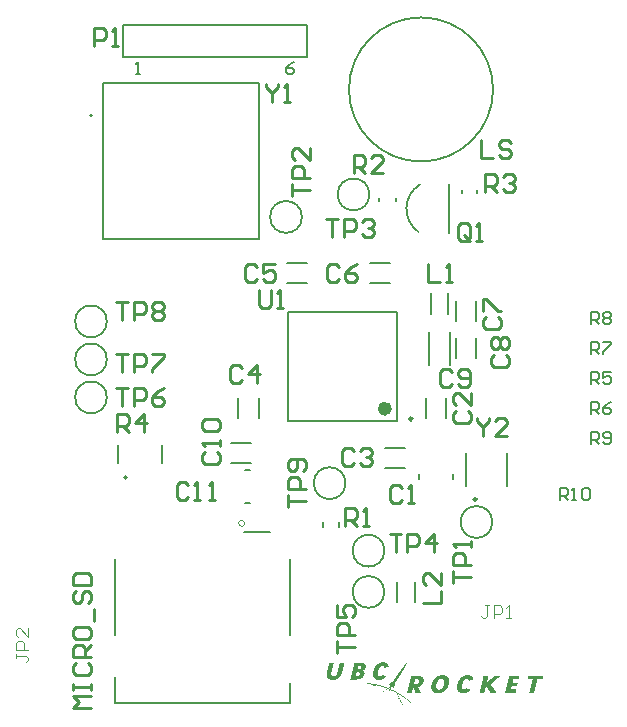
<source format=gto>
G04*
G04 #@! TF.GenerationSoftware,Altium Limited,Altium Designer,23.2.1 (34)*
G04*
G04 Layer_Color=65535*
%FSLAX25Y25*%
%MOIN*%
G70*
G04*
G04 #@! TF.SameCoordinates,FA501D23-0FC8-4D01-95ED-A428C5D77BEE*
G04*
G04*
G04 #@! TF.FilePolarity,Positive*
G04*
G01*
G75*
%ADD10C,0.00500*%
%ADD11C,0.00984*%
%ADD12C,0.00000*%
%ADD13C,0.00591*%
%ADD14C,0.00787*%
%ADD15C,0.02362*%
%ADD16C,0.00800*%
%ADD17C,0.00600*%
%ADD18C,0.00750*%
%ADD19C,0.01000*%
%ADD20C,0.00425*%
G36*
X138727Y17778D02*
X138920D01*
Y17766D01*
X139023D01*
Y17753D01*
X139101D01*
Y17740D01*
X139165D01*
Y17727D01*
X139217D01*
Y17714D01*
X139269D01*
Y17701D01*
X139320D01*
Y17688D01*
X139359D01*
Y17675D01*
X139398D01*
Y17662D01*
X139436D01*
Y17649D01*
X139462D01*
Y17637D01*
X139501D01*
Y17624D01*
X139526D01*
Y17611D01*
X139565D01*
Y17598D01*
X139591D01*
Y17585D01*
X139617D01*
Y17572D01*
X139643D01*
Y17559D01*
X139668D01*
Y17546D01*
X139681D01*
Y17533D01*
X139707D01*
Y17520D01*
X139733D01*
Y17507D01*
X139746D01*
Y17495D01*
X139772D01*
Y17482D01*
X139785D01*
Y17469D01*
X139810D01*
Y17456D01*
X139823D01*
Y17443D01*
X139849D01*
Y17430D01*
X139862D01*
Y17417D01*
X139875D01*
Y17404D01*
X139901D01*
Y17391D01*
X139914D01*
Y17379D01*
X139927D01*
Y17366D01*
X139939D01*
Y17353D01*
X139952D01*
Y17340D01*
X139965D01*
Y17327D01*
X139978D01*
Y17314D01*
X140004D01*
Y17301D01*
X140017D01*
Y17288D01*
X140030D01*
Y17275D01*
X140043D01*
Y17262D01*
X140056D01*
Y17249D01*
X140068D01*
Y17224D01*
X140081D01*
Y17211D01*
X140094D01*
Y17198D01*
X140107D01*
Y17185D01*
X140120D01*
Y17172D01*
X140133D01*
Y17159D01*
X140146D01*
Y17133D01*
X140159D01*
Y17120D01*
X140172D01*
Y17108D01*
X140184D01*
Y17082D01*
X140197D01*
Y17069D01*
X140210D01*
Y17043D01*
X140223D01*
Y17030D01*
X140236D01*
Y17004D01*
X140249D01*
Y16991D01*
X140262D01*
Y16966D01*
X140275D01*
Y16940D01*
X140288D01*
Y16914D01*
X140301D01*
Y16901D01*
X140313D01*
Y16875D01*
X140326D01*
Y16849D01*
X140339D01*
Y16811D01*
X140352D01*
Y16785D01*
X140365D01*
Y16759D01*
X140378D01*
Y16721D01*
X140391D01*
Y16695D01*
X140404D01*
Y16656D01*
X140417D01*
Y16617D01*
X140430D01*
Y16579D01*
X140443D01*
Y16540D01*
X140455D01*
Y16488D01*
X140468D01*
Y16450D01*
X140481D01*
Y16385D01*
X140494D01*
Y16346D01*
X140455D01*
Y16333D01*
X140417D01*
Y16320D01*
X140365D01*
Y16308D01*
X140313D01*
Y16295D01*
X140262D01*
Y16282D01*
X140223D01*
Y16269D01*
X140172D01*
Y16256D01*
X140120D01*
Y16243D01*
X140068D01*
Y16230D01*
X140030D01*
Y16217D01*
X139978D01*
Y16204D01*
X139927D01*
Y16192D01*
X139875D01*
Y16179D01*
X139836D01*
Y16166D01*
X139785D01*
Y16153D01*
X139733D01*
Y16140D01*
X139681D01*
Y16127D01*
X139643D01*
Y16114D01*
X139591D01*
Y16101D01*
X139539D01*
Y16088D01*
X139488D01*
Y16075D01*
X139449D01*
Y16062D01*
X139398D01*
Y16050D01*
X139346D01*
Y16037D01*
X139294D01*
Y16024D01*
X139255D01*
Y16011D01*
X139204D01*
Y15998D01*
X139152D01*
Y15985D01*
X139101D01*
Y15972D01*
X139062D01*
Y15959D01*
X139010D01*
Y15946D01*
X138946D01*
Y15998D01*
X138933D01*
Y16050D01*
X138920D01*
Y16088D01*
X138907D01*
Y16127D01*
X138894D01*
Y16166D01*
X138881D01*
Y16192D01*
X138868D01*
Y16217D01*
X138856D01*
Y16243D01*
X138843D01*
Y16269D01*
X138830D01*
Y16295D01*
X138817D01*
Y16320D01*
X138804D01*
Y16333D01*
X138791D01*
Y16346D01*
X138778D01*
Y16372D01*
X138765D01*
Y16385D01*
X138752D01*
Y16398D01*
X138740D01*
Y16411D01*
X138727D01*
Y16424D01*
X138714D01*
Y16437D01*
X138701D01*
Y16450D01*
X138675D01*
Y16463D01*
X138662D01*
Y16475D01*
X138636D01*
Y16488D01*
X138623D01*
Y16501D01*
X138598D01*
Y16514D01*
X138559D01*
Y16527D01*
X138520D01*
Y16540D01*
X138456D01*
Y16553D01*
X138210D01*
Y16540D01*
X138133D01*
Y16527D01*
X138081D01*
Y16514D01*
X138043D01*
Y16501D01*
X138004D01*
Y16488D01*
X137978D01*
Y16475D01*
X137952D01*
Y16463D01*
X137927D01*
Y16450D01*
X137901D01*
Y16437D01*
X137875D01*
Y16424D01*
X137862D01*
Y16411D01*
X137836D01*
Y16398D01*
X137811D01*
Y16385D01*
X137798D01*
Y16372D01*
X137785D01*
Y16359D01*
X137759D01*
Y16346D01*
X137746D01*
Y16333D01*
X137733D01*
Y16320D01*
X137720D01*
Y16308D01*
X137707D01*
Y16295D01*
X137694D01*
Y16282D01*
X137669D01*
Y16269D01*
X137656D01*
Y16256D01*
X137643D01*
Y16243D01*
X137630D01*
Y16230D01*
X137617D01*
Y16217D01*
X137604D01*
Y16204D01*
X137591D01*
Y16179D01*
X137578D01*
Y16166D01*
X137565D01*
Y16153D01*
X137552D01*
Y16140D01*
X137540D01*
Y16127D01*
X137527D01*
Y16114D01*
X137514D01*
Y16088D01*
X137501D01*
Y16075D01*
X137488D01*
Y16062D01*
X137475D01*
Y16050D01*
X137462D01*
Y16024D01*
X137449D01*
Y16011D01*
X137436D01*
Y15985D01*
X137424D01*
Y15972D01*
X137410D01*
Y15959D01*
X137398D01*
Y15934D01*
X137385D01*
Y15921D01*
X137372D01*
Y15895D01*
X137359D01*
Y15869D01*
X137346D01*
Y15856D01*
X137333D01*
Y15830D01*
X137320D01*
Y15804D01*
X137307D01*
Y15792D01*
X137294D01*
Y15766D01*
X137282D01*
Y15740D01*
X137269D01*
Y15714D01*
X137256D01*
Y15688D01*
X137243D01*
Y15663D01*
X137230D01*
Y15637D01*
X137217D01*
Y15611D01*
X137204D01*
Y15585D01*
X137191D01*
Y15559D01*
X137178D01*
Y15521D01*
X137165D01*
Y15495D01*
X137153D01*
Y15469D01*
X137140D01*
Y15430D01*
X137127D01*
Y15405D01*
X137114D01*
Y15366D01*
X137101D01*
Y15327D01*
X137088D01*
Y15301D01*
X137075D01*
Y15263D01*
X137062D01*
Y15224D01*
X137049D01*
Y15185D01*
X137036D01*
Y15146D01*
X137023D01*
Y15095D01*
X137011D01*
Y15056D01*
X136998D01*
Y15004D01*
X136985D01*
Y14966D01*
X136972D01*
Y14914D01*
X136959D01*
Y14863D01*
X136946D01*
Y14811D01*
X136933D01*
Y14747D01*
X136920D01*
Y14695D01*
X136907D01*
Y14630D01*
X136895D01*
Y14553D01*
X136882D01*
Y14476D01*
X136869D01*
Y14385D01*
X136856D01*
Y14269D01*
X136843D01*
Y13843D01*
X136856D01*
Y13753D01*
X136869D01*
Y13689D01*
X136882D01*
Y13637D01*
X136895D01*
Y13598D01*
X136907D01*
Y13559D01*
X136920D01*
Y13521D01*
X136933D01*
Y13495D01*
X136946D01*
Y13469D01*
X136959D01*
Y13443D01*
X136972D01*
Y13418D01*
X136985D01*
Y13405D01*
X136998D01*
Y13379D01*
X137011D01*
Y13366D01*
X137023D01*
Y13353D01*
X137036D01*
Y13327D01*
X137049D01*
Y13314D01*
X137062D01*
Y13301D01*
X137075D01*
Y13288D01*
X137088D01*
Y13276D01*
X137114D01*
Y13263D01*
X137127D01*
Y13250D01*
X137140D01*
Y13237D01*
X137165D01*
Y13224D01*
X137191D01*
Y13211D01*
X137217D01*
Y13198D01*
X137243D01*
Y13185D01*
X137269D01*
Y13172D01*
X137320D01*
Y13160D01*
X137398D01*
Y13147D01*
X137630D01*
Y13160D01*
X137694D01*
Y13172D01*
X137746D01*
Y13185D01*
X137785D01*
Y13198D01*
X137823D01*
Y13211D01*
X137849D01*
Y13224D01*
X137875D01*
Y13237D01*
X137901D01*
Y13250D01*
X137914D01*
Y13263D01*
X137940D01*
Y13276D01*
X137952D01*
Y13288D01*
X137978D01*
Y13301D01*
X137991D01*
Y13314D01*
X138017D01*
Y13327D01*
X138030D01*
Y13340D01*
X138043D01*
Y13353D01*
X138056D01*
Y13366D01*
X138081D01*
Y13379D01*
X138094D01*
Y13392D01*
X138107D01*
Y13405D01*
X138120D01*
Y13418D01*
X138133D01*
Y13431D01*
X138146D01*
Y13443D01*
X138159D01*
Y13456D01*
X138172D01*
Y13469D01*
X138185D01*
Y13482D01*
X138198D01*
Y13495D01*
X138210D01*
Y13508D01*
X138223D01*
Y13521D01*
X138236D01*
Y13534D01*
X138249D01*
Y13547D01*
X138262D01*
Y13559D01*
X138275D01*
Y13585D01*
X138288D01*
Y13598D01*
X138314D01*
Y13585D01*
X138352D01*
Y13572D01*
X138378D01*
Y13559D01*
X138404D01*
Y13547D01*
X138443D01*
Y13534D01*
X138469D01*
Y13521D01*
X138494D01*
Y13508D01*
X138533D01*
Y13495D01*
X138559D01*
Y13482D01*
X138585D01*
Y13469D01*
X138623D01*
Y13456D01*
X138649D01*
Y13443D01*
X138675D01*
Y13431D01*
X138714D01*
Y13418D01*
X138740D01*
Y13405D01*
X138778D01*
Y13392D01*
X138804D01*
Y13379D01*
X138830D01*
Y13366D01*
X138868D01*
Y13353D01*
X138894D01*
Y13340D01*
X138920D01*
Y13327D01*
X138959D01*
Y13314D01*
X138985D01*
Y13301D01*
X139010D01*
Y13288D01*
X139049D01*
Y13276D01*
X139075D01*
Y13263D01*
X139101D01*
Y13250D01*
X139139D01*
Y13237D01*
X139165D01*
Y13224D01*
X139191D01*
Y13211D01*
X139230D01*
Y13198D01*
X139255D01*
Y13185D01*
X139281D01*
Y13172D01*
X139320D01*
Y13160D01*
X139346D01*
Y13147D01*
X139372D01*
Y13134D01*
X139410D01*
Y13121D01*
X139436D01*
Y13108D01*
X139462D01*
Y13095D01*
X139501D01*
Y13082D01*
X139526D01*
Y13069D01*
X139552D01*
Y13056D01*
X139539D01*
Y13043D01*
X139526D01*
Y13031D01*
X139514D01*
Y13018D01*
X139501D01*
Y13005D01*
X139488D01*
Y12992D01*
X139475D01*
Y12966D01*
X139462D01*
Y12953D01*
X139449D01*
Y12940D01*
X139436D01*
Y12927D01*
X139423D01*
Y12914D01*
X139410D01*
Y12901D01*
X139398D01*
Y12889D01*
X139385D01*
Y12876D01*
X139372D01*
Y12863D01*
X139359D01*
Y12850D01*
X139346D01*
Y12837D01*
X139333D01*
Y12824D01*
X139320D01*
Y12811D01*
X139307D01*
Y12798D01*
X139294D01*
Y12785D01*
X139281D01*
Y12773D01*
X139269D01*
Y12760D01*
X139255D01*
Y12747D01*
X139243D01*
Y12734D01*
X139230D01*
Y12721D01*
X139217D01*
Y12708D01*
X139204D01*
Y12695D01*
X139191D01*
Y12682D01*
X139178D01*
Y12669D01*
X139152D01*
Y12656D01*
X139139D01*
Y12643D01*
X139127D01*
Y12630D01*
X139114D01*
Y12618D01*
X139101D01*
Y12605D01*
X139088D01*
Y12592D01*
X139062D01*
Y12579D01*
X139049D01*
Y12566D01*
X139036D01*
Y12553D01*
X139023D01*
Y12540D01*
X138997D01*
Y12527D01*
X138985D01*
Y12514D01*
X138972D01*
Y12502D01*
X138946D01*
Y12489D01*
X138933D01*
Y12476D01*
X138920D01*
Y12463D01*
X138894D01*
Y12450D01*
X138881D01*
Y12437D01*
X138856D01*
Y12424D01*
X138843D01*
Y12411D01*
X138830D01*
Y12398D01*
X138804D01*
Y12385D01*
X138791D01*
Y12372D01*
X138765D01*
Y12360D01*
X138740D01*
Y12347D01*
X138727D01*
Y12334D01*
X138701D01*
Y12321D01*
X138675D01*
Y12308D01*
X138662D01*
Y12295D01*
X138636D01*
Y12282D01*
X138610D01*
Y12269D01*
X138585D01*
Y12256D01*
X138572D01*
Y12244D01*
X138546D01*
Y12231D01*
X138520D01*
Y12218D01*
X138494D01*
Y12205D01*
X138469D01*
Y12192D01*
X138443D01*
Y12179D01*
X138404D01*
Y12166D01*
X138378D01*
Y12153D01*
X138352D01*
Y12140D01*
X138314D01*
Y12127D01*
X138288D01*
Y12114D01*
X138249D01*
Y12101D01*
X138223D01*
Y12089D01*
X138185D01*
Y12076D01*
X138146D01*
Y12063D01*
X138107D01*
Y12050D01*
X138069D01*
Y12037D01*
X138030D01*
Y12024D01*
X137991D01*
Y12011D01*
X137940D01*
Y11998D01*
X137888D01*
Y11985D01*
X137836D01*
Y11972D01*
X137772D01*
Y11960D01*
X137707D01*
Y11947D01*
X137630D01*
Y11934D01*
X137527D01*
Y11921D01*
X137359D01*
Y11908D01*
X137036D01*
Y11921D01*
X136882D01*
Y11934D01*
X136778D01*
Y11947D01*
X136701D01*
Y11960D01*
X136636D01*
Y11972D01*
X136585D01*
Y11985D01*
X136533D01*
Y11998D01*
X136482D01*
Y12011D01*
X136443D01*
Y12024D01*
X136404D01*
Y12037D01*
X136365D01*
Y12050D01*
X136327D01*
Y12063D01*
X136301D01*
Y12076D01*
X136275D01*
Y12089D01*
X136236D01*
Y12101D01*
X136211D01*
Y12114D01*
X136185D01*
Y12127D01*
X136159D01*
Y12140D01*
X136133D01*
Y12153D01*
X136120D01*
Y12166D01*
X136094D01*
Y12179D01*
X136069D01*
Y12192D01*
X136056D01*
Y12205D01*
X136030D01*
Y12218D01*
X136004D01*
Y12231D01*
X135991D01*
Y12244D01*
X135978D01*
Y12256D01*
X135953D01*
Y12269D01*
X135940D01*
Y12282D01*
X135927D01*
Y12295D01*
X135901D01*
Y12308D01*
X135888D01*
Y12321D01*
X135875D01*
Y12334D01*
X135862D01*
Y12347D01*
X135849D01*
Y12360D01*
X135837D01*
Y12372D01*
X135824D01*
Y12385D01*
X135811D01*
Y12398D01*
X135798D01*
Y12411D01*
X135785D01*
Y12424D01*
X135772D01*
Y12437D01*
X135759D01*
Y12450D01*
X135746D01*
Y12463D01*
X135733D01*
Y12476D01*
X135720D01*
Y12489D01*
X135707D01*
Y12502D01*
X135695D01*
Y12514D01*
X135682D01*
Y12540D01*
X135669D01*
Y12553D01*
X135656D01*
Y12566D01*
X135643D01*
Y12592D01*
X135630D01*
Y12605D01*
X135617D01*
Y12618D01*
X135604D01*
Y12643D01*
X135591D01*
Y12656D01*
X135578D01*
Y12682D01*
X135565D01*
Y12708D01*
X135553D01*
Y12721D01*
X135540D01*
Y12747D01*
X135527D01*
Y12773D01*
X135514D01*
Y12798D01*
X135501D01*
Y12824D01*
X135488D01*
Y12850D01*
X135475D01*
Y12876D01*
X135462D01*
Y12901D01*
X135449D01*
Y12927D01*
X135436D01*
Y12966D01*
X135424D01*
Y12992D01*
X135411D01*
Y13031D01*
X135398D01*
Y13069D01*
X135385D01*
Y13108D01*
X135372D01*
Y13147D01*
X135359D01*
Y13198D01*
X135346D01*
Y13250D01*
X135333D01*
Y13301D01*
X135320D01*
Y13366D01*
X135308D01*
Y13456D01*
X135295D01*
Y13559D01*
X135282D01*
Y14114D01*
X135295D01*
Y14243D01*
X135308D01*
Y14346D01*
X135320D01*
Y14424D01*
X135333D01*
Y14501D01*
X135346D01*
Y14579D01*
X135359D01*
Y14643D01*
X135372D01*
Y14708D01*
X135385D01*
Y14759D01*
X135398D01*
Y14824D01*
X135411D01*
Y14875D01*
X135424D01*
Y14927D01*
X135436D01*
Y14966D01*
X135449D01*
Y15017D01*
X135462D01*
Y15069D01*
X135475D01*
Y15108D01*
X135488D01*
Y15146D01*
X135501D01*
Y15198D01*
X135514D01*
Y15237D01*
X135527D01*
Y15276D01*
X135540D01*
Y15314D01*
X135553D01*
Y15353D01*
X135565D01*
Y15392D01*
X135578D01*
Y15417D01*
X135591D01*
Y15456D01*
X135604D01*
Y15495D01*
X135617D01*
Y15521D01*
X135630D01*
Y15559D01*
X135643D01*
Y15598D01*
X135656D01*
Y15624D01*
X135669D01*
Y15650D01*
X135682D01*
Y15688D01*
X135695D01*
Y15714D01*
X135707D01*
Y15740D01*
X135720D01*
Y15766D01*
X135733D01*
Y15804D01*
X135746D01*
Y15830D01*
X135759D01*
Y15856D01*
X135772D01*
Y15882D01*
X135785D01*
Y15908D01*
X135798D01*
Y15934D01*
X135811D01*
Y15959D01*
X135824D01*
Y15985D01*
X135837D01*
Y16011D01*
X135849D01*
Y16037D01*
X135862D01*
Y16050D01*
X135875D01*
Y16075D01*
X135888D01*
Y16101D01*
X135901D01*
Y16127D01*
X135914D01*
Y16140D01*
X135927D01*
Y16166D01*
X135940D01*
Y16192D01*
X135953D01*
Y16204D01*
X135966D01*
Y16230D01*
X135978D01*
Y16256D01*
X135991D01*
Y16269D01*
X136004D01*
Y16295D01*
X136017D01*
Y16308D01*
X136030D01*
Y16333D01*
X136043D01*
Y16346D01*
X136056D01*
Y16372D01*
X136069D01*
Y16385D01*
X136082D01*
Y16411D01*
X136094D01*
Y16424D01*
X136107D01*
Y16450D01*
X136120D01*
Y16463D01*
X136133D01*
Y16475D01*
X136146D01*
Y16501D01*
X136159D01*
Y16514D01*
X136172D01*
Y16527D01*
X136185D01*
Y16553D01*
X136198D01*
Y16566D01*
X136211D01*
Y16579D01*
X136224D01*
Y16591D01*
X136236D01*
Y16617D01*
X136249D01*
Y16630D01*
X136262D01*
Y16643D01*
X136275D01*
Y16656D01*
X136288D01*
Y16669D01*
X136301D01*
Y16695D01*
X136314D01*
Y16708D01*
X136327D01*
Y16721D01*
X136340D01*
Y16733D01*
X136353D01*
Y16746D01*
X136365D01*
Y16759D01*
X136378D01*
Y16772D01*
X136391D01*
Y16785D01*
X136404D01*
Y16798D01*
X136417D01*
Y16811D01*
X136430D01*
Y16837D01*
X136443D01*
Y16849D01*
X136456D01*
Y16862D01*
X136469D01*
Y16875D01*
X136482D01*
Y16888D01*
X136495D01*
Y16901D01*
X136507D01*
Y16914D01*
X136520D01*
Y16927D01*
X136533D01*
Y16940D01*
X136559D01*
Y16953D01*
X136572D01*
Y16966D01*
X136585D01*
Y16978D01*
X136598D01*
Y16991D01*
X136611D01*
Y17004D01*
X136624D01*
Y17017D01*
X136636D01*
Y17030D01*
X136649D01*
Y17043D01*
X136662D01*
Y17056D01*
X136675D01*
Y17069D01*
X136701D01*
Y17082D01*
X136714D01*
Y17095D01*
X136727D01*
Y17108D01*
X136740D01*
Y17120D01*
X136752D01*
Y17133D01*
X136778D01*
Y17146D01*
X136791D01*
Y17159D01*
X136804D01*
Y17172D01*
X136817D01*
Y17185D01*
X136843D01*
Y17198D01*
X136856D01*
Y17211D01*
X136869D01*
Y17224D01*
X136895D01*
Y17237D01*
X136907D01*
Y17249D01*
X136933D01*
Y17262D01*
X136946D01*
Y17275D01*
X136959D01*
Y17288D01*
X136985D01*
Y17301D01*
X136998D01*
Y17314D01*
X137023D01*
Y17327D01*
X137049D01*
Y17340D01*
X137062D01*
Y17353D01*
X137088D01*
Y17366D01*
X137101D01*
Y17379D01*
X137127D01*
Y17391D01*
X137153D01*
Y17404D01*
X137165D01*
Y17417D01*
X137191D01*
Y17430D01*
X137217D01*
Y17443D01*
X137243D01*
Y17456D01*
X137269D01*
Y17469D01*
X137294D01*
Y17482D01*
X137320D01*
Y17495D01*
X137346D01*
Y17507D01*
X137372D01*
Y17520D01*
X137398D01*
Y17533D01*
X137424D01*
Y17546D01*
X137462D01*
Y17559D01*
X137488D01*
Y17572D01*
X137514D01*
Y17585D01*
X137552D01*
Y17598D01*
X137591D01*
Y17611D01*
X137617D01*
Y17624D01*
X137656D01*
Y17637D01*
X137694D01*
Y17649D01*
X137746D01*
Y17662D01*
X137785D01*
Y17675D01*
X137823D01*
Y17688D01*
X137875D01*
Y17701D01*
X137927D01*
Y17714D01*
X137991D01*
Y17727D01*
X138056D01*
Y17740D01*
X138133D01*
Y17753D01*
X138210D01*
Y17766D01*
X138327D01*
Y17778D01*
X138533D01*
Y17791D01*
X138727D01*
Y17778D01*
D02*
G37*
G36*
X125747Y17598D02*
X125734D01*
Y17546D01*
X125721D01*
Y17495D01*
X125708D01*
Y17443D01*
X125695D01*
Y17379D01*
X125682D01*
Y17327D01*
X125670D01*
Y17275D01*
X125657D01*
Y17224D01*
X125644D01*
Y17172D01*
X125631D01*
Y17120D01*
X125618D01*
Y17069D01*
X125605D01*
Y17017D01*
X125592D01*
Y16953D01*
X125579D01*
Y16901D01*
X125566D01*
Y16849D01*
X125554D01*
Y16798D01*
X125541D01*
Y16746D01*
X125528D01*
Y16695D01*
X125515D01*
Y16643D01*
X125502D01*
Y16591D01*
X125489D01*
Y16540D01*
X125476D01*
Y16475D01*
X125463D01*
Y16424D01*
X125450D01*
Y16372D01*
X125437D01*
Y16320D01*
X125425D01*
Y16269D01*
X125412D01*
Y16217D01*
X125399D01*
Y16166D01*
X125386D01*
Y16114D01*
X125373D01*
Y16050D01*
X125360D01*
Y15998D01*
X125347D01*
Y15946D01*
X125334D01*
Y15895D01*
X125321D01*
Y15843D01*
X125308D01*
Y15792D01*
X125295D01*
Y15740D01*
X125283D01*
Y15688D01*
X125270D01*
Y15624D01*
X125257D01*
Y15572D01*
X125244D01*
Y15521D01*
X125231D01*
Y15469D01*
X125218D01*
Y15417D01*
X125205D01*
Y15366D01*
X125192D01*
Y15314D01*
X125179D01*
Y15263D01*
X125166D01*
Y15211D01*
X125154D01*
Y15146D01*
X125141D01*
Y15095D01*
X125128D01*
Y15043D01*
X125115D01*
Y14992D01*
X125102D01*
Y14940D01*
X125089D01*
Y14888D01*
X125076D01*
Y14837D01*
X125063D01*
Y14785D01*
X125050D01*
Y14721D01*
X125037D01*
Y14669D01*
X125024D01*
Y14617D01*
X125012D01*
Y14566D01*
X124999D01*
Y14527D01*
X124986D01*
Y14476D01*
X124973D01*
Y14437D01*
X124960D01*
Y14385D01*
X124947D01*
Y14346D01*
X124934D01*
Y14308D01*
X124921D01*
Y14269D01*
X124908D01*
Y14230D01*
X124896D01*
Y14192D01*
X124883D01*
Y14166D01*
X124870D01*
Y14127D01*
X124857D01*
Y14088D01*
X124844D01*
Y14063D01*
X124831D01*
Y14024D01*
X124818D01*
Y13998D01*
X124805D01*
Y13960D01*
X124792D01*
Y13934D01*
X124779D01*
Y13908D01*
X124767D01*
Y13882D01*
X124754D01*
Y13843D01*
X124741D01*
Y13817D01*
X124728D01*
Y13792D01*
X124715D01*
Y13766D01*
X124702D01*
Y13740D01*
X124689D01*
Y13714D01*
X124676D01*
Y13689D01*
X124663D01*
Y13663D01*
X124650D01*
Y13637D01*
X124637D01*
Y13624D01*
X124625D01*
Y13598D01*
X124612D01*
Y13572D01*
X124599D01*
Y13547D01*
X124586D01*
Y13534D01*
X124573D01*
Y13508D01*
X124560D01*
Y13482D01*
X124547D01*
Y13469D01*
X124534D01*
Y13443D01*
X124521D01*
Y13418D01*
X124508D01*
Y13405D01*
X124495D01*
Y13379D01*
X124483D01*
Y13366D01*
X124470D01*
Y13340D01*
X124457D01*
Y13327D01*
X124444D01*
Y13301D01*
X124431D01*
Y13288D01*
X124418D01*
Y13276D01*
X124405D01*
Y13250D01*
X124392D01*
Y13237D01*
X124379D01*
Y13224D01*
X124366D01*
Y13198D01*
X124354D01*
Y13185D01*
X124341D01*
Y13172D01*
X124328D01*
Y13147D01*
X124315D01*
Y13134D01*
X124302D01*
Y13121D01*
X124289D01*
Y13108D01*
X124276D01*
Y13082D01*
X124263D01*
Y13069D01*
X124250D01*
Y13056D01*
X124238D01*
Y13043D01*
X124225D01*
Y13031D01*
X124212D01*
Y13005D01*
X124199D01*
Y12992D01*
X124186D01*
Y12979D01*
X124173D01*
Y12966D01*
X124160D01*
Y12953D01*
X124147D01*
Y12940D01*
X124134D01*
Y12927D01*
X124121D01*
Y12914D01*
X124109D01*
Y12901D01*
X124096D01*
Y12889D01*
X124083D01*
Y12876D01*
X124070D01*
Y12863D01*
X124057D01*
Y12850D01*
X124044D01*
Y12837D01*
X124031D01*
Y12824D01*
X124018D01*
Y12811D01*
X124005D01*
Y12798D01*
X123992D01*
Y12785D01*
X123979D01*
Y12773D01*
X123967D01*
Y12760D01*
X123954D01*
Y12747D01*
X123941D01*
Y12734D01*
X123928D01*
Y12721D01*
X123915D01*
Y12708D01*
X123902D01*
Y12695D01*
X123889D01*
Y12682D01*
X123876D01*
Y12669D01*
X123863D01*
Y12656D01*
X123837D01*
Y12643D01*
X123825D01*
Y12630D01*
X123812D01*
Y12618D01*
X123799D01*
Y12605D01*
X123786D01*
Y12592D01*
X123773D01*
Y12579D01*
X123747D01*
Y12566D01*
X123734D01*
Y12553D01*
X123721D01*
Y12540D01*
X123708D01*
Y12527D01*
X123683D01*
Y12514D01*
X123670D01*
Y12502D01*
X123657D01*
Y12489D01*
X123631D01*
Y12476D01*
X123618D01*
Y12463D01*
X123605D01*
Y12450D01*
X123580D01*
Y12437D01*
X123567D01*
Y12424D01*
X123541D01*
Y12411D01*
X123528D01*
Y12398D01*
X123502D01*
Y12385D01*
X123489D01*
Y12372D01*
X123463D01*
Y12360D01*
X123451D01*
Y12347D01*
X123425D01*
Y12334D01*
X123399D01*
Y12321D01*
X123386D01*
Y12308D01*
X123360D01*
Y12295D01*
X123334D01*
Y12282D01*
X123309D01*
Y12269D01*
X123296D01*
Y12256D01*
X123270D01*
Y12244D01*
X123244D01*
Y12231D01*
X123218D01*
Y12218D01*
X123192D01*
Y12205D01*
X123167D01*
Y12192D01*
X123141D01*
Y12179D01*
X123102D01*
Y12166D01*
X123076D01*
Y12153D01*
X123050D01*
Y12140D01*
X123012D01*
Y12127D01*
X122986D01*
Y12114D01*
X122947D01*
Y12101D01*
X122909D01*
Y12089D01*
X122883D01*
Y12076D01*
X122844D01*
Y12063D01*
X122805D01*
Y12050D01*
X122754D01*
Y12037D01*
X122715D01*
Y12024D01*
X122663D01*
Y12011D01*
X122612D01*
Y11998D01*
X122560D01*
Y11985D01*
X122509D01*
Y11972D01*
X122431D01*
Y11960D01*
X122367D01*
Y11947D01*
X122276D01*
Y11934D01*
X122160D01*
Y11921D01*
X121993D01*
Y11908D01*
X121631D01*
Y11921D01*
X121464D01*
Y11934D01*
X121347D01*
Y11947D01*
X121270D01*
Y11960D01*
X121205D01*
Y11972D01*
X121141D01*
Y11985D01*
X121089D01*
Y11998D01*
X121038D01*
Y12011D01*
X120999D01*
Y12024D01*
X120960D01*
Y12037D01*
X120922D01*
Y12050D01*
X120883D01*
Y12063D01*
X120844D01*
Y12076D01*
X120818D01*
Y12089D01*
X120780D01*
Y12101D01*
X120754D01*
Y12114D01*
X120728D01*
Y12127D01*
X120702D01*
Y12140D01*
X120677D01*
Y12153D01*
X120651D01*
Y12166D01*
X120625D01*
Y12179D01*
X120612D01*
Y12192D01*
X120586D01*
Y12205D01*
X120573D01*
Y12218D01*
X120547D01*
Y12231D01*
X120522D01*
Y12244D01*
X120509D01*
Y12256D01*
X120496D01*
Y12269D01*
X120470D01*
Y12282D01*
X120457D01*
Y12295D01*
X120444D01*
Y12308D01*
X120419D01*
Y12321D01*
X120406D01*
Y12334D01*
X120393D01*
Y12347D01*
X120380D01*
Y12360D01*
X120367D01*
Y12372D01*
X120354D01*
Y12385D01*
X120341D01*
Y12398D01*
X120328D01*
Y12411D01*
X120315D01*
Y12424D01*
X120302D01*
Y12437D01*
X120289D01*
Y12450D01*
X120276D01*
Y12463D01*
X120264D01*
Y12476D01*
X120251D01*
Y12489D01*
X120238D01*
Y12502D01*
X120225D01*
Y12527D01*
X120212D01*
Y12540D01*
X120199D01*
Y12553D01*
X120186D01*
Y12566D01*
X120173D01*
Y12592D01*
X120160D01*
Y12605D01*
X120148D01*
Y12630D01*
X120135D01*
Y12643D01*
X120122D01*
Y12669D01*
X120109D01*
Y12682D01*
X120096D01*
Y12708D01*
X120083D01*
Y12734D01*
X120070D01*
Y12747D01*
X120057D01*
Y12773D01*
X120044D01*
Y12798D01*
X120031D01*
Y12824D01*
X120018D01*
Y12850D01*
X120006D01*
Y12876D01*
X119993D01*
Y12901D01*
X119980D01*
Y12927D01*
X119967D01*
Y12953D01*
X119954D01*
Y12992D01*
X119941D01*
Y13018D01*
X119928D01*
Y13056D01*
X119915D01*
Y13095D01*
X119902D01*
Y13134D01*
X119889D01*
Y13172D01*
X119877D01*
Y13224D01*
X119864D01*
Y13276D01*
X119851D01*
Y13327D01*
X119838D01*
Y13405D01*
X119825D01*
Y13495D01*
X119812D01*
Y13624D01*
X119799D01*
Y13972D01*
X119812D01*
Y14127D01*
X119825D01*
Y14230D01*
X119838D01*
Y14308D01*
X119851D01*
Y14385D01*
X119864D01*
Y14450D01*
X119877D01*
Y14514D01*
X119889D01*
Y14579D01*
X119902D01*
Y14630D01*
X119915D01*
Y14682D01*
X119928D01*
Y14734D01*
X119941D01*
Y14798D01*
X119954D01*
Y14850D01*
X119967D01*
Y14901D01*
X119980D01*
Y14953D01*
X119993D01*
Y15004D01*
X120006D01*
Y15056D01*
X120018D01*
Y15108D01*
X120031D01*
Y15159D01*
X120044D01*
Y15211D01*
X120057D01*
Y15276D01*
X120070D01*
Y15327D01*
X120083D01*
Y15379D01*
X120096D01*
Y15430D01*
X120109D01*
Y15482D01*
X120122D01*
Y15533D01*
X120135D01*
Y15585D01*
X120148D01*
Y15637D01*
X120160D01*
Y15701D01*
X120173D01*
Y15753D01*
X120186D01*
Y15804D01*
X120199D01*
Y15856D01*
X120212D01*
Y15908D01*
X120225D01*
Y15959D01*
X120238D01*
Y16011D01*
X120251D01*
Y16062D01*
X120264D01*
Y16127D01*
X120276D01*
Y16179D01*
X120289D01*
Y16230D01*
X120302D01*
Y16282D01*
X120315D01*
Y16333D01*
X120328D01*
Y16385D01*
X120341D01*
Y16437D01*
X120354D01*
Y16488D01*
X120367D01*
Y16540D01*
X120380D01*
Y16604D01*
X120393D01*
Y16656D01*
X120406D01*
Y16708D01*
X120419D01*
Y16759D01*
X120431D01*
Y16811D01*
X120444D01*
Y16862D01*
X120457D01*
Y16914D01*
X120470D01*
Y16966D01*
X120483D01*
Y17030D01*
X120496D01*
Y17082D01*
X120509D01*
Y17133D01*
X120522D01*
Y17185D01*
X120535D01*
Y17237D01*
X120547D01*
Y17288D01*
X120560D01*
Y17340D01*
X120573D01*
Y17391D01*
X120586D01*
Y17443D01*
X120599D01*
Y17507D01*
X120612D01*
Y17559D01*
X120625D01*
Y17611D01*
X120638D01*
Y17637D01*
X120651D01*
Y17649D01*
X122173D01*
Y17598D01*
X122160D01*
Y17546D01*
X122147D01*
Y17495D01*
X122134D01*
Y17443D01*
X122122D01*
Y17391D01*
X122109D01*
Y17327D01*
X122096D01*
Y17275D01*
X122083D01*
Y17224D01*
X122070D01*
Y17172D01*
X122057D01*
Y17120D01*
X122044D01*
Y17069D01*
X122031D01*
Y17017D01*
X122018D01*
Y16966D01*
X122005D01*
Y16901D01*
X121993D01*
Y16849D01*
X121980D01*
Y16798D01*
X121967D01*
Y16746D01*
X121954D01*
Y16695D01*
X121941D01*
Y16643D01*
X121928D01*
Y16591D01*
X121915D01*
Y16540D01*
X121902D01*
Y16475D01*
X121889D01*
Y16424D01*
X121876D01*
Y16372D01*
X121863D01*
Y16320D01*
X121851D01*
Y16269D01*
X121838D01*
Y16217D01*
X121825D01*
Y16166D01*
X121812D01*
Y16114D01*
X121799D01*
Y16062D01*
X121786D01*
Y15998D01*
X121773D01*
Y15946D01*
X121760D01*
Y15895D01*
X121747D01*
Y15843D01*
X121734D01*
Y15792D01*
X121722D01*
Y15740D01*
X121709D01*
Y15688D01*
X121696D01*
Y15637D01*
X121683D01*
Y15572D01*
X121670D01*
Y15521D01*
X121657D01*
Y15469D01*
X121644D01*
Y15417D01*
X121631D01*
Y15366D01*
X121618D01*
Y15314D01*
X121605D01*
Y15263D01*
X121593D01*
Y15211D01*
X121580D01*
Y15146D01*
X121567D01*
Y15095D01*
X121554D01*
Y15043D01*
X121541D01*
Y14992D01*
X121528D01*
Y14940D01*
X121515D01*
Y14888D01*
X121502D01*
Y14837D01*
X121489D01*
Y14785D01*
X121476D01*
Y14734D01*
X121464D01*
Y14669D01*
X121451D01*
Y14617D01*
X121438D01*
Y14566D01*
X121425D01*
Y14501D01*
X121412D01*
Y14437D01*
X121399D01*
Y14372D01*
X121386D01*
Y14295D01*
X121373D01*
Y14205D01*
X121360D01*
Y14076D01*
X121347D01*
Y13714D01*
X121360D01*
Y13611D01*
X121373D01*
Y13559D01*
X121386D01*
Y13508D01*
X121399D01*
Y13469D01*
X121412D01*
Y13431D01*
X121425D01*
Y13405D01*
X121438D01*
Y13392D01*
X121451D01*
Y13379D01*
X121464D01*
Y13353D01*
X121476D01*
Y13340D01*
X121489D01*
Y13327D01*
X121502D01*
Y13314D01*
X121528D01*
Y13301D01*
X121541D01*
Y13288D01*
X121554D01*
Y13276D01*
X121580D01*
Y13263D01*
X121593D01*
Y13250D01*
X121618D01*
Y13237D01*
X121644D01*
Y13224D01*
X121670D01*
Y13211D01*
X121709D01*
Y13198D01*
X121747D01*
Y13185D01*
X121799D01*
Y13172D01*
X121851D01*
Y13160D01*
X121954D01*
Y13147D01*
X122264D01*
Y13160D01*
X122367D01*
Y13172D01*
X122431D01*
Y13185D01*
X122483D01*
Y13198D01*
X122521D01*
Y13211D01*
X122560D01*
Y13224D01*
X122586D01*
Y13237D01*
X122625D01*
Y13250D01*
X122651D01*
Y13263D01*
X122676D01*
Y13276D01*
X122689D01*
Y13288D01*
X122715D01*
Y13301D01*
X122741D01*
Y13314D01*
X122754D01*
Y13327D01*
X122780D01*
Y13340D01*
X122792D01*
Y13353D01*
X122805D01*
Y13366D01*
X122818D01*
Y13379D01*
X122831D01*
Y13392D01*
X122844D01*
Y13405D01*
X122857D01*
Y13418D01*
X122870D01*
Y13431D01*
X122883D01*
Y13443D01*
X122896D01*
Y13456D01*
X122909D01*
Y13469D01*
X122922D01*
Y13482D01*
X122934D01*
Y13495D01*
X122947D01*
Y13508D01*
X122960D01*
Y13521D01*
X122973D01*
Y13547D01*
X122986D01*
Y13559D01*
X122999D01*
Y13572D01*
X123012D01*
Y13585D01*
X123025D01*
Y13611D01*
X123038D01*
Y13624D01*
X123050D01*
Y13650D01*
X123063D01*
Y13663D01*
X123076D01*
Y13676D01*
X123089D01*
Y13701D01*
X123102D01*
Y13714D01*
X123115D01*
Y13740D01*
X123128D01*
Y13766D01*
X123141D01*
Y13779D01*
X123154D01*
Y13805D01*
X123167D01*
Y13830D01*
X123179D01*
Y13856D01*
X123192D01*
Y13882D01*
X123205D01*
Y13895D01*
X123218D01*
Y13921D01*
X123231D01*
Y13947D01*
X123244D01*
Y13972D01*
X123257D01*
Y14011D01*
X123270D01*
Y14037D01*
X123283D01*
Y14063D01*
X123296D01*
Y14088D01*
X123309D01*
Y14127D01*
X123321D01*
Y14153D01*
X123334D01*
Y14192D01*
X123347D01*
Y14218D01*
X123360D01*
Y14256D01*
X123373D01*
Y14295D01*
X123386D01*
Y14334D01*
X123399D01*
Y14372D01*
X123412D01*
Y14411D01*
X123425D01*
Y14463D01*
X123438D01*
Y14501D01*
X123451D01*
Y14553D01*
X123463D01*
Y14605D01*
X123476D01*
Y14656D01*
X123489D01*
Y14708D01*
X123502D01*
Y14759D01*
X123515D01*
Y14811D01*
X123528D01*
Y14863D01*
X123541D01*
Y14914D01*
X123554D01*
Y14966D01*
X123567D01*
Y15017D01*
X123580D01*
Y15069D01*
X123592D01*
Y15134D01*
X123605D01*
Y15185D01*
X123618D01*
Y15237D01*
X123631D01*
Y15288D01*
X123644D01*
Y15340D01*
X123657D01*
Y15392D01*
X123670D01*
Y15443D01*
X123683D01*
Y15495D01*
X123696D01*
Y15559D01*
X123708D01*
Y15611D01*
X123721D01*
Y15663D01*
X123734D01*
Y15714D01*
X123747D01*
Y15766D01*
X123760D01*
Y15817D01*
X123773D01*
Y15869D01*
X123786D01*
Y15921D01*
X123799D01*
Y15972D01*
X123812D01*
Y16037D01*
X123825D01*
Y16088D01*
X123837D01*
Y16140D01*
X123850D01*
Y16192D01*
X123863D01*
Y16243D01*
X123876D01*
Y16295D01*
X123889D01*
Y16346D01*
X123902D01*
Y16398D01*
X123915D01*
Y16463D01*
X123928D01*
Y16514D01*
X123941D01*
Y16566D01*
X123954D01*
Y16617D01*
X123967D01*
Y16669D01*
X123979D01*
Y16721D01*
X123992D01*
Y16772D01*
X124005D01*
Y16824D01*
X124018D01*
Y16888D01*
X124031D01*
Y16940D01*
X124044D01*
Y16991D01*
X124057D01*
Y17043D01*
X124070D01*
Y17095D01*
X124083D01*
Y17146D01*
X124096D01*
Y17198D01*
X124109D01*
Y17249D01*
X124121D01*
Y17301D01*
X124134D01*
Y17366D01*
X124147D01*
Y17417D01*
X124160D01*
Y17469D01*
X124173D01*
Y17520D01*
X124186D01*
Y17572D01*
X124199D01*
Y17624D01*
X124212D01*
Y17649D01*
X125747D01*
Y17598D01*
D02*
G37*
G36*
X131347Y17637D02*
X131540D01*
Y17624D01*
X131643D01*
Y17611D01*
X131734D01*
Y17598D01*
X131798D01*
Y17585D01*
X131863D01*
Y17572D01*
X131914D01*
Y17559D01*
X131966D01*
Y17546D01*
X132005D01*
Y17533D01*
X132043D01*
Y17520D01*
X132082D01*
Y17507D01*
X132121D01*
Y17495D01*
X132147D01*
Y17482D01*
X132172D01*
Y17469D01*
X132211D01*
Y17456D01*
X132237D01*
Y17443D01*
X132263D01*
Y17430D01*
X132288D01*
Y17417D01*
X132301D01*
Y17404D01*
X132327D01*
Y17391D01*
X132353D01*
Y17379D01*
X132366D01*
Y17366D01*
X132392D01*
Y17353D01*
X132404D01*
Y17340D01*
X132430D01*
Y17327D01*
X132443D01*
Y17314D01*
X132456D01*
Y17301D01*
X132469D01*
Y17288D01*
X132482D01*
Y17275D01*
X132508D01*
Y17262D01*
X132521D01*
Y17249D01*
X132534D01*
Y17237D01*
X132546D01*
Y17224D01*
X132559D01*
Y17211D01*
X132572D01*
Y17198D01*
X132585D01*
Y17185D01*
X132598D01*
Y17172D01*
X132611D01*
Y17159D01*
X132624D01*
Y17133D01*
X132637D01*
Y17120D01*
X132650D01*
Y17108D01*
X132663D01*
Y17095D01*
X132676D01*
Y17082D01*
X132688D01*
Y17056D01*
X132701D01*
Y17043D01*
X132714D01*
Y17017D01*
X132727D01*
Y17004D01*
X132740D01*
Y16978D01*
X132753D01*
Y16953D01*
X132766D01*
Y16940D01*
X132779D01*
Y16914D01*
X132792D01*
Y16875D01*
X132805D01*
Y16849D01*
X132817D01*
Y16824D01*
X132830D01*
Y16785D01*
X132843D01*
Y16733D01*
X132856D01*
Y16695D01*
X132869D01*
Y16630D01*
X132882D01*
Y16540D01*
X132895D01*
Y16282D01*
X132882D01*
Y16179D01*
X132869D01*
Y16101D01*
X132856D01*
Y16050D01*
X132843D01*
Y15998D01*
X132830D01*
Y15946D01*
X132817D01*
Y15908D01*
X132805D01*
Y15869D01*
X132792D01*
Y15830D01*
X132779D01*
Y15804D01*
X132766D01*
Y15766D01*
X132753D01*
Y15740D01*
X132740D01*
Y15714D01*
X132727D01*
Y15688D01*
X132714D01*
Y15675D01*
X132701D01*
Y15650D01*
X132688D01*
Y15624D01*
X132676D01*
Y15611D01*
X132663D01*
Y15585D01*
X132650D01*
Y15572D01*
X132637D01*
Y15559D01*
X132624D01*
Y15533D01*
X132611D01*
Y15521D01*
X132598D01*
Y15508D01*
X132585D01*
Y15495D01*
X132572D01*
Y15482D01*
X132559D01*
Y15469D01*
X132546D01*
Y15443D01*
X132534D01*
Y15430D01*
X132521D01*
Y15417D01*
X132508D01*
Y15405D01*
X132495D01*
Y15392D01*
X132469D01*
Y15379D01*
X132456D01*
Y15366D01*
X132443D01*
Y15353D01*
X132430D01*
Y15340D01*
X132417D01*
Y15327D01*
X132404D01*
Y15314D01*
X132379D01*
Y15301D01*
X132366D01*
Y15288D01*
X132353D01*
Y15276D01*
X132327D01*
Y15263D01*
X132314D01*
Y15250D01*
X132288D01*
Y15237D01*
X132275D01*
Y15224D01*
X132250D01*
Y15211D01*
X132224D01*
Y15198D01*
X132211D01*
Y15185D01*
X132185D01*
Y15172D01*
X132159D01*
Y15159D01*
X132134D01*
Y15146D01*
X132108D01*
Y15134D01*
X132082D01*
Y15121D01*
X132056D01*
Y15108D01*
X132030D01*
Y15095D01*
X131992D01*
Y15082D01*
X131966D01*
Y15069D01*
X131927D01*
Y15056D01*
X131901D01*
Y15043D01*
X131863D01*
Y15030D01*
X131824D01*
Y15017D01*
X131785D01*
Y15004D01*
X131734D01*
Y14992D01*
X131695D01*
Y14979D01*
X131682D01*
Y14966D01*
X131721D01*
Y14953D01*
X131746D01*
Y14940D01*
X131785D01*
Y14927D01*
X131824D01*
Y14914D01*
X131850D01*
Y14901D01*
X131876D01*
Y14888D01*
X131901D01*
Y14875D01*
X131927D01*
Y14863D01*
X131953D01*
Y14850D01*
X131979D01*
Y14837D01*
X132005D01*
Y14824D01*
X132030D01*
Y14811D01*
X132043D01*
Y14798D01*
X132069D01*
Y14785D01*
X132082D01*
Y14772D01*
X132108D01*
Y14759D01*
X132121D01*
Y14747D01*
X132134D01*
Y14734D01*
X132159D01*
Y14721D01*
X132172D01*
Y14708D01*
X132185D01*
Y14695D01*
X132198D01*
Y14682D01*
X132211D01*
Y14669D01*
X132224D01*
Y14656D01*
X132237D01*
Y14643D01*
X132250D01*
Y14630D01*
X132263D01*
Y14617D01*
X132275D01*
Y14605D01*
X132288D01*
Y14579D01*
X132301D01*
Y14566D01*
X132314D01*
Y14553D01*
X132327D01*
Y14527D01*
X132340D01*
Y14514D01*
X132353D01*
Y14488D01*
X132366D01*
Y14463D01*
X132379D01*
Y14437D01*
X132392D01*
Y14398D01*
X132404D01*
Y14372D01*
X132417D01*
Y14321D01*
X132430D01*
Y14269D01*
X132443D01*
Y14179D01*
X132456D01*
Y14024D01*
X132443D01*
Y13921D01*
X132430D01*
Y13856D01*
X132417D01*
Y13805D01*
X132404D01*
Y13753D01*
X132392D01*
Y13701D01*
X132379D01*
Y13663D01*
X132366D01*
Y13624D01*
X132353D01*
Y13585D01*
X132340D01*
Y13547D01*
X132327D01*
Y13521D01*
X132314D01*
Y13482D01*
X132301D01*
Y13456D01*
X132288D01*
Y13431D01*
X132275D01*
Y13392D01*
X132263D01*
Y13366D01*
X132250D01*
Y13340D01*
X132237D01*
Y13314D01*
X132224D01*
Y13288D01*
X132211D01*
Y13276D01*
X132198D01*
Y13250D01*
X132185D01*
Y13224D01*
X132172D01*
Y13198D01*
X132159D01*
Y13185D01*
X132147D01*
Y13160D01*
X132134D01*
Y13147D01*
X132121D01*
Y13121D01*
X132108D01*
Y13108D01*
X132095D01*
Y13082D01*
X132082D01*
Y13069D01*
X132069D01*
Y13056D01*
X132056D01*
Y13031D01*
X132043D01*
Y13018D01*
X132030D01*
Y13005D01*
X132018D01*
Y12979D01*
X132005D01*
Y12966D01*
X131992D01*
Y12953D01*
X131979D01*
Y12940D01*
X131966D01*
Y12927D01*
X131953D01*
Y12901D01*
X131940D01*
Y12889D01*
X131927D01*
Y12876D01*
X131914D01*
Y12863D01*
X131901D01*
Y12850D01*
X131888D01*
Y12837D01*
X131876D01*
Y12824D01*
X131863D01*
Y12811D01*
X131850D01*
Y12798D01*
X131837D01*
Y12785D01*
X131824D01*
Y12773D01*
X131811D01*
Y12760D01*
X131798D01*
Y12747D01*
X131785D01*
Y12734D01*
X131772D01*
Y12721D01*
X131746D01*
Y12708D01*
X131734D01*
Y12695D01*
X131721D01*
Y12682D01*
X131708D01*
Y12669D01*
X131695D01*
Y12656D01*
X131669D01*
Y12643D01*
X131656D01*
Y12630D01*
X131643D01*
Y12618D01*
X131630D01*
Y12605D01*
X131605D01*
Y12592D01*
X131592D01*
Y12579D01*
X131579D01*
Y12566D01*
X131553D01*
Y12553D01*
X131540D01*
Y12540D01*
X131514D01*
Y12527D01*
X131501D01*
Y12514D01*
X131476D01*
Y12502D01*
X131463D01*
Y12489D01*
X131437D01*
Y12476D01*
X131424D01*
Y12463D01*
X131398D01*
Y12450D01*
X131385D01*
Y12437D01*
X131359D01*
Y12424D01*
X131334D01*
Y12411D01*
X131308D01*
Y12398D01*
X131295D01*
Y12385D01*
X131269D01*
Y12372D01*
X131243D01*
Y12360D01*
X131218D01*
Y12347D01*
X131192D01*
Y12334D01*
X131166D01*
Y12321D01*
X131140D01*
Y12308D01*
X131114D01*
Y12295D01*
X131076D01*
Y12282D01*
X131050D01*
Y12269D01*
X131011D01*
Y12256D01*
X130985D01*
Y12244D01*
X130947D01*
Y12231D01*
X130921D01*
Y12218D01*
X130882D01*
Y12205D01*
X130843D01*
Y12192D01*
X130792D01*
Y12179D01*
X130753D01*
Y12166D01*
X130714D01*
Y12153D01*
X130663D01*
Y12140D01*
X130611D01*
Y12127D01*
X130547D01*
Y12114D01*
X130482D01*
Y12101D01*
X130418D01*
Y12089D01*
X130327D01*
Y12076D01*
X130224D01*
Y12063D01*
X130056D01*
Y12050D01*
X127734D01*
Y12076D01*
X127747D01*
Y12127D01*
X127760D01*
Y12192D01*
X127773D01*
Y12244D01*
X127786D01*
Y12295D01*
X127798D01*
Y12347D01*
X127811D01*
Y12398D01*
X127824D01*
Y12450D01*
X127837D01*
Y12502D01*
X127850D01*
Y12553D01*
X127863D01*
Y12618D01*
X127876D01*
Y12669D01*
X127889D01*
Y12721D01*
X127902D01*
Y12773D01*
X127915D01*
Y12824D01*
X127927D01*
Y12876D01*
X127940D01*
Y12927D01*
X127953D01*
Y12979D01*
X127966D01*
Y13043D01*
X127979D01*
Y13095D01*
X127992D01*
Y13147D01*
X128005D01*
Y13198D01*
X128018D01*
Y13250D01*
X128031D01*
Y13301D01*
X128044D01*
Y13353D01*
X128057D01*
Y13405D01*
X128069D01*
Y13456D01*
X128082D01*
Y13521D01*
X128095D01*
Y13572D01*
X128108D01*
Y13624D01*
X128121D01*
Y13676D01*
X128134D01*
Y13727D01*
X128147D01*
Y13779D01*
X128160D01*
Y13830D01*
X128173D01*
Y13882D01*
X128185D01*
Y13947D01*
X128198D01*
Y13998D01*
X128211D01*
Y14050D01*
X128224D01*
Y14101D01*
X128237D01*
Y14153D01*
X128250D01*
Y14205D01*
X128263D01*
Y14256D01*
X128276D01*
Y14308D01*
X128289D01*
Y14372D01*
X128302D01*
Y14424D01*
X128315D01*
Y14476D01*
X128327D01*
Y14527D01*
X128340D01*
Y14579D01*
X128353D01*
Y14630D01*
X128366D01*
Y14682D01*
X128379D01*
Y14734D01*
X128392D01*
Y14785D01*
X128405D01*
Y14850D01*
X128418D01*
Y14901D01*
X128431D01*
Y14953D01*
X128444D01*
Y15004D01*
X128456D01*
Y15056D01*
X128469D01*
Y15108D01*
X128482D01*
Y15159D01*
X128495D01*
Y15211D01*
X128508D01*
Y15276D01*
X128521D01*
Y15327D01*
X128534D01*
Y15379D01*
X128547D01*
Y15430D01*
X128560D01*
Y15482D01*
X128573D01*
Y15533D01*
X128586D01*
Y15585D01*
X128598D01*
Y15637D01*
X128611D01*
Y15701D01*
X128624D01*
Y15753D01*
X128637D01*
Y15804D01*
X128650D01*
Y15856D01*
X128663D01*
Y15908D01*
X128676D01*
Y15959D01*
X128689D01*
Y16011D01*
X128702D01*
Y16062D01*
X128715D01*
Y16114D01*
X128727D01*
Y16179D01*
X128740D01*
Y16230D01*
X128753D01*
Y16282D01*
X128766D01*
Y16333D01*
X128779D01*
Y16385D01*
X128792D01*
Y16437D01*
X128805D01*
Y16488D01*
X128818D01*
Y16540D01*
X128831D01*
Y16604D01*
X128843D01*
Y16656D01*
X128856D01*
Y16708D01*
X128869D01*
Y16759D01*
X128882D01*
Y16811D01*
X128895D01*
Y16862D01*
X128908D01*
Y16914D01*
X128921D01*
Y16966D01*
X128934D01*
Y17030D01*
X128947D01*
Y17082D01*
X128960D01*
Y17133D01*
X128973D01*
Y17185D01*
X128986D01*
Y17237D01*
X128998D01*
Y17288D01*
X129011D01*
Y17340D01*
X129024D01*
Y17391D01*
X129037D01*
Y17443D01*
X129050D01*
Y17507D01*
X129063D01*
Y17559D01*
X129076D01*
Y17611D01*
X129089D01*
Y17637D01*
X129102D01*
Y17649D01*
X131347D01*
Y17637D01*
D02*
G37*
G36*
X166995Y13482D02*
X167137D01*
Y13469D01*
X167227D01*
Y13456D01*
X167305D01*
Y13443D01*
X167369D01*
Y13431D01*
X167421D01*
Y13418D01*
X167473D01*
Y13405D01*
X167524D01*
Y13392D01*
X167563D01*
Y13379D01*
X167602D01*
Y13366D01*
X167640D01*
Y13353D01*
X167666D01*
Y13340D01*
X167705D01*
Y13327D01*
X167730D01*
Y13314D01*
X167769D01*
Y13301D01*
X167795D01*
Y13288D01*
X167821D01*
Y13276D01*
X167847D01*
Y13263D01*
X167872D01*
Y13250D01*
X167898D01*
Y13237D01*
X167911D01*
Y13224D01*
X167937D01*
Y13211D01*
X167963D01*
Y13198D01*
X167976D01*
Y13185D01*
X168001D01*
Y13172D01*
X168014D01*
Y13160D01*
X168040D01*
Y13147D01*
X168053D01*
Y13134D01*
X168079D01*
Y13121D01*
X168092D01*
Y13108D01*
X168105D01*
Y13095D01*
X168131D01*
Y13082D01*
X168143D01*
Y13069D01*
X168156D01*
Y13056D01*
X168169D01*
Y13043D01*
X168182D01*
Y13031D01*
X168208D01*
Y13018D01*
X168221D01*
Y13005D01*
X168234D01*
Y12992D01*
X168247D01*
Y12979D01*
X168260D01*
Y12966D01*
X168272D01*
Y12953D01*
X168285D01*
Y12940D01*
X168298D01*
Y12927D01*
X168311D01*
Y12914D01*
X168324D01*
Y12901D01*
X168337D01*
Y12876D01*
X168350D01*
Y12863D01*
X168363D01*
Y12850D01*
X168376D01*
Y12837D01*
X168388D01*
Y12811D01*
X168401D01*
Y12798D01*
X168414D01*
Y12785D01*
X168427D01*
Y12760D01*
X168440D01*
Y12747D01*
X168453D01*
Y12734D01*
X168466D01*
Y12708D01*
X168479D01*
Y12695D01*
X168492D01*
Y12669D01*
X168505D01*
Y12643D01*
X168518D01*
Y12630D01*
X168530D01*
Y12605D01*
X168543D01*
Y12579D01*
X168556D01*
Y12553D01*
X168569D01*
Y12527D01*
X168582D01*
Y12502D01*
X168595D01*
Y12476D01*
X168608D01*
Y12437D01*
X168621D01*
Y12411D01*
X168634D01*
Y12385D01*
X168647D01*
Y12347D01*
X168659D01*
Y12308D01*
X168672D01*
Y12269D01*
X168685D01*
Y12231D01*
X168698D01*
Y12192D01*
X168711D01*
Y12140D01*
X168724D01*
Y12089D01*
X168737D01*
Y12037D01*
X168750D01*
Y12011D01*
X168698D01*
Y11998D01*
X168659D01*
Y11985D01*
X168608D01*
Y11972D01*
X168556D01*
Y11960D01*
X168505D01*
Y11947D01*
X168453D01*
Y11934D01*
X168414D01*
Y11921D01*
X168363D01*
Y11908D01*
X168311D01*
Y11895D01*
X168260D01*
Y11882D01*
X168208D01*
Y11869D01*
X168156D01*
Y11856D01*
X168118D01*
Y11844D01*
X168066D01*
Y11831D01*
X168014D01*
Y11818D01*
X167963D01*
Y11805D01*
X167911D01*
Y11792D01*
X167872D01*
Y11779D01*
X167821D01*
Y11766D01*
X167769D01*
Y11753D01*
X167718D01*
Y11740D01*
X167666D01*
Y11727D01*
X167614D01*
Y11715D01*
X167576D01*
Y11702D01*
X167524D01*
Y11689D01*
X167473D01*
Y11676D01*
X167421D01*
Y11663D01*
X167369D01*
Y11650D01*
X167318D01*
Y11637D01*
X167279D01*
Y11624D01*
X167227D01*
Y11611D01*
X167176D01*
Y11598D01*
X167124D01*
Y11650D01*
X167111D01*
Y11702D01*
X167098D01*
Y11740D01*
X167085D01*
Y11779D01*
X167072D01*
Y11818D01*
X167060D01*
Y11844D01*
X167047D01*
Y11882D01*
X167034D01*
Y11908D01*
X167021D01*
Y11921D01*
X167008D01*
Y11947D01*
X166995D01*
Y11972D01*
X166982D01*
Y11985D01*
X166969D01*
Y12011D01*
X166956D01*
Y12024D01*
X166944D01*
Y12037D01*
X166931D01*
Y12050D01*
X166918D01*
Y12063D01*
X166905D01*
Y12076D01*
X166892D01*
Y12089D01*
X166879D01*
Y12101D01*
X166866D01*
Y12114D01*
X166853D01*
Y12127D01*
X166840D01*
Y12140D01*
X166814D01*
Y12153D01*
X166789D01*
Y12166D01*
X166763D01*
Y12179D01*
X166737D01*
Y12192D01*
X166698D01*
Y12205D01*
X166647D01*
Y12218D01*
X166556D01*
Y12231D01*
X166402D01*
Y12218D01*
X166298D01*
Y12205D01*
X166247D01*
Y12192D01*
X166195D01*
Y12179D01*
X166156D01*
Y12166D01*
X166131D01*
Y12153D01*
X166092D01*
Y12140D01*
X166066D01*
Y12127D01*
X166040D01*
Y12114D01*
X166015D01*
Y12101D01*
X166002D01*
Y12089D01*
X165976D01*
Y12076D01*
X165950D01*
Y12063D01*
X165937D01*
Y12050D01*
X165911D01*
Y12037D01*
X165898D01*
Y12024D01*
X165885D01*
Y12011D01*
X165860D01*
Y11998D01*
X165847D01*
Y11985D01*
X165834D01*
Y11972D01*
X165821D01*
Y11960D01*
X165808D01*
Y11947D01*
X165795D01*
Y11934D01*
X165782D01*
Y11921D01*
X165769D01*
Y11908D01*
X165756D01*
Y11895D01*
X165744D01*
Y11882D01*
X165731D01*
Y11869D01*
X165718D01*
Y11856D01*
X165705D01*
Y11844D01*
X165692D01*
Y11831D01*
X165679D01*
Y11818D01*
X165666D01*
Y11805D01*
X165653D01*
Y11792D01*
X165640D01*
Y11779D01*
X165628D01*
Y11753D01*
X165615D01*
Y11740D01*
X165602D01*
Y11727D01*
X165589D01*
Y11715D01*
X165576D01*
Y11689D01*
X165563D01*
Y11676D01*
X165550D01*
Y11663D01*
X165537D01*
Y11637D01*
X165524D01*
Y11624D01*
X165511D01*
Y11611D01*
X165498D01*
Y11586D01*
X165486D01*
Y11573D01*
X165473D01*
Y11547D01*
X165460D01*
Y11521D01*
X165447D01*
Y11508D01*
X165434D01*
Y11482D01*
X165421D01*
Y11456D01*
X165408D01*
Y11444D01*
X165395D01*
Y11418D01*
X165382D01*
Y11392D01*
X165369D01*
Y11366D01*
X165357D01*
Y11340D01*
X165344D01*
Y11315D01*
X165331D01*
Y11289D01*
X165318D01*
Y11263D01*
X165305D01*
Y11237D01*
X165292D01*
Y11211D01*
X165279D01*
Y11186D01*
X165266D01*
Y11160D01*
X165253D01*
Y11134D01*
X165240D01*
Y11095D01*
X165227D01*
Y11069D01*
X165215D01*
Y11031D01*
X165202D01*
Y11005D01*
X165189D01*
Y10966D01*
X165176D01*
Y10927D01*
X165163D01*
Y10902D01*
X165150D01*
Y10863D01*
X165137D01*
Y10824D01*
X165124D01*
Y10785D01*
X165111D01*
Y10734D01*
X165099D01*
Y10695D01*
X165086D01*
Y10656D01*
X165073D01*
Y10605D01*
X165060D01*
Y10553D01*
X165047D01*
Y10502D01*
X165034D01*
Y10450D01*
X165021D01*
Y10398D01*
X165008D01*
Y10347D01*
X164995D01*
Y10282D01*
X164982D01*
Y10218D01*
X164970D01*
Y10153D01*
X164957D01*
Y10063D01*
X164944D01*
Y9973D01*
X164931D01*
Y9844D01*
X164918D01*
Y9470D01*
X164931D01*
Y9366D01*
X164944D01*
Y9302D01*
X164957D01*
Y9250D01*
X164970D01*
Y9199D01*
X164982D01*
Y9160D01*
X164995D01*
Y9121D01*
X165008D01*
Y9095D01*
X165021D01*
Y9070D01*
X165034D01*
Y9044D01*
X165047D01*
Y9018D01*
X165060D01*
Y8992D01*
X165073D01*
Y8979D01*
X165086D01*
Y8953D01*
X165099D01*
Y8941D01*
X165111D01*
Y8928D01*
X165124D01*
Y8915D01*
X165137D01*
Y8902D01*
X165150D01*
Y8889D01*
X165163D01*
Y8876D01*
X165176D01*
Y8863D01*
X165189D01*
Y8850D01*
X165202D01*
Y8837D01*
X165215D01*
Y8824D01*
X165240D01*
Y8811D01*
X165253D01*
Y8799D01*
X165279D01*
Y8786D01*
X165305D01*
Y8773D01*
X165344D01*
Y8760D01*
X165369D01*
Y8747D01*
X165421D01*
Y8734D01*
X165486D01*
Y8721D01*
X165744D01*
Y8734D01*
X165821D01*
Y8747D01*
X165873D01*
Y8760D01*
X165911D01*
Y8773D01*
X165937D01*
Y8786D01*
X165963D01*
Y8799D01*
X165989D01*
Y8811D01*
X166015D01*
Y8824D01*
X166040D01*
Y8837D01*
X166066D01*
Y8850D01*
X166079D01*
Y8863D01*
X166105D01*
Y8876D01*
X166118D01*
Y8889D01*
X166144D01*
Y8902D01*
X166156D01*
Y8915D01*
X166169D01*
Y8928D01*
X166195D01*
Y8941D01*
X166208D01*
Y8953D01*
X166221D01*
Y8966D01*
X166234D01*
Y8979D01*
X166247D01*
Y8992D01*
X166260D01*
Y9005D01*
X166273D01*
Y9018D01*
X166298D01*
Y9031D01*
X166311D01*
Y9044D01*
X166324D01*
Y9057D01*
X166337D01*
Y9070D01*
X166350D01*
Y9082D01*
X166363D01*
Y9108D01*
X166376D01*
Y9121D01*
X166389D01*
Y9134D01*
X166402D01*
Y9147D01*
X166414D01*
Y9160D01*
X166427D01*
Y9173D01*
X166440D01*
Y9186D01*
X166466D01*
Y9173D01*
X166492D01*
Y9160D01*
X166531D01*
Y9147D01*
X166556D01*
Y9134D01*
X166582D01*
Y9121D01*
X166621D01*
Y9108D01*
X166647D01*
Y9095D01*
X166685D01*
Y9082D01*
X166711D01*
Y9070D01*
X166737D01*
Y9057D01*
X166776D01*
Y9044D01*
X166802D01*
Y9031D01*
X166840D01*
Y9018D01*
X166866D01*
Y9005D01*
X166892D01*
Y8992D01*
X166931D01*
Y8979D01*
X166956D01*
Y8966D01*
X166982D01*
Y8953D01*
X167021D01*
Y8941D01*
X167047D01*
Y8928D01*
X167085D01*
Y8915D01*
X167111D01*
Y8902D01*
X167137D01*
Y8889D01*
X167176D01*
Y8876D01*
X167201D01*
Y8863D01*
X167240D01*
Y8850D01*
X167266D01*
Y8837D01*
X167292D01*
Y8824D01*
X167331D01*
Y8811D01*
X167356D01*
Y8799D01*
X167395D01*
Y8786D01*
X167421D01*
Y8773D01*
X167447D01*
Y8760D01*
X167485D01*
Y8747D01*
X167511D01*
Y8734D01*
X167537D01*
Y8721D01*
X167576D01*
Y8708D01*
X167602D01*
Y8695D01*
X167640D01*
Y8682D01*
X167666D01*
Y8670D01*
X167692D01*
Y8657D01*
X167730D01*
Y8644D01*
X167756D01*
Y8631D01*
X167743D01*
Y8618D01*
X167730D01*
Y8605D01*
X167718D01*
Y8579D01*
X167705D01*
Y8566D01*
X167692D01*
Y8553D01*
X167679D01*
Y8541D01*
X167666D01*
Y8528D01*
X167653D01*
Y8515D01*
X167640D01*
Y8502D01*
X167627D01*
Y8489D01*
X167614D01*
Y8476D01*
X167602D01*
Y8463D01*
X167589D01*
Y8450D01*
X167576D01*
Y8437D01*
X167563D01*
Y8424D01*
X167550D01*
Y8411D01*
X167537D01*
Y8399D01*
X167524D01*
Y8386D01*
X167511D01*
Y8373D01*
X167498D01*
Y8360D01*
X167485D01*
Y8347D01*
X167473D01*
Y8334D01*
X167460D01*
Y8321D01*
X167447D01*
Y8308D01*
X167434D01*
Y8295D01*
X167421D01*
Y8282D01*
X167408D01*
Y8270D01*
X167395D01*
Y8257D01*
X167382D01*
Y8244D01*
X167356D01*
Y8231D01*
X167343D01*
Y8218D01*
X167331D01*
Y8205D01*
X167318D01*
Y8192D01*
X167305D01*
Y8179D01*
X167292D01*
Y8166D01*
X167266D01*
Y8153D01*
X167253D01*
Y8141D01*
X167240D01*
Y8128D01*
X167227D01*
Y8115D01*
X167201D01*
Y8102D01*
X167189D01*
Y8089D01*
X167176D01*
Y8076D01*
X167150D01*
Y8063D01*
X167137D01*
Y8050D01*
X167124D01*
Y8037D01*
X167098D01*
Y8025D01*
X167085D01*
Y8012D01*
X167072D01*
Y7999D01*
X167047D01*
Y7986D01*
X167034D01*
Y7973D01*
X167008D01*
Y7960D01*
X166995D01*
Y7947D01*
X166969D01*
Y7934D01*
X166956D01*
Y7921D01*
X166931D01*
Y7908D01*
X166905D01*
Y7895D01*
X166892D01*
Y7883D01*
X166866D01*
Y7870D01*
X166840D01*
Y7857D01*
X166827D01*
Y7844D01*
X166802D01*
Y7831D01*
X166776D01*
Y7818D01*
X166750D01*
Y7805D01*
X166724D01*
Y7792D01*
X166698D01*
Y7779D01*
X166673D01*
Y7766D01*
X166647D01*
Y7754D01*
X166621D01*
Y7741D01*
X166595D01*
Y7728D01*
X166569D01*
Y7715D01*
X166543D01*
Y7702D01*
X166505D01*
Y7689D01*
X166479D01*
Y7676D01*
X166440D01*
Y7663D01*
X166414D01*
Y7650D01*
X166376D01*
Y7637D01*
X166337D01*
Y7625D01*
X166311D01*
Y7612D01*
X166273D01*
Y7599D01*
X166234D01*
Y7586D01*
X166182D01*
Y7573D01*
X166144D01*
Y7560D01*
X166092D01*
Y7547D01*
X166053D01*
Y7534D01*
X165989D01*
Y7521D01*
X165937D01*
Y7508D01*
X165873D01*
Y7496D01*
X165795D01*
Y7483D01*
X165718D01*
Y7470D01*
X165602D01*
Y7457D01*
X165408D01*
Y7444D01*
X165189D01*
Y7457D01*
X164982D01*
Y7470D01*
X164879D01*
Y7483D01*
X164789D01*
Y7496D01*
X164724D01*
Y7508D01*
X164660D01*
Y7521D01*
X164608D01*
Y7534D01*
X164569D01*
Y7547D01*
X164518D01*
Y7560D01*
X164479D01*
Y7573D01*
X164441D01*
Y7586D01*
X164402D01*
Y7599D01*
X164376D01*
Y7612D01*
X164337D01*
Y7625D01*
X164312D01*
Y7637D01*
X164273D01*
Y7650D01*
X164247D01*
Y7663D01*
X164221D01*
Y7676D01*
X164195D01*
Y7689D01*
X164170D01*
Y7702D01*
X164157D01*
Y7715D01*
X164131D01*
Y7728D01*
X164105D01*
Y7741D01*
X164092D01*
Y7754D01*
X164066D01*
Y7766D01*
X164041D01*
Y7779D01*
X164028D01*
Y7792D01*
X164015D01*
Y7805D01*
X163989D01*
Y7818D01*
X163976D01*
Y7831D01*
X163963D01*
Y7844D01*
X163937D01*
Y7857D01*
X163924D01*
Y7870D01*
X163911D01*
Y7883D01*
X163899D01*
Y7895D01*
X163873D01*
Y7908D01*
X163860D01*
Y7921D01*
X163847D01*
Y7934D01*
X163834D01*
Y7947D01*
X163821D01*
Y7960D01*
X163808D01*
Y7973D01*
X163795D01*
Y7986D01*
X163783D01*
Y7999D01*
X163770D01*
Y8012D01*
X163757D01*
Y8025D01*
X163744D01*
Y8050D01*
X163731D01*
Y8063D01*
X163718D01*
Y8076D01*
X163705D01*
Y8089D01*
X163692D01*
Y8102D01*
X163679D01*
Y8128D01*
X163666D01*
Y8141D01*
X163653D01*
Y8153D01*
X163641D01*
Y8179D01*
X163628D01*
Y8192D01*
X163615D01*
Y8218D01*
X163602D01*
Y8231D01*
X163589D01*
Y8257D01*
X163576D01*
Y8270D01*
X163563D01*
Y8295D01*
X163550D01*
Y8321D01*
X163537D01*
Y8334D01*
X163524D01*
Y8360D01*
X163512D01*
Y8386D01*
X163499D01*
Y8411D01*
X163486D01*
Y8437D01*
X163473D01*
Y8463D01*
X163460D01*
Y8502D01*
X163447D01*
Y8528D01*
X163434D01*
Y8553D01*
X163421D01*
Y8592D01*
X163408D01*
Y8631D01*
X163395D01*
Y8670D01*
X163382D01*
Y8708D01*
X163370D01*
Y8760D01*
X163357D01*
Y8799D01*
X163344D01*
Y8850D01*
X163331D01*
Y8915D01*
X163318D01*
Y8992D01*
X163305D01*
Y9082D01*
X163292D01*
Y9211D01*
X163279D01*
Y9650D01*
X163292D01*
Y9792D01*
X163305D01*
Y9908D01*
X163318D01*
Y9999D01*
X163331D01*
Y10076D01*
X163344D01*
Y10153D01*
X163357D01*
Y10218D01*
X163370D01*
Y10282D01*
X163382D01*
Y10334D01*
X163395D01*
Y10398D01*
X163408D01*
Y10450D01*
X163421D01*
Y10502D01*
X163434D01*
Y10553D01*
X163447D01*
Y10592D01*
X163460D01*
Y10644D01*
X163473D01*
Y10695D01*
X163486D01*
Y10734D01*
X163499D01*
Y10773D01*
X163512D01*
Y10811D01*
X163524D01*
Y10863D01*
X163537D01*
Y10902D01*
X163550D01*
Y10940D01*
X163563D01*
Y10979D01*
X163576D01*
Y11005D01*
X163589D01*
Y11044D01*
X163602D01*
Y11082D01*
X163615D01*
Y11121D01*
X163628D01*
Y11147D01*
X163641D01*
Y11186D01*
X163653D01*
Y11211D01*
X163666D01*
Y11250D01*
X163679D01*
Y11276D01*
X163692D01*
Y11302D01*
X163705D01*
Y11340D01*
X163718D01*
Y11366D01*
X163731D01*
Y11392D01*
X163744D01*
Y11418D01*
X163757D01*
Y11444D01*
X163770D01*
Y11469D01*
X163783D01*
Y11508D01*
X163795D01*
Y11534D01*
X163808D01*
Y11560D01*
X163821D01*
Y11586D01*
X163834D01*
Y11598D01*
X163847D01*
Y11624D01*
X163860D01*
Y11650D01*
X163873D01*
Y11676D01*
X163886D01*
Y11702D01*
X163899D01*
Y11727D01*
X163911D01*
Y11740D01*
X163924D01*
Y11766D01*
X163937D01*
Y11792D01*
X163950D01*
Y11818D01*
X163963D01*
Y11831D01*
X163976D01*
Y11856D01*
X163989D01*
Y11869D01*
X164002D01*
Y11895D01*
X164015D01*
Y11921D01*
X164028D01*
Y11934D01*
X164041D01*
Y11960D01*
X164053D01*
Y11972D01*
X164066D01*
Y11998D01*
X164079D01*
Y12011D01*
X164092D01*
Y12037D01*
X164105D01*
Y12050D01*
X164118D01*
Y12063D01*
X164131D01*
Y12089D01*
X164144D01*
Y12101D01*
X164157D01*
Y12127D01*
X164170D01*
Y12140D01*
X164182D01*
Y12153D01*
X164195D01*
Y12179D01*
X164208D01*
Y12192D01*
X164221D01*
Y12205D01*
X164234D01*
Y12218D01*
X164247D01*
Y12244D01*
X164260D01*
Y12256D01*
X164273D01*
Y12269D01*
X164286D01*
Y12282D01*
X164299D01*
Y12308D01*
X164312D01*
Y12321D01*
X164324D01*
Y12334D01*
X164337D01*
Y12347D01*
X164350D01*
Y12360D01*
X164363D01*
Y12372D01*
X164376D01*
Y12398D01*
X164389D01*
Y12411D01*
X164402D01*
Y12424D01*
X164415D01*
Y12437D01*
X164428D01*
Y12450D01*
X164441D01*
Y12463D01*
X164453D01*
Y12476D01*
X164466D01*
Y12489D01*
X164479D01*
Y12502D01*
X164492D01*
Y12514D01*
X164505D01*
Y12527D01*
X164518D01*
Y12540D01*
X164531D01*
Y12553D01*
X164544D01*
Y12566D01*
X164557D01*
Y12579D01*
X164569D01*
Y12592D01*
X164582D01*
Y12605D01*
X164595D01*
Y12618D01*
X164608D01*
Y12630D01*
X164621D01*
Y12643D01*
X164634D01*
Y12656D01*
X164647D01*
Y12669D01*
X164660D01*
Y12682D01*
X164686D01*
Y12695D01*
X164699D01*
Y12708D01*
X164711D01*
Y12721D01*
X164724D01*
Y12734D01*
X164737D01*
Y12747D01*
X164750D01*
Y12760D01*
X164763D01*
Y12773D01*
X164789D01*
Y12785D01*
X164802D01*
Y12798D01*
X164815D01*
Y12811D01*
X164828D01*
Y12824D01*
X164853D01*
Y12837D01*
X164866D01*
Y12850D01*
X164879D01*
Y12863D01*
X164905D01*
Y12876D01*
X164918D01*
Y12889D01*
X164931D01*
Y12901D01*
X164957D01*
Y12914D01*
X164970D01*
Y12927D01*
X164982D01*
Y12940D01*
X165008D01*
Y12953D01*
X165021D01*
Y12966D01*
X165047D01*
Y12979D01*
X165060D01*
Y12992D01*
X165086D01*
Y13005D01*
X165099D01*
Y13018D01*
X165124D01*
Y13031D01*
X165137D01*
Y13043D01*
X165163D01*
Y13056D01*
X165189D01*
Y13069D01*
X165202D01*
Y13082D01*
X165227D01*
Y13095D01*
X165253D01*
Y13108D01*
X165279D01*
Y13121D01*
X165292D01*
Y13134D01*
X165318D01*
Y13147D01*
X165344D01*
Y13160D01*
X165369D01*
Y13172D01*
X165395D01*
Y13185D01*
X165421D01*
Y13198D01*
X165447D01*
Y13211D01*
X165486D01*
Y13224D01*
X165511D01*
Y13237D01*
X165537D01*
Y13250D01*
X165563D01*
Y13263D01*
X165602D01*
Y13276D01*
X165628D01*
Y13288D01*
X165666D01*
Y13301D01*
X165705D01*
Y13314D01*
X165744D01*
Y13327D01*
X165769D01*
Y13340D01*
X165821D01*
Y13353D01*
X165860D01*
Y13366D01*
X165898D01*
Y13379D01*
X165950D01*
Y13392D01*
X166002D01*
Y13405D01*
X166053D01*
Y13418D01*
X166105D01*
Y13431D01*
X166169D01*
Y13443D01*
X166247D01*
Y13456D01*
X166324D01*
Y13469D01*
X166427D01*
Y13482D01*
X166582D01*
Y13495D01*
X166995D01*
Y13482D01*
D02*
G37*
G36*
X177859Y13327D02*
X177833D01*
Y13314D01*
X177820D01*
Y13301D01*
X177807D01*
Y13288D01*
X177794D01*
Y13276D01*
X177781D01*
Y13263D01*
X177755D01*
Y13250D01*
X177743D01*
Y13237D01*
X177730D01*
Y13224D01*
X177717D01*
Y13211D01*
X177704D01*
Y13198D01*
X177691D01*
Y13185D01*
X177665D01*
Y13172D01*
X177652D01*
Y13160D01*
X177639D01*
Y13147D01*
X177626D01*
Y13134D01*
X177613D01*
Y13121D01*
X177601D01*
Y13108D01*
X177575D01*
Y13095D01*
X177562D01*
Y13082D01*
X177549D01*
Y13069D01*
X177536D01*
Y13056D01*
X177523D01*
Y13043D01*
X177497D01*
Y13031D01*
X177485D01*
Y13018D01*
X177472D01*
Y13005D01*
X177459D01*
Y12992D01*
X177446D01*
Y12979D01*
X177433D01*
Y12966D01*
X177407D01*
Y12953D01*
X177394D01*
Y12940D01*
X177381D01*
Y12927D01*
X177368D01*
Y12914D01*
X177356D01*
Y12901D01*
X177343D01*
Y12889D01*
X177317D01*
Y12876D01*
X177304D01*
Y12863D01*
X177291D01*
Y12850D01*
X177278D01*
Y12837D01*
X177265D01*
Y12824D01*
X177252D01*
Y12811D01*
X177226D01*
Y12798D01*
X177214D01*
Y12785D01*
X177201D01*
Y12773D01*
X177188D01*
Y12760D01*
X177175D01*
Y12747D01*
X177149D01*
Y12734D01*
X177136D01*
Y12721D01*
X177123D01*
Y12708D01*
X177110D01*
Y12695D01*
X177097D01*
Y12682D01*
X177085D01*
Y12669D01*
X177059D01*
Y12656D01*
X177046D01*
Y12643D01*
X177033D01*
Y12630D01*
X177020D01*
Y12618D01*
X177007D01*
Y12605D01*
X176994D01*
Y12592D01*
X176968D01*
Y12579D01*
X176955D01*
Y12566D01*
X176943D01*
Y12553D01*
X176930D01*
Y12540D01*
X176917D01*
Y12527D01*
X176904D01*
Y12514D01*
X176878D01*
Y12502D01*
X176865D01*
Y12489D01*
X176852D01*
Y12476D01*
X176839D01*
Y12463D01*
X176827D01*
Y12450D01*
X176801D01*
Y12437D01*
X176788D01*
Y12424D01*
X176775D01*
Y12411D01*
X176762D01*
Y12398D01*
X176749D01*
Y12385D01*
X176736D01*
Y12372D01*
X176710D01*
Y12360D01*
X176698D01*
Y12347D01*
X176685D01*
Y12334D01*
X176672D01*
Y12321D01*
X176659D01*
Y12308D01*
X176646D01*
Y12295D01*
X176620D01*
Y12282D01*
X176607D01*
Y12269D01*
X176594D01*
Y12256D01*
X176581D01*
Y12244D01*
X176568D01*
Y12231D01*
X176543D01*
Y12218D01*
X176530D01*
Y12205D01*
X176517D01*
Y12192D01*
X176504D01*
Y12179D01*
X176491D01*
Y12166D01*
X176478D01*
Y12153D01*
X176452D01*
Y12140D01*
X176439D01*
Y12127D01*
X176426D01*
Y12114D01*
X176414D01*
Y12101D01*
X176401D01*
Y12089D01*
X176388D01*
Y12076D01*
X176362D01*
Y12063D01*
X176349D01*
Y12050D01*
X176336D01*
Y12037D01*
X176323D01*
Y12024D01*
X176310D01*
Y12011D01*
X176297D01*
Y11998D01*
X176272D01*
Y11985D01*
X176259D01*
Y11972D01*
X176246D01*
Y11960D01*
X176233D01*
Y11947D01*
X176220D01*
Y11934D01*
X176194D01*
Y11921D01*
X176181D01*
Y11908D01*
X176169D01*
Y11895D01*
X176156D01*
Y11882D01*
X176143D01*
Y11869D01*
X176130D01*
Y11856D01*
X176104D01*
Y11844D01*
X176091D01*
Y11831D01*
X176078D01*
Y11818D01*
X176065D01*
Y11805D01*
X176052D01*
Y11792D01*
X176040D01*
Y11779D01*
X176014D01*
Y11766D01*
X176001D01*
Y11753D01*
X175988D01*
Y11740D01*
X175975D01*
Y11727D01*
X175962D01*
Y11715D01*
X175949D01*
Y11702D01*
X175923D01*
Y11689D01*
X175910D01*
Y11676D01*
X175898D01*
Y11663D01*
X175885D01*
Y11650D01*
X175872D01*
Y11637D01*
X175846D01*
Y11624D01*
X175833D01*
Y11611D01*
X175820D01*
Y11598D01*
X175807D01*
Y11586D01*
X175794D01*
Y11573D01*
X175781D01*
Y11560D01*
X175756D01*
Y11547D01*
X175743D01*
Y11534D01*
X175730D01*
Y11521D01*
X175717D01*
Y11508D01*
X175704D01*
Y11495D01*
X175691D01*
Y11482D01*
X175665D01*
Y11469D01*
X175652D01*
Y11456D01*
X175639D01*
Y11444D01*
X175627D01*
Y11431D01*
X175614D01*
Y11418D01*
X175601D01*
Y11405D01*
X175575D01*
Y11392D01*
X175562D01*
Y11379D01*
X175549D01*
Y11366D01*
X175536D01*
Y11353D01*
X175523D01*
Y11340D01*
X175498D01*
Y11327D01*
X175485D01*
Y11315D01*
X175472D01*
Y11302D01*
X175459D01*
Y11289D01*
X175446D01*
Y11276D01*
X175433D01*
Y11263D01*
X175407D01*
Y11250D01*
X175394D01*
Y11237D01*
X175382D01*
Y11224D01*
X175369D01*
Y11211D01*
X175356D01*
Y11198D01*
X175343D01*
Y11186D01*
X175317D01*
Y11173D01*
X175304D01*
Y11160D01*
X175291D01*
Y11147D01*
X175278D01*
Y11134D01*
X175265D01*
Y11121D01*
X175240D01*
Y11108D01*
X175227D01*
Y11095D01*
X175214D01*
Y11082D01*
X175201D01*
Y11069D01*
X175188D01*
Y11056D01*
X175175D01*
Y11044D01*
X175149D01*
Y11031D01*
X175136D01*
Y11018D01*
X175123D01*
Y11005D01*
X175110D01*
Y10992D01*
X175098D01*
Y10979D01*
X175085D01*
Y10966D01*
X175059D01*
Y10953D01*
X175046D01*
Y10940D01*
X175033D01*
Y10927D01*
X175020D01*
Y10915D01*
X175007D01*
Y10902D01*
X174994D01*
Y10889D01*
X174969D01*
Y10876D01*
X174956D01*
Y10863D01*
X174943D01*
Y10850D01*
X174930D01*
Y10837D01*
X174917D01*
Y10824D01*
X174891D01*
Y10811D01*
X174878D01*
Y10798D01*
X174865D01*
Y10785D01*
X174853D01*
Y10773D01*
X174840D01*
Y10760D01*
X174827D01*
Y10747D01*
X174801D01*
Y10734D01*
X174788D01*
Y10721D01*
X174775D01*
Y10708D01*
X174762D01*
Y10695D01*
X174749D01*
Y10682D01*
X174736D01*
Y10669D01*
X174711D01*
Y10656D01*
X174698D01*
Y10644D01*
X174685D01*
Y10631D01*
X174672D01*
Y10618D01*
X174659D01*
Y10605D01*
X174646D01*
Y10592D01*
X174620D01*
Y10579D01*
X174607D01*
Y10566D01*
X174594D01*
Y10553D01*
X174582D01*
Y10540D01*
X174569D01*
Y10527D01*
X174543D01*
Y10515D01*
X174530D01*
Y10502D01*
X174517D01*
Y10489D01*
X174504D01*
Y10476D01*
X174491D01*
Y10463D01*
X174478D01*
Y10450D01*
X174491D01*
Y10437D01*
X174504D01*
Y10411D01*
X174517D01*
Y10398D01*
X174530D01*
Y10373D01*
X174543D01*
Y10360D01*
X174556D01*
Y10334D01*
X174569D01*
Y10321D01*
X174582D01*
Y10295D01*
X174594D01*
Y10282D01*
X174607D01*
Y10256D01*
X174620D01*
Y10244D01*
X174633D01*
Y10231D01*
X174646D01*
Y10205D01*
X174659D01*
Y10192D01*
X174672D01*
Y10166D01*
X174685D01*
Y10153D01*
X174698D01*
Y10127D01*
X174711D01*
Y10115D01*
X174723D01*
Y10089D01*
X174736D01*
Y10076D01*
X174749D01*
Y10050D01*
X174762D01*
Y10037D01*
X174775D01*
Y10011D01*
X174788D01*
Y9999D01*
X174801D01*
Y9973D01*
X174814D01*
Y9960D01*
X174827D01*
Y9947D01*
X174840D01*
Y9921D01*
X174853D01*
Y9908D01*
X174865D01*
Y9882D01*
X174878D01*
Y9870D01*
X174891D01*
Y9844D01*
X174904D01*
Y9831D01*
X174917D01*
Y9805D01*
X174930D01*
Y9792D01*
X174943D01*
Y9766D01*
X174956D01*
Y9753D01*
X174969D01*
Y9727D01*
X174981D01*
Y9715D01*
X174994D01*
Y9689D01*
X175007D01*
Y9676D01*
X175020D01*
Y9663D01*
X175033D01*
Y9637D01*
X175046D01*
Y9624D01*
X175059D01*
Y9599D01*
X175072D01*
Y9586D01*
X175085D01*
Y9560D01*
X175098D01*
Y9547D01*
X175110D01*
Y9521D01*
X175123D01*
Y9508D01*
X175136D01*
Y9482D01*
X175149D01*
Y9470D01*
X175162D01*
Y9444D01*
X175175D01*
Y9431D01*
X175188D01*
Y9405D01*
X175201D01*
Y9392D01*
X175214D01*
Y9379D01*
X175227D01*
Y9353D01*
X175240D01*
Y9341D01*
X175252D01*
Y9315D01*
X175265D01*
Y9302D01*
X175278D01*
Y9276D01*
X175291D01*
Y9263D01*
X175304D01*
Y9237D01*
X175317D01*
Y9224D01*
X175330D01*
Y9199D01*
X175343D01*
Y9186D01*
X175356D01*
Y9160D01*
X175369D01*
Y9147D01*
X175382D01*
Y9121D01*
X175394D01*
Y9108D01*
X175407D01*
Y9082D01*
X175420D01*
Y9070D01*
X175433D01*
Y9057D01*
X175446D01*
Y9031D01*
X175459D01*
Y9018D01*
X175472D01*
Y8992D01*
X175485D01*
Y8979D01*
X175498D01*
Y8953D01*
X175511D01*
Y8941D01*
X175523D01*
Y8915D01*
X175536D01*
Y8902D01*
X175549D01*
Y8876D01*
X175562D01*
Y8863D01*
X175575D01*
Y8837D01*
X175588D01*
Y8824D01*
X175601D01*
Y8799D01*
X175614D01*
Y8786D01*
X175627D01*
Y8773D01*
X175639D01*
Y8747D01*
X175652D01*
Y8734D01*
X175665D01*
Y8708D01*
X175678D01*
Y8695D01*
X175691D01*
Y8670D01*
X175704D01*
Y8657D01*
X175717D01*
Y8631D01*
X175730D01*
Y8618D01*
X175743D01*
Y8592D01*
X175756D01*
Y8579D01*
X175768D01*
Y8553D01*
X175781D01*
Y8541D01*
X175794D01*
Y8515D01*
X175807D01*
Y8502D01*
X175820D01*
Y8489D01*
X175833D01*
Y8463D01*
X175846D01*
Y8450D01*
X175859D01*
Y8424D01*
X175872D01*
Y8411D01*
X175885D01*
Y8386D01*
X175898D01*
Y8373D01*
X175910D01*
Y8347D01*
X175923D01*
Y8334D01*
X175936D01*
Y8308D01*
X175949D01*
Y8295D01*
X175962D01*
Y8270D01*
X175975D01*
Y8257D01*
X175988D01*
Y8231D01*
X176001D01*
Y8218D01*
X176014D01*
Y8205D01*
X176027D01*
Y8179D01*
X176040D01*
Y8166D01*
X176052D01*
Y8141D01*
X176065D01*
Y8128D01*
X176078D01*
Y8102D01*
X176091D01*
Y8089D01*
X176104D01*
Y8063D01*
X176117D01*
Y8050D01*
X176130D01*
Y8025D01*
X176143D01*
Y8012D01*
X176156D01*
Y7986D01*
X176169D01*
Y7973D01*
X176181D01*
Y7947D01*
X176194D01*
Y7934D01*
X176207D01*
Y7908D01*
X176220D01*
Y7895D01*
X176233D01*
Y7883D01*
X176246D01*
Y7857D01*
X176259D01*
Y7844D01*
X176272D01*
Y7818D01*
X176285D01*
Y7805D01*
X176297D01*
Y7779D01*
X176310D01*
Y7766D01*
X176323D01*
Y7741D01*
X176336D01*
Y7728D01*
X176349D01*
Y7702D01*
X176362D01*
Y7689D01*
X176375D01*
Y7663D01*
X176388D01*
Y7650D01*
X176401D01*
Y7625D01*
X176414D01*
Y7612D01*
X176426D01*
Y7599D01*
X176439D01*
Y7586D01*
X174491D01*
Y7612D01*
X174478D01*
Y7625D01*
X174465D01*
Y7650D01*
X174452D01*
Y7663D01*
X174440D01*
Y7689D01*
X174427D01*
Y7702D01*
X174414D01*
Y7728D01*
X174401D01*
Y7741D01*
X174388D01*
Y7766D01*
X174375D01*
Y7779D01*
X174362D01*
Y7792D01*
X174349D01*
Y7818D01*
X174336D01*
Y7831D01*
X174323D01*
Y7857D01*
X174311D01*
Y7870D01*
X174298D01*
Y7895D01*
X174285D01*
Y7908D01*
X174272D01*
Y7934D01*
X174259D01*
Y7947D01*
X174246D01*
Y7973D01*
X174233D01*
Y7986D01*
X174220D01*
Y8012D01*
X174207D01*
Y8025D01*
X174195D01*
Y8037D01*
X174182D01*
Y8063D01*
X174169D01*
Y8076D01*
X174156D01*
Y8102D01*
X174143D01*
Y8115D01*
X174130D01*
Y8141D01*
X174117D01*
Y8153D01*
X174104D01*
Y8179D01*
X174091D01*
Y8192D01*
X174078D01*
Y8218D01*
X174065D01*
Y8231D01*
X174053D01*
Y8257D01*
X174040D01*
Y8270D01*
X174027D01*
Y8282D01*
X174014D01*
Y8308D01*
X174001D01*
Y8321D01*
X173988D01*
Y8347D01*
X173975D01*
Y8360D01*
X173962D01*
Y8386D01*
X173949D01*
Y8399D01*
X173936D01*
Y8424D01*
X173924D01*
Y8437D01*
X173911D01*
Y8463D01*
X173898D01*
Y8476D01*
X173885D01*
Y8502D01*
X173872D01*
Y8515D01*
X173859D01*
Y8541D01*
X173846D01*
Y8553D01*
X173833D01*
Y8566D01*
X173820D01*
Y8592D01*
X173807D01*
Y8605D01*
X173794D01*
Y8631D01*
X173782D01*
Y8644D01*
X173769D01*
Y8670D01*
X173756D01*
Y8682D01*
X173743D01*
Y8708D01*
X173730D01*
Y8721D01*
X173717D01*
Y8747D01*
X173704D01*
Y8760D01*
X173691D01*
Y8786D01*
X173678D01*
Y8799D01*
X173665D01*
Y8811D01*
X173653D01*
Y8837D01*
X173640D01*
Y8850D01*
X173627D01*
Y8876D01*
X173614D01*
Y8889D01*
X173601D01*
Y8915D01*
X173588D01*
Y8928D01*
X173575D01*
Y8953D01*
X173562D01*
Y8966D01*
X173549D01*
Y8992D01*
X173537D01*
Y9005D01*
X173524D01*
Y9031D01*
X173511D01*
Y9044D01*
X173498D01*
Y9057D01*
X173485D01*
Y9082D01*
X173472D01*
Y9095D01*
X173459D01*
Y9121D01*
X173446D01*
Y9134D01*
X173433D01*
Y9160D01*
X173420D01*
Y9173D01*
X173407D01*
Y9199D01*
X173395D01*
Y9211D01*
X173382D01*
Y9237D01*
X173369D01*
Y9250D01*
X173356D01*
Y9276D01*
X173343D01*
Y9289D01*
X173330D01*
Y9302D01*
X173317D01*
Y9328D01*
X173304D01*
Y9341D01*
X173291D01*
Y9366D01*
X173278D01*
Y9379D01*
X173266D01*
Y9405D01*
X173253D01*
Y9418D01*
X173240D01*
Y9444D01*
X173227D01*
Y9457D01*
X173214D01*
Y9482D01*
X173201D01*
Y9495D01*
X173188D01*
Y9521D01*
X173175D01*
Y9534D01*
X173162D01*
Y9560D01*
X173149D01*
Y9573D01*
X173136D01*
Y9586D01*
X173124D01*
Y9611D01*
X173111D01*
Y9624D01*
X173098D01*
Y9650D01*
X173085D01*
Y9663D01*
X173072D01*
Y9689D01*
X173059D01*
Y9702D01*
X173046D01*
Y9727D01*
X173033D01*
Y9740D01*
X173020D01*
Y9766D01*
X173008D01*
Y9779D01*
X172995D01*
Y9805D01*
X172982D01*
Y9818D01*
X172969D01*
Y9831D01*
X172956D01*
Y9857D01*
X172943D01*
Y9870D01*
X172930D01*
Y9895D01*
X172904D01*
Y9844D01*
X172891D01*
Y9792D01*
X172879D01*
Y9740D01*
X172866D01*
Y9689D01*
X172853D01*
Y9637D01*
X172840D01*
Y9586D01*
X172827D01*
Y9534D01*
X172814D01*
Y9482D01*
X172801D01*
Y9431D01*
X172788D01*
Y9379D01*
X172775D01*
Y9328D01*
X172762D01*
Y9276D01*
X172749D01*
Y9224D01*
X172737D01*
Y9173D01*
X172724D01*
Y9121D01*
X172711D01*
Y9070D01*
X172698D01*
Y9005D01*
X172685D01*
Y8953D01*
X172672D01*
Y8902D01*
X172659D01*
Y8850D01*
X172646D01*
Y8799D01*
X172633D01*
Y8747D01*
X172620D01*
Y8695D01*
X172608D01*
Y8644D01*
X172595D01*
Y8592D01*
X172582D01*
Y8541D01*
X172569D01*
Y8489D01*
X172556D01*
Y8437D01*
X172543D01*
Y8386D01*
X172530D01*
Y8334D01*
X172517D01*
Y8282D01*
X172504D01*
Y8231D01*
X172491D01*
Y8179D01*
X172478D01*
Y8128D01*
X172466D01*
Y8076D01*
X172453D01*
Y8025D01*
X172440D01*
Y7973D01*
X172427D01*
Y7921D01*
X172414D01*
Y7857D01*
X172401D01*
Y7805D01*
X172388D01*
Y7754D01*
X172375D01*
Y7702D01*
X172362D01*
Y7650D01*
X172350D01*
Y7599D01*
X172337D01*
Y7586D01*
X170724D01*
Y7599D01*
X170737D01*
Y7650D01*
X170750D01*
Y7702D01*
X170763D01*
Y7754D01*
X170775D01*
Y7805D01*
X170788D01*
Y7857D01*
X170801D01*
Y7908D01*
X170814D01*
Y7960D01*
X170827D01*
Y8012D01*
X170840D01*
Y8063D01*
X170853D01*
Y8115D01*
X170866D01*
Y8166D01*
X170879D01*
Y8218D01*
X170891D01*
Y8270D01*
X170904D01*
Y8321D01*
X170917D01*
Y8373D01*
X170930D01*
Y8424D01*
X170943D01*
Y8489D01*
X170956D01*
Y8541D01*
X170969D01*
Y8592D01*
X170982D01*
Y8644D01*
X170995D01*
Y8695D01*
X171008D01*
Y8747D01*
X171021D01*
Y8799D01*
X171034D01*
Y8850D01*
X171046D01*
Y8902D01*
X171059D01*
Y8953D01*
X171072D01*
Y9005D01*
X171085D01*
Y9057D01*
X171098D01*
Y9108D01*
X171111D01*
Y9160D01*
X171124D01*
Y9211D01*
X171137D01*
Y9263D01*
X171150D01*
Y9315D01*
X171162D01*
Y9366D01*
X171175D01*
Y9418D01*
X171188D01*
Y9470D01*
X171201D01*
Y9521D01*
X171214D01*
Y9586D01*
X171227D01*
Y9637D01*
X171240D01*
Y9689D01*
X171253D01*
Y9740D01*
X171266D01*
Y9792D01*
X171279D01*
Y9844D01*
X171291D01*
Y9895D01*
X171304D01*
Y9947D01*
X171317D01*
Y9999D01*
X171330D01*
Y10050D01*
X171343D01*
Y10102D01*
X171356D01*
Y10153D01*
X171369D01*
Y10205D01*
X171382D01*
Y10256D01*
X171395D01*
Y10308D01*
X171408D01*
Y10360D01*
X171421D01*
Y10411D01*
X171433D01*
Y10463D01*
X171446D01*
Y10515D01*
X171459D01*
Y10566D01*
X171472D01*
Y10618D01*
X171485D01*
Y10669D01*
X171498D01*
Y10734D01*
X171511D01*
Y10785D01*
X171524D01*
Y10837D01*
X171537D01*
Y10889D01*
X171549D01*
Y10940D01*
X171562D01*
Y10992D01*
X171575D01*
Y11044D01*
X171588D01*
Y11095D01*
X171601D01*
Y11147D01*
X171614D01*
Y11198D01*
X171627D01*
Y11250D01*
X171640D01*
Y11302D01*
X171653D01*
Y11353D01*
X171666D01*
Y11405D01*
X171679D01*
Y11456D01*
X171692D01*
Y11508D01*
X171704D01*
Y11560D01*
X171717D01*
Y11611D01*
X171730D01*
Y11663D01*
X171743D01*
Y11715D01*
X171756D01*
Y11766D01*
X171769D01*
Y11818D01*
X171782D01*
Y11882D01*
X171795D01*
Y11934D01*
X171808D01*
Y11985D01*
X171820D01*
Y12037D01*
X171833D01*
Y12089D01*
X171846D01*
Y12140D01*
X171859D01*
Y12192D01*
X171872D01*
Y12244D01*
X171885D01*
Y12295D01*
X171898D01*
Y12347D01*
X171911D01*
Y12398D01*
X171924D01*
Y12450D01*
X171937D01*
Y12502D01*
X171950D01*
Y12553D01*
X171962D01*
Y12605D01*
X171975D01*
Y12656D01*
X171988D01*
Y12708D01*
X172001D01*
Y12760D01*
X172014D01*
Y12811D01*
X172027D01*
Y12863D01*
X172040D01*
Y12914D01*
X172053D01*
Y12966D01*
X172066D01*
Y13031D01*
X172079D01*
Y13082D01*
X172091D01*
Y13134D01*
X172104D01*
Y13185D01*
X172117D01*
Y13237D01*
X172130D01*
Y13288D01*
X172143D01*
Y13340D01*
X173756D01*
Y13288D01*
X173743D01*
Y13237D01*
X173730D01*
Y13185D01*
X173717D01*
Y13134D01*
X173704D01*
Y13082D01*
X173691D01*
Y13031D01*
X173678D01*
Y12979D01*
X173665D01*
Y12927D01*
X173653D01*
Y12876D01*
X173640D01*
Y12824D01*
X173627D01*
Y12773D01*
X173614D01*
Y12721D01*
X173601D01*
Y12669D01*
X173588D01*
Y12618D01*
X173575D01*
Y12566D01*
X173562D01*
Y12502D01*
X173549D01*
Y12450D01*
X173537D01*
Y12398D01*
X173524D01*
Y12347D01*
X173511D01*
Y12295D01*
X173498D01*
Y12244D01*
X173485D01*
Y12192D01*
X173472D01*
Y12140D01*
X173459D01*
Y12089D01*
X173446D01*
Y12037D01*
X173433D01*
Y11985D01*
X173420D01*
Y11934D01*
X173407D01*
Y11882D01*
X173395D01*
Y11831D01*
X173382D01*
Y11779D01*
X173369D01*
Y11727D01*
X173356D01*
Y11676D01*
X173343D01*
Y11624D01*
X173330D01*
Y11573D01*
X173317D01*
Y11521D01*
X173304D01*
Y11456D01*
X173291D01*
Y11405D01*
X173278D01*
Y11353D01*
X173266D01*
Y11302D01*
X173253D01*
Y11250D01*
X173240D01*
Y11198D01*
X173227D01*
Y11147D01*
X173214D01*
Y11095D01*
X173201D01*
Y11044D01*
X173188D01*
Y11018D01*
X173201D01*
Y11031D01*
X173214D01*
Y11044D01*
X173227D01*
Y11056D01*
X173240D01*
Y11069D01*
X173253D01*
Y11082D01*
X173278D01*
Y11095D01*
X173291D01*
Y11108D01*
X173304D01*
Y11121D01*
X173317D01*
Y11134D01*
X173330D01*
Y11147D01*
X173356D01*
Y11160D01*
X173369D01*
Y11173D01*
X173382D01*
Y11186D01*
X173395D01*
Y11198D01*
X173407D01*
Y11211D01*
X173420D01*
Y11224D01*
X173446D01*
Y11237D01*
X173459D01*
Y11250D01*
X173472D01*
Y11263D01*
X173485D01*
Y11276D01*
X173498D01*
Y11289D01*
X173511D01*
Y11302D01*
X173537D01*
Y11315D01*
X173549D01*
Y11327D01*
X173562D01*
Y11340D01*
X173575D01*
Y11353D01*
X173588D01*
Y11366D01*
X173614D01*
Y11379D01*
X173627D01*
Y11392D01*
X173640D01*
Y11405D01*
X173653D01*
Y11418D01*
X173665D01*
Y11431D01*
X173678D01*
Y11444D01*
X173704D01*
Y11456D01*
X173717D01*
Y11469D01*
X173730D01*
Y11482D01*
X173743D01*
Y11495D01*
X173756D01*
Y11508D01*
X173769D01*
Y11521D01*
X173794D01*
Y11534D01*
X173807D01*
Y11547D01*
X173820D01*
Y11560D01*
X173833D01*
Y11573D01*
X173846D01*
Y11586D01*
X173872D01*
Y11598D01*
X173885D01*
Y11611D01*
X173898D01*
Y11624D01*
X173911D01*
Y11637D01*
X173924D01*
Y11650D01*
X173936D01*
Y11663D01*
X173962D01*
Y11676D01*
X173975D01*
Y11689D01*
X173988D01*
Y11702D01*
X174001D01*
Y11715D01*
X174014D01*
Y11727D01*
X174027D01*
Y11740D01*
X174053D01*
Y11753D01*
X174065D01*
Y11766D01*
X174078D01*
Y11779D01*
X174091D01*
Y11792D01*
X174104D01*
Y11805D01*
X174130D01*
Y11818D01*
X174143D01*
Y11831D01*
X174156D01*
Y11844D01*
X174169D01*
Y11856D01*
X174182D01*
Y11869D01*
X174195D01*
Y11882D01*
X174220D01*
Y11895D01*
X174233D01*
Y11908D01*
X174246D01*
Y11921D01*
X174259D01*
Y11934D01*
X174272D01*
Y11947D01*
X174285D01*
Y11960D01*
X174311D01*
Y11972D01*
X174323D01*
Y11985D01*
X174336D01*
Y11998D01*
X174349D01*
Y12011D01*
X174362D01*
Y12024D01*
X174388D01*
Y12037D01*
X174401D01*
Y12050D01*
X174414D01*
Y12063D01*
X174427D01*
Y12076D01*
X174440D01*
Y12089D01*
X174452D01*
Y12101D01*
X174478D01*
Y12114D01*
X174491D01*
Y12127D01*
X174504D01*
Y12140D01*
X174517D01*
Y12153D01*
X174530D01*
Y12166D01*
X174543D01*
Y12179D01*
X174569D01*
Y12192D01*
X174582D01*
Y12205D01*
X174594D01*
Y12218D01*
X174607D01*
Y12231D01*
X174620D01*
Y12244D01*
X174633D01*
Y12256D01*
X174659D01*
Y12269D01*
X174672D01*
Y12282D01*
X174685D01*
Y12295D01*
X174698D01*
Y12308D01*
X174711D01*
Y12321D01*
X174736D01*
Y12334D01*
X174749D01*
Y12347D01*
X174762D01*
Y12360D01*
X174775D01*
Y12372D01*
X174788D01*
Y12385D01*
X174801D01*
Y12398D01*
X174827D01*
Y12411D01*
X174840D01*
Y12424D01*
X174853D01*
Y12437D01*
X174865D01*
Y12450D01*
X174878D01*
Y12463D01*
X174891D01*
Y12476D01*
X174917D01*
Y12489D01*
X174930D01*
Y12502D01*
X174943D01*
Y12514D01*
X174956D01*
Y12527D01*
X174969D01*
Y12540D01*
X174994D01*
Y12553D01*
X175007D01*
Y12566D01*
X175020D01*
Y12579D01*
X175033D01*
Y12592D01*
X175046D01*
Y12605D01*
X175059D01*
Y12618D01*
X175085D01*
Y12630D01*
X175098D01*
Y12643D01*
X175110D01*
Y12656D01*
X175123D01*
Y12669D01*
X175136D01*
Y12682D01*
X175149D01*
Y12695D01*
X175175D01*
Y12708D01*
X175188D01*
Y12721D01*
X175201D01*
Y12734D01*
X175214D01*
Y12747D01*
X175227D01*
Y12760D01*
X175252D01*
Y12773D01*
X175265D01*
Y12785D01*
X175278D01*
Y12798D01*
X175291D01*
Y12811D01*
X175304D01*
Y12824D01*
X175317D01*
Y12837D01*
X175343D01*
Y12850D01*
X175356D01*
Y12863D01*
X175369D01*
Y12876D01*
X175382D01*
Y12889D01*
X175394D01*
Y12901D01*
X175407D01*
Y12914D01*
X175433D01*
Y12927D01*
X175446D01*
Y12940D01*
X175459D01*
Y12953D01*
X175472D01*
Y12966D01*
X175485D01*
Y12979D01*
X175511D01*
Y12992D01*
X175523D01*
Y13005D01*
X175536D01*
Y13018D01*
X175549D01*
Y13031D01*
X175562D01*
Y13043D01*
X175575D01*
Y13056D01*
X175601D01*
Y13069D01*
X175614D01*
Y13082D01*
X175627D01*
Y13095D01*
X175639D01*
Y13108D01*
X175652D01*
Y13121D01*
X175665D01*
Y13134D01*
X175691D01*
Y13147D01*
X175704D01*
Y13160D01*
X175717D01*
Y13172D01*
X175730D01*
Y13185D01*
X175743D01*
Y13198D01*
X175768D01*
Y13211D01*
X175781D01*
Y13224D01*
X175794D01*
Y13237D01*
X175807D01*
Y13250D01*
X175820D01*
Y13263D01*
X175833D01*
Y13276D01*
X175859D01*
Y13288D01*
X175872D01*
Y13301D01*
X175885D01*
Y13314D01*
X175898D01*
Y13327D01*
X175910D01*
Y13340D01*
X177859D01*
Y13327D01*
D02*
G37*
G36*
X129747Y10889D02*
X129734D01*
Y10902D01*
X129747D01*
Y10889D01*
D02*
G37*
G36*
X139617Y10592D02*
X139591D01*
Y10605D01*
X139617D01*
Y10592D01*
D02*
G37*
G36*
X139565D02*
X139436D01*
Y10605D01*
X139565D01*
Y10592D01*
D02*
G37*
G36*
X146790Y17920D02*
X146777D01*
Y17895D01*
X146765D01*
Y17869D01*
X146752D01*
Y17843D01*
X146739D01*
Y17817D01*
X146726D01*
Y17791D01*
X146713D01*
Y17766D01*
X146700D01*
Y17740D01*
X146687D01*
Y17714D01*
X146674D01*
Y17688D01*
X146661D01*
Y17662D01*
X146649D01*
Y17637D01*
X146636D01*
Y17611D01*
X146623D01*
Y17585D01*
X146610D01*
Y17559D01*
X146597D01*
Y17533D01*
X146584D01*
Y17507D01*
X146571D01*
Y17482D01*
X146558D01*
Y17456D01*
X146545D01*
Y17430D01*
X146532D01*
Y17404D01*
X146519D01*
Y17379D01*
X146507D01*
Y17353D01*
X146494D01*
Y17327D01*
X146481D01*
Y17301D01*
X146468D01*
Y17275D01*
X146455D01*
Y17249D01*
X146442D01*
Y17224D01*
X146429D01*
Y17198D01*
X146416D01*
Y17172D01*
X146403D01*
Y17146D01*
X146390D01*
Y17120D01*
X146378D01*
Y17108D01*
X146365D01*
Y17082D01*
X146352D01*
Y17056D01*
X146339D01*
Y17030D01*
X146326D01*
Y17004D01*
X146313D01*
Y16978D01*
X146300D01*
Y16953D01*
X146287D01*
Y16927D01*
X146274D01*
Y16901D01*
X146261D01*
Y16875D01*
X146248D01*
Y16849D01*
X146236D01*
Y16824D01*
X146223D01*
Y16811D01*
X146210D01*
Y16785D01*
X146197D01*
Y16759D01*
X146184D01*
Y16733D01*
X146171D01*
Y16708D01*
X146158D01*
Y16682D01*
X146145D01*
Y16656D01*
X146132D01*
Y16630D01*
X146119D01*
Y16604D01*
X146107D01*
Y16591D01*
X146094D01*
Y16566D01*
X146081D01*
Y16540D01*
X146068D01*
Y16514D01*
X146055D01*
Y16488D01*
X146042D01*
Y16463D01*
X146029D01*
Y16437D01*
X146016D01*
Y16424D01*
X146003D01*
Y16398D01*
X145991D01*
Y16372D01*
X145977D01*
Y16346D01*
X145965D01*
Y16320D01*
X145952D01*
Y16295D01*
X145939D01*
Y16269D01*
X145926D01*
Y16256D01*
X145913D01*
Y16230D01*
X145900D01*
Y16204D01*
X145887D01*
Y16179D01*
X145874D01*
Y16153D01*
X145861D01*
Y16127D01*
X145849D01*
Y16114D01*
X145836D01*
Y16088D01*
X145823D01*
Y16062D01*
X145810D01*
Y16037D01*
X145797D01*
Y16011D01*
X145784D01*
Y15998D01*
X145771D01*
Y15972D01*
X145758D01*
Y15946D01*
X145745D01*
Y15921D01*
X145732D01*
Y15895D01*
X145720D01*
Y15882D01*
X145707D01*
Y15856D01*
X145694D01*
Y15830D01*
X145681D01*
Y15804D01*
X145668D01*
Y15779D01*
X145655D01*
Y15766D01*
X145642D01*
Y15740D01*
X145629D01*
Y15714D01*
X145616D01*
Y15688D01*
X145603D01*
Y15663D01*
X145590D01*
Y15650D01*
X145578D01*
Y15624D01*
X145565D01*
Y15598D01*
X145552D01*
Y15572D01*
X145539D01*
Y15559D01*
X145526D01*
Y15533D01*
X145513D01*
Y15508D01*
X145500D01*
Y15482D01*
X145487D01*
Y15456D01*
X145474D01*
Y15443D01*
X145461D01*
Y15417D01*
X145449D01*
Y15392D01*
X145436D01*
Y15366D01*
X145423D01*
Y15353D01*
X145410D01*
Y15327D01*
X145397D01*
Y15301D01*
X145384D01*
Y15276D01*
X145371D01*
Y15263D01*
X145358D01*
Y15237D01*
X145345D01*
Y15211D01*
X145332D01*
Y15185D01*
X145319D01*
Y15172D01*
X145307D01*
Y15146D01*
X145294D01*
Y15121D01*
X145281D01*
Y15095D01*
X145268D01*
Y15082D01*
X145255D01*
Y15056D01*
X145242D01*
Y15030D01*
X145229D01*
Y15017D01*
X145216D01*
Y14992D01*
X145203D01*
Y14966D01*
X145191D01*
Y14940D01*
X145178D01*
Y14927D01*
X145165D01*
Y14901D01*
X145152D01*
Y14875D01*
X145139D01*
Y14863D01*
X145126D01*
Y14837D01*
X145113D01*
Y14811D01*
X145100D01*
Y14785D01*
X145087D01*
Y14772D01*
X145074D01*
Y14747D01*
X145062D01*
Y14721D01*
X145049D01*
Y14708D01*
X145036D01*
Y14682D01*
X145023D01*
Y14656D01*
X145010D01*
Y14630D01*
X144997D01*
Y14617D01*
X144984D01*
Y14592D01*
X144971D01*
Y14566D01*
X144958D01*
Y14553D01*
X144945D01*
Y14527D01*
X144932D01*
Y14501D01*
X144920D01*
Y14488D01*
X144907D01*
Y14463D01*
X144894D01*
Y14437D01*
X144881D01*
Y14424D01*
X144868D01*
Y14398D01*
X144855D01*
Y14372D01*
X144842D01*
Y14359D01*
X144829D01*
Y14334D01*
X144816D01*
Y14308D01*
X144804D01*
Y14295D01*
X144791D01*
Y14269D01*
X144778D01*
Y14243D01*
X144765D01*
Y14230D01*
X144752D01*
Y14205D01*
X144739D01*
Y14179D01*
X144726D01*
Y14166D01*
X144713D01*
Y14140D01*
X144700D01*
Y14114D01*
X144687D01*
Y14101D01*
X144674D01*
Y14076D01*
X144661D01*
Y14050D01*
X144649D01*
Y14037D01*
X144636D01*
Y14011D01*
X144623D01*
Y13985D01*
X144610D01*
Y13972D01*
X144597D01*
Y13947D01*
X144584D01*
Y13921D01*
X144571D01*
Y13908D01*
X144558D01*
Y13882D01*
X144545D01*
Y13856D01*
X144533D01*
Y13843D01*
X144520D01*
Y13817D01*
X144507D01*
Y13792D01*
X144494D01*
Y13779D01*
X144481D01*
Y13753D01*
X144468D01*
Y13740D01*
X144455D01*
Y13714D01*
X144442D01*
Y13689D01*
X144429D01*
Y13676D01*
X144416D01*
Y13650D01*
X144404D01*
Y13624D01*
X144391D01*
Y13611D01*
X144378D01*
Y13585D01*
X144365D01*
Y13572D01*
X144352D01*
Y13547D01*
X144339D01*
Y13521D01*
X144326D01*
Y13508D01*
X144313D01*
Y13482D01*
X144300D01*
Y13456D01*
X144287D01*
Y13443D01*
X144274D01*
Y13418D01*
X144262D01*
Y13405D01*
X144249D01*
Y13379D01*
X144236D01*
Y13353D01*
X144223D01*
Y13340D01*
X144210D01*
Y13314D01*
X144197D01*
Y13301D01*
X144184D01*
Y13276D01*
X144171D01*
Y13250D01*
X144158D01*
Y13237D01*
X144146D01*
Y13211D01*
X144132D01*
Y13198D01*
X144120D01*
Y13172D01*
X144107D01*
Y13147D01*
X144094D01*
Y13134D01*
X144081D01*
Y13108D01*
X144068D01*
Y13095D01*
X144055D01*
Y13069D01*
X144042D01*
Y13056D01*
X144029D01*
Y13031D01*
X144016D01*
Y13005D01*
X144003D01*
Y12992D01*
X143991D01*
Y12966D01*
X143978D01*
Y12953D01*
X143965D01*
Y12927D01*
X143952D01*
Y12901D01*
X143939D01*
Y12889D01*
X143926D01*
Y12863D01*
X143913D01*
Y12850D01*
X143900D01*
Y12824D01*
X143887D01*
Y12811D01*
X143875D01*
Y12785D01*
X143862D01*
Y12773D01*
X143849D01*
Y12747D01*
X143836D01*
Y12721D01*
X143823D01*
Y12708D01*
X143810D01*
Y12682D01*
X143797D01*
Y12669D01*
X143784D01*
Y12643D01*
X143771D01*
Y12630D01*
X143758D01*
Y12605D01*
X143746D01*
Y12592D01*
X143733D01*
Y12566D01*
X143720D01*
Y12540D01*
X143707D01*
Y12527D01*
X143694D01*
Y12502D01*
X143681D01*
Y12489D01*
X143668D01*
Y12463D01*
X143655D01*
Y12450D01*
X143642D01*
Y12424D01*
X143629D01*
Y12411D01*
X143616D01*
Y12385D01*
X143604D01*
Y12372D01*
X143591D01*
Y12347D01*
X143578D01*
Y12321D01*
X143565D01*
Y12308D01*
X143552D01*
Y12282D01*
X143539D01*
Y12269D01*
X143526D01*
Y12244D01*
X143513D01*
Y12231D01*
X143500D01*
Y12205D01*
X143487D01*
Y12192D01*
X143474D01*
Y12166D01*
X143462D01*
Y12153D01*
X143449D01*
Y12127D01*
X143436D01*
Y12114D01*
X143423D01*
Y12089D01*
X143410D01*
Y12076D01*
X143397D01*
Y12050D01*
X143384D01*
Y12037D01*
X143371D01*
Y12011D01*
X143358D01*
Y11998D01*
X143345D01*
Y11972D01*
X143333D01*
Y11960D01*
X143320D01*
Y11934D01*
X143307D01*
Y11921D01*
X143294D01*
Y11895D01*
X143281D01*
Y11882D01*
X143268D01*
Y11856D01*
X143255D01*
Y11844D01*
X143242D01*
Y11818D01*
X143229D01*
Y11805D01*
X143217D01*
Y11779D01*
X143204D01*
Y11766D01*
X143191D01*
Y11740D01*
X143178D01*
Y11727D01*
X143165D01*
Y11702D01*
X143152D01*
Y11689D01*
X143139D01*
Y11663D01*
X143126D01*
Y11650D01*
X143113D01*
Y11624D01*
X143100D01*
Y11611D01*
X143087D01*
Y11586D01*
X143075D01*
Y11573D01*
X143062D01*
Y11547D01*
X143049D01*
Y11534D01*
X143036D01*
Y11508D01*
X143023D01*
Y11495D01*
X143010D01*
Y11469D01*
X142997D01*
Y11456D01*
X142984D01*
Y11444D01*
X142971D01*
Y11418D01*
X142958D01*
Y11405D01*
X142946D01*
Y11379D01*
X142933D01*
Y11366D01*
X142920D01*
Y11340D01*
X142907D01*
Y11327D01*
X142894D01*
Y11302D01*
X142881D01*
Y11289D01*
X142868D01*
Y11263D01*
X142855D01*
Y11250D01*
X142842D01*
Y11224D01*
X142829D01*
Y11211D01*
X142816D01*
Y11198D01*
X142804D01*
Y11173D01*
X142791D01*
Y11160D01*
X142778D01*
Y11134D01*
X142765D01*
Y11121D01*
X142752D01*
Y11095D01*
X142739D01*
Y11082D01*
X142726D01*
Y11056D01*
X142713D01*
Y11044D01*
X142700D01*
Y11031D01*
X142687D01*
Y11005D01*
X142675D01*
Y10992D01*
X142662D01*
Y10966D01*
X142649D01*
Y10953D01*
X142636D01*
Y10927D01*
X142623D01*
Y10915D01*
X142610D01*
Y10902D01*
X142597D01*
Y10876D01*
X142584D01*
Y10863D01*
X142571D01*
Y10837D01*
X142559D01*
Y10824D01*
X142546D01*
Y10798D01*
X142533D01*
Y10785D01*
X142520D01*
Y10773D01*
X142507D01*
Y10747D01*
X142494D01*
Y10734D01*
X142481D01*
Y10708D01*
X142468D01*
Y10695D01*
X142455D01*
Y10682D01*
X142442D01*
Y10605D01*
X142455D01*
Y10540D01*
X142468D01*
Y10476D01*
X142481D01*
Y10360D01*
X142494D01*
Y10179D01*
X142481D01*
Y10050D01*
X142468D01*
Y9973D01*
X142455D01*
Y9921D01*
X142442D01*
Y9870D01*
X142429D01*
Y9818D01*
X142417D01*
Y9779D01*
X142404D01*
Y9740D01*
X142391D01*
Y9702D01*
X142378D01*
Y9663D01*
X142365D01*
Y9637D01*
X142352D01*
Y9599D01*
X142339D01*
Y9573D01*
X142326D01*
Y9534D01*
X142313D01*
Y9508D01*
X142300D01*
Y9482D01*
X142288D01*
Y9457D01*
X142275D01*
Y9431D01*
X142262D01*
Y9405D01*
X142249D01*
Y9379D01*
X142236D01*
Y9353D01*
X142223D01*
Y9328D01*
X142210D01*
Y9302D01*
X142197D01*
Y9276D01*
X142184D01*
Y9263D01*
X142171D01*
Y9237D01*
X142158D01*
Y9211D01*
X142146D01*
Y9186D01*
X142133D01*
Y9173D01*
X142120D01*
Y9147D01*
X142107D01*
Y9134D01*
X142094D01*
Y9108D01*
X142081D01*
Y9082D01*
X142068D01*
Y9070D01*
X142055D01*
Y9044D01*
X142042D01*
Y9031D01*
X142030D01*
Y9005D01*
X142017D01*
Y8979D01*
X142004D01*
Y9160D01*
X141991D01*
Y9263D01*
X141978D01*
Y9315D01*
X141965D01*
Y9366D01*
X141952D01*
Y9392D01*
X141939D01*
Y9418D01*
X141926D01*
Y9444D01*
X141913D01*
Y9470D01*
X141901D01*
Y9495D01*
X141888D01*
Y9508D01*
X141875D01*
Y9534D01*
X141862D01*
Y9547D01*
X141849D01*
Y9560D01*
X141836D01*
Y9573D01*
X141823D01*
Y9586D01*
X141810D01*
Y9599D01*
X141797D01*
Y9611D01*
X141784D01*
Y9624D01*
X141771D01*
Y9637D01*
X141759D01*
Y9650D01*
X141746D01*
Y9663D01*
X141720D01*
Y9676D01*
X141707D01*
Y9663D01*
X141694D01*
Y9637D01*
X141681D01*
Y9624D01*
X141668D01*
Y9611D01*
X141655D01*
Y9586D01*
X141642D01*
Y9573D01*
X141630D01*
Y9560D01*
X141617D01*
Y9534D01*
X141604D01*
Y9521D01*
X141591D01*
Y9508D01*
X141578D01*
Y9482D01*
X141552D01*
Y9470D01*
X141436D01*
Y9444D01*
X141423D01*
Y9418D01*
X141410D01*
Y9392D01*
X141397D01*
Y9366D01*
X141384D01*
Y9341D01*
X141372D01*
Y9315D01*
X141359D01*
Y9289D01*
X141346D01*
Y9263D01*
X141333D01*
Y9237D01*
X141320D01*
Y9211D01*
X141307D01*
Y9186D01*
X141294D01*
Y9160D01*
X141281D01*
Y9134D01*
X141268D01*
Y9108D01*
X141255D01*
Y9082D01*
X141243D01*
Y9070D01*
X141230D01*
Y9044D01*
X141217D01*
Y9018D01*
X141204D01*
Y8992D01*
X141191D01*
Y8966D01*
X141178D01*
Y8941D01*
X141165D01*
Y8915D01*
X141152D01*
Y8889D01*
X141139D01*
Y8863D01*
X141126D01*
Y8850D01*
X141152D01*
Y8837D01*
X141178D01*
Y8824D01*
X141204D01*
Y8811D01*
X141243D01*
Y8799D01*
X141268D01*
Y8786D01*
X141294D01*
Y8773D01*
X141320D01*
Y8760D01*
X141359D01*
Y8747D01*
X141384D01*
Y8734D01*
X141410D01*
Y8721D01*
X141436D01*
Y8708D01*
X141475D01*
Y8695D01*
X141500D01*
Y8682D01*
X141526D01*
Y8670D01*
X141552D01*
Y8657D01*
X141578D01*
Y8644D01*
X141604D01*
Y8631D01*
X141642D01*
Y8618D01*
X141668D01*
Y8605D01*
X141694D01*
Y8592D01*
X141720D01*
Y8579D01*
X141746D01*
Y8566D01*
X141771D01*
Y8553D01*
X141797D01*
Y8541D01*
X141836D01*
Y8528D01*
X141862D01*
Y8515D01*
X141888D01*
Y8502D01*
X141913D01*
Y8489D01*
X141939D01*
Y8476D01*
X141965D01*
Y8463D01*
X141991D01*
Y8450D01*
X142017D01*
Y8437D01*
X142042D01*
Y8424D01*
X142068D01*
Y8411D01*
X142094D01*
Y8399D01*
X142120D01*
Y8386D01*
X142158D01*
Y8373D01*
X142184D01*
Y8360D01*
X142210D01*
Y8347D01*
X142236D01*
Y8334D01*
X142262D01*
Y8321D01*
X142288D01*
Y8308D01*
X142313D01*
Y8295D01*
X142339D01*
Y8282D01*
X142365D01*
Y8270D01*
X142391D01*
Y8257D01*
X142417D01*
Y8244D01*
X142442D01*
Y8231D01*
X142468D01*
Y8218D01*
X142494D01*
Y8205D01*
X142520D01*
Y8192D01*
X142546D01*
Y8179D01*
X142559D01*
Y8166D01*
X142584D01*
Y8153D01*
X142610D01*
Y8141D01*
X142636D01*
Y8128D01*
X142662D01*
Y8115D01*
X142687D01*
Y8102D01*
X142713D01*
Y8089D01*
X142739D01*
Y8076D01*
X142765D01*
Y8063D01*
X142791D01*
Y8050D01*
X142816D01*
Y8037D01*
X142842D01*
Y8025D01*
X142868D01*
Y8012D01*
X142881D01*
Y7999D01*
X142907D01*
Y7986D01*
X142933D01*
Y7973D01*
X142958D01*
Y7986D01*
X142946D01*
Y8025D01*
X142933D01*
Y8050D01*
X142920D01*
Y8076D01*
X142907D01*
Y8102D01*
X142894D01*
Y8128D01*
X142881D01*
Y8153D01*
X142868D01*
Y8179D01*
X142855D01*
Y8205D01*
X142842D01*
Y8231D01*
X142829D01*
Y8257D01*
X142816D01*
Y8282D01*
X142804D01*
Y8308D01*
X142791D01*
Y8334D01*
X142778D01*
Y8360D01*
X142765D01*
Y8386D01*
X142752D01*
Y8411D01*
X142739D01*
Y8437D01*
X142726D01*
Y8476D01*
X142713D01*
Y8502D01*
X142700D01*
Y8528D01*
X142687D01*
Y8553D01*
X142675D01*
Y8579D01*
X142662D01*
Y8605D01*
X142649D01*
Y8631D01*
X142636D01*
Y8657D01*
X142623D01*
Y8682D01*
X142610D01*
Y8708D01*
X142597D01*
Y8734D01*
X142584D01*
Y8760D01*
X142571D01*
Y8786D01*
X142559D01*
Y8811D01*
X142546D01*
Y8837D01*
X142533D01*
Y8863D01*
X142520D01*
Y8889D01*
X142507D01*
Y8915D01*
X142520D01*
Y8889D01*
X142533D01*
Y8863D01*
X142546D01*
Y8850D01*
X142559D01*
Y8824D01*
X142571D01*
Y8799D01*
X142584D01*
Y8773D01*
X142597D01*
Y8747D01*
X142610D01*
Y8721D01*
X142623D01*
Y8695D01*
X142636D01*
Y8670D01*
X142649D01*
Y8644D01*
X142662D01*
Y8618D01*
X142675D01*
Y8592D01*
X142687D01*
Y8566D01*
X142700D01*
Y8541D01*
X142713D01*
Y8515D01*
X142726D01*
Y8489D01*
X142739D01*
Y8476D01*
X142752D01*
Y8450D01*
X142765D01*
Y8424D01*
X142778D01*
Y8399D01*
X142791D01*
Y8373D01*
X142804D01*
Y8347D01*
X142816D01*
Y8321D01*
X142829D01*
Y8295D01*
X142842D01*
Y8270D01*
X142855D01*
Y8244D01*
X142868D01*
Y8218D01*
X142881D01*
Y8192D01*
X142894D01*
Y8166D01*
X142907D01*
Y8141D01*
X142920D01*
Y8128D01*
X142933D01*
Y8102D01*
X142946D01*
Y8076D01*
X142958D01*
Y8050D01*
X142971D01*
Y8025D01*
X142984D01*
Y7999D01*
X142997D01*
Y7973D01*
X143010D01*
Y7947D01*
X143023D01*
Y7934D01*
X143036D01*
Y7921D01*
X143062D01*
Y7908D01*
X143075D01*
Y7895D01*
X143100D01*
Y7883D01*
X143126D01*
Y7870D01*
X143152D01*
Y7857D01*
X143178D01*
Y7844D01*
X143204D01*
Y7831D01*
X143217D01*
Y7818D01*
X143242D01*
Y7805D01*
X143268D01*
Y7792D01*
X143294D01*
Y7779D01*
X143320D01*
Y7766D01*
X143333D01*
Y7754D01*
X143358D01*
Y7741D01*
X143384D01*
Y7728D01*
X143410D01*
Y7715D01*
X143436D01*
Y7702D01*
X143449D01*
Y7689D01*
X143474D01*
Y7676D01*
X143500D01*
Y7663D01*
X143526D01*
Y7650D01*
X143539D01*
Y7637D01*
X143565D01*
Y7625D01*
X143591D01*
Y7612D01*
X143616D01*
Y7599D01*
X143629D01*
Y7586D01*
X143655D01*
Y7573D01*
X143681D01*
Y7560D01*
X143707D01*
Y7547D01*
X143720D01*
Y7534D01*
X143746D01*
Y7521D01*
X143771D01*
Y7508D01*
X143797D01*
Y7496D01*
X143810D01*
Y7483D01*
X143836D01*
Y7470D01*
X143862D01*
Y7457D01*
X143875D01*
Y7444D01*
X143900D01*
Y7431D01*
X143926D01*
Y7418D01*
X143939D01*
Y7405D01*
X143965D01*
Y7392D01*
X143991D01*
Y7379D01*
X144003D01*
Y7367D01*
X144029D01*
Y7354D01*
X144055D01*
Y7341D01*
X144068D01*
Y7328D01*
X144094D01*
Y7315D01*
X144120D01*
Y7302D01*
X144132D01*
Y7289D01*
X144158D01*
Y7276D01*
X144184D01*
Y7263D01*
X144197D01*
Y7250D01*
X144223D01*
Y7237D01*
X144249D01*
Y7225D01*
X144262D01*
Y7212D01*
X144287D01*
Y7199D01*
X144300D01*
Y7186D01*
X144326D01*
Y7173D01*
X144352D01*
Y7160D01*
X144365D01*
Y7147D01*
X144391D01*
Y7134D01*
X144416D01*
Y7121D01*
X144429D01*
Y7108D01*
X144455D01*
Y7096D01*
X144468D01*
Y7083D01*
X144494D01*
Y7070D01*
X144507D01*
Y7057D01*
X144533D01*
Y7044D01*
X144558D01*
Y7031D01*
X144571D01*
Y7018D01*
X144597D01*
Y7005D01*
X144610D01*
Y6992D01*
X144636D01*
Y6979D01*
X144649D01*
Y6966D01*
X144674D01*
Y6954D01*
X144700D01*
Y6941D01*
X144713D01*
Y6928D01*
X144739D01*
Y6915D01*
X144752D01*
Y6902D01*
X144778D01*
Y6889D01*
X144791D01*
Y6876D01*
X144816D01*
Y6863D01*
X144829D01*
Y6850D01*
X144855D01*
Y6837D01*
X144868D01*
Y6825D01*
X144894D01*
Y6812D01*
X144907D01*
Y6799D01*
X144932D01*
Y6786D01*
X144945D01*
Y6773D01*
X144971D01*
Y6760D01*
X144997D01*
Y6747D01*
X145010D01*
Y6734D01*
X145036D01*
Y6721D01*
X145049D01*
Y6708D01*
X145062D01*
Y6696D01*
X145087D01*
Y6683D01*
X145100D01*
Y6670D01*
X145126D01*
Y6657D01*
X145139D01*
Y6644D01*
X145165D01*
Y6631D01*
X145178D01*
Y6618D01*
X145203D01*
Y6605D01*
X145216D01*
Y6592D01*
X145242D01*
Y6579D01*
X145255D01*
Y6566D01*
X145281D01*
Y6554D01*
X145294D01*
Y6541D01*
X145319D01*
Y6528D01*
X145332D01*
Y6515D01*
X145345D01*
Y6502D01*
X145371D01*
Y6489D01*
X145384D01*
Y6476D01*
X145410D01*
Y6463D01*
X145423D01*
Y6450D01*
X145449D01*
Y6437D01*
X145461D01*
Y6425D01*
X145487D01*
Y6412D01*
X145500D01*
Y6399D01*
X145513D01*
Y6386D01*
X145539D01*
Y6373D01*
X145552D01*
Y6360D01*
X145578D01*
Y6347D01*
X145590D01*
Y6334D01*
X145603D01*
Y6321D01*
X145629D01*
Y6308D01*
X145642D01*
Y6296D01*
X145668D01*
Y6283D01*
X145681D01*
Y6270D01*
X145694D01*
Y6257D01*
X145720D01*
Y6244D01*
X145732D01*
Y6231D01*
X145758D01*
Y6218D01*
X145771D01*
Y6205D01*
X145784D01*
Y6192D01*
X145810D01*
Y6179D01*
X145823D01*
Y6167D01*
X145836D01*
Y6154D01*
X145861D01*
Y6141D01*
X145874D01*
Y6128D01*
X145887D01*
Y6115D01*
X145913D01*
Y6102D01*
X145926D01*
Y6089D01*
X145952D01*
Y6076D01*
X145965D01*
Y6063D01*
X145977D01*
Y6050D01*
X146003D01*
Y6038D01*
X146016D01*
Y6025D01*
X146029D01*
Y6012D01*
X146055D01*
Y5999D01*
X146068D01*
Y5986D01*
X146081D01*
Y5973D01*
X146107D01*
Y5960D01*
X146119D01*
Y5947D01*
X146132D01*
Y5934D01*
X146158D01*
Y5921D01*
X146171D01*
Y5909D01*
X146184D01*
Y5896D01*
X146197D01*
Y5883D01*
X146223D01*
Y5870D01*
X146236D01*
Y5857D01*
X146248D01*
Y5844D01*
X146274D01*
Y5831D01*
X146287D01*
Y5818D01*
X146300D01*
Y5805D01*
X146326D01*
Y5792D01*
X146339D01*
Y5779D01*
X146352D01*
Y5767D01*
X146365D01*
Y5754D01*
X146390D01*
Y5741D01*
X146403D01*
Y5728D01*
X146416D01*
Y5715D01*
X146429D01*
Y5702D01*
X146455D01*
Y5689D01*
X146468D01*
Y5676D01*
X146481D01*
Y5663D01*
X146507D01*
Y5650D01*
X146519D01*
Y5638D01*
X146532D01*
Y5625D01*
X146545D01*
Y5612D01*
X146571D01*
Y5599D01*
X146584D01*
Y5586D01*
X146597D01*
Y5573D01*
X146610D01*
Y5560D01*
X146636D01*
Y5547D01*
X146649D01*
Y5534D01*
X146661D01*
Y5522D01*
X146674D01*
Y5509D01*
X146700D01*
Y5496D01*
X146713D01*
Y5483D01*
X146726D01*
Y5470D01*
X146739D01*
Y5457D01*
X146752D01*
Y5444D01*
X146777D01*
Y5431D01*
X146790D01*
Y5418D01*
X146803D01*
Y5405D01*
X146816D01*
Y5392D01*
X146842D01*
Y5379D01*
X146855D01*
Y5367D01*
X146868D01*
Y5354D01*
X146881D01*
Y5341D01*
X146894D01*
Y5328D01*
X146919D01*
Y5315D01*
X146932D01*
Y5302D01*
X146945D01*
Y5289D01*
X146958D01*
Y5276D01*
X146971D01*
Y5263D01*
X146997D01*
Y5251D01*
X147010D01*
Y5238D01*
X147023D01*
Y5225D01*
X147036D01*
Y5212D01*
X147048D01*
Y5199D01*
X147061D01*
Y5186D01*
X147087D01*
Y5173D01*
X147100D01*
Y5160D01*
X147113D01*
Y5147D01*
X147126D01*
Y5134D01*
X147139D01*
Y5122D01*
X147152D01*
Y5109D01*
X147177D01*
Y5096D01*
X147190D01*
Y5083D01*
X147203D01*
Y5070D01*
X147216D01*
Y5057D01*
X147229D01*
Y5044D01*
X147242D01*
Y5031D01*
X147268D01*
Y5018D01*
X147281D01*
Y5005D01*
X147294D01*
Y4992D01*
X147307D01*
Y4980D01*
X147319D01*
Y4967D01*
X147332D01*
Y4954D01*
X147345D01*
Y4941D01*
X147358D01*
Y4928D01*
X147384D01*
Y4915D01*
X147397D01*
Y4902D01*
X147410D01*
Y4889D01*
X147423D01*
Y4876D01*
X147435D01*
Y4863D01*
X147448D01*
Y4851D01*
X147461D01*
Y4838D01*
X147474D01*
Y4825D01*
X147500D01*
Y4812D01*
X147513D01*
Y4799D01*
X147526D01*
Y4786D01*
X147539D01*
Y4773D01*
X147552D01*
Y4760D01*
X147564D01*
Y4747D01*
X147577D01*
Y4734D01*
X147590D01*
Y4721D01*
X147603D01*
Y4709D01*
X147616D01*
Y4696D01*
X147642D01*
Y4683D01*
X147655D01*
Y4670D01*
X147668D01*
Y4657D01*
X147681D01*
Y4644D01*
X147694D01*
Y4631D01*
X147706D01*
Y4618D01*
X147719D01*
Y4605D01*
X147732D01*
Y4592D01*
X147745D01*
Y4580D01*
X147758D01*
Y4567D01*
X147771D01*
Y4554D01*
X147784D01*
Y4541D01*
X147810D01*
Y4528D01*
X147823D01*
Y4515D01*
X147835D01*
Y4502D01*
X147848D01*
Y4489D01*
X147861D01*
Y4476D01*
X147874D01*
Y4464D01*
X147887D01*
Y4451D01*
X147900D01*
Y4438D01*
X147913D01*
Y4425D01*
X147926D01*
Y4412D01*
X147939D01*
Y4399D01*
X147952D01*
Y4386D01*
X147965D01*
Y4373D01*
X147977D01*
Y4360D01*
X147990D01*
Y4347D01*
X148003D01*
Y4335D01*
X148016D01*
Y4322D01*
X148029D01*
Y4309D01*
X148042D01*
Y4296D01*
X148055D01*
Y4283D01*
X148068D01*
Y4270D01*
X148081D01*
Y4257D01*
X148093D01*
Y4244D01*
X148106D01*
Y4231D01*
X148119D01*
Y4218D01*
X148132D01*
Y4205D01*
X148145D01*
Y4192D01*
X148158D01*
Y4180D01*
X148184D01*
Y4167D01*
X148197D01*
Y4154D01*
X148210D01*
Y4141D01*
X148222D01*
Y4128D01*
X148235D01*
Y4115D01*
X148248D01*
Y4102D01*
X148261D01*
Y4089D01*
X148274D01*
Y4076D01*
X148287D01*
Y4051D01*
X148300D01*
Y4038D01*
X148313D01*
Y4025D01*
X148326D01*
Y4012D01*
X148339D01*
Y3999D01*
X148352D01*
Y3986D01*
X148364D01*
Y3973D01*
X148377D01*
Y3960D01*
X148390D01*
Y3947D01*
X148403D01*
Y3934D01*
X148416D01*
Y3922D01*
X148429D01*
Y3909D01*
X148442D01*
Y3896D01*
X148455D01*
Y3883D01*
X148468D01*
Y3870D01*
X148481D01*
Y3857D01*
X148494D01*
Y3844D01*
X148506D01*
Y3831D01*
X148519D01*
Y3818D01*
X148532D01*
Y3805D01*
X148545D01*
Y3793D01*
X148558D01*
Y3780D01*
X148571D01*
Y3767D01*
X148584D01*
Y3754D01*
X148597D01*
Y3741D01*
X148610D01*
Y3728D01*
X148623D01*
Y3715D01*
X148635D01*
Y3689D01*
X148648D01*
Y3677D01*
X148661D01*
Y3664D01*
X148674D01*
Y3651D01*
X148687D01*
Y3638D01*
X148700D01*
Y3625D01*
X148713D01*
Y3612D01*
X148726D01*
Y3599D01*
X148739D01*
Y3586D01*
X148751D01*
Y3573D01*
X148764D01*
Y3560D01*
X148777D01*
Y3547D01*
X148790D01*
Y3522D01*
X148803D01*
Y3509D01*
X148816D01*
Y3496D01*
X148829D01*
Y3483D01*
X148842D01*
Y3470D01*
X148855D01*
Y3457D01*
X148868D01*
Y3444D01*
X148881D01*
Y3431D01*
X148893D01*
Y3418D01*
X148906D01*
Y3405D01*
X148919D01*
Y3380D01*
X148932D01*
Y3367D01*
X148945D01*
Y3354D01*
X148958D01*
Y3341D01*
X148971D01*
Y3328D01*
X148984D01*
Y3315D01*
X148997D01*
Y3302D01*
X149010D01*
Y3289D01*
X149022D01*
Y3264D01*
X149035D01*
Y3251D01*
X149048D01*
Y3238D01*
X149061D01*
Y3225D01*
X149074D01*
Y3212D01*
X149087D01*
Y3199D01*
X149100D01*
Y3173D01*
X149113D01*
Y3160D01*
X149126D01*
Y3148D01*
X149139D01*
Y3135D01*
X149152D01*
Y3122D01*
X149164D01*
Y3109D01*
X149177D01*
Y3083D01*
X149190D01*
Y3070D01*
X149203D01*
Y3057D01*
X149216D01*
Y3044D01*
X149229D01*
Y3031D01*
X149242D01*
Y3018D01*
X149255D01*
Y2993D01*
X149268D01*
Y2980D01*
X149281D01*
Y2967D01*
X149293D01*
Y2954D01*
X149306D01*
Y2941D01*
X149319D01*
Y2915D01*
X149332D01*
Y2902D01*
X149345D01*
Y2889D01*
X149358D01*
Y2877D01*
X149371D01*
Y2851D01*
X149384D01*
Y2838D01*
X149397D01*
Y2825D01*
X149409D01*
Y2812D01*
X149422D01*
Y2799D01*
X149435D01*
Y2773D01*
X149448D01*
Y2760D01*
X149461D01*
Y2747D01*
X149474D01*
Y2735D01*
X149487D01*
Y2709D01*
X149500D01*
Y2696D01*
X149513D01*
Y2683D01*
X149526D01*
Y2670D01*
X149539D01*
Y2644D01*
X149551D01*
Y2631D01*
X149564D01*
Y2619D01*
X149577D01*
Y2606D01*
X149590D01*
Y2580D01*
X149603D01*
Y2567D01*
X149616D01*
Y2554D01*
X149629D01*
Y2528D01*
X149642D01*
Y2515D01*
X149655D01*
Y2502D01*
X149668D01*
Y2489D01*
X149680D01*
Y2464D01*
X149693D01*
Y2451D01*
X149706D01*
Y2438D01*
X149719D01*
Y2425D01*
X149706D01*
Y2438D01*
X149693D01*
Y2451D01*
X149680D01*
Y2464D01*
X149668D01*
Y2477D01*
X149655D01*
Y2489D01*
X149642D01*
Y2502D01*
X149629D01*
Y2515D01*
X149616D01*
Y2541D01*
X149603D01*
Y2554D01*
X149590D01*
Y2567D01*
X149577D01*
Y2580D01*
X149564D01*
Y2593D01*
X149551D01*
Y2606D01*
X149539D01*
Y2619D01*
X149526D01*
Y2631D01*
X149513D01*
Y2644D01*
X149500D01*
Y2670D01*
X149487D01*
Y2683D01*
X149474D01*
Y2696D01*
X149461D01*
Y2709D01*
X149448D01*
Y2722D01*
X149435D01*
Y2735D01*
X149422D01*
Y2747D01*
X149409D01*
Y2760D01*
X149397D01*
Y2773D01*
X149384D01*
Y2786D01*
X149371D01*
Y2812D01*
X149358D01*
Y2825D01*
X149345D01*
Y2838D01*
X149332D01*
Y2851D01*
X149319D01*
Y2864D01*
X149306D01*
Y2877D01*
X149293D01*
Y2889D01*
X149281D01*
Y2902D01*
X149268D01*
Y2915D01*
X149255D01*
Y2928D01*
X149242D01*
Y2941D01*
X149229D01*
Y2954D01*
X149216D01*
Y2967D01*
X149203D01*
Y2980D01*
X149190D01*
Y2993D01*
X149177D01*
Y3005D01*
X149164D01*
Y3031D01*
X149152D01*
Y3044D01*
X149139D01*
Y3057D01*
X149126D01*
Y3070D01*
X149113D01*
Y3083D01*
X149100D01*
Y3096D01*
X149087D01*
Y3109D01*
X149074D01*
Y3122D01*
X149061D01*
Y3135D01*
X149048D01*
Y3148D01*
X149035D01*
Y3160D01*
X149022D01*
Y3173D01*
X149010D01*
Y3186D01*
X148997D01*
Y3199D01*
X148984D01*
Y3212D01*
X148971D01*
Y3225D01*
X148958D01*
Y3238D01*
X148945D01*
Y3251D01*
X148932D01*
Y3264D01*
X148919D01*
Y3277D01*
X148906D01*
Y3289D01*
X148893D01*
Y3302D01*
X148881D01*
Y3315D01*
X148868D01*
Y3328D01*
X148855D01*
Y3341D01*
X148842D01*
Y3354D01*
X148829D01*
Y3367D01*
X148816D01*
Y3380D01*
X148803D01*
Y3393D01*
X148790D01*
Y3405D01*
X148777D01*
Y3418D01*
X148764D01*
Y3431D01*
X148751D01*
Y3444D01*
X148739D01*
Y3457D01*
X148726D01*
Y3470D01*
X148713D01*
Y3483D01*
X148700D01*
Y3496D01*
X148687D01*
Y3509D01*
X148674D01*
Y3522D01*
X148661D01*
Y3534D01*
X148648D01*
Y3547D01*
X148635D01*
Y3560D01*
X148623D01*
Y3573D01*
X148610D01*
Y3586D01*
X148597D01*
Y3599D01*
X148584D01*
Y3612D01*
X148571D01*
Y3625D01*
X148558D01*
Y3638D01*
X148545D01*
Y3651D01*
X148532D01*
Y3664D01*
X148519D01*
Y3677D01*
X148506D01*
Y3689D01*
X148494D01*
Y3702D01*
X148468D01*
Y3715D01*
X148455D01*
Y3728D01*
X148442D01*
Y3741D01*
X148429D01*
Y3754D01*
X148416D01*
Y3767D01*
X148403D01*
Y3780D01*
X148390D01*
Y3793D01*
X148377D01*
Y3805D01*
X148364D01*
Y3818D01*
X148352D01*
Y3831D01*
X148339D01*
Y3844D01*
X148326D01*
Y3857D01*
X148313D01*
Y3870D01*
X148300D01*
Y3883D01*
X148287D01*
Y3896D01*
X148274D01*
Y3909D01*
X148248D01*
Y3922D01*
X148235D01*
Y3934D01*
X148222D01*
Y3947D01*
X148210D01*
Y3960D01*
X148197D01*
Y3973D01*
X148184D01*
Y3986D01*
X148171D01*
Y3999D01*
X148158D01*
Y4012D01*
X148145D01*
Y4025D01*
X148132D01*
Y4038D01*
X148119D01*
Y4051D01*
X148093D01*
Y4064D01*
X148081D01*
Y4076D01*
X148068D01*
Y4089D01*
X148055D01*
Y4102D01*
X148042D01*
Y4115D01*
X148029D01*
Y4128D01*
X148016D01*
Y4141D01*
X148003D01*
Y4154D01*
X147990D01*
Y4167D01*
X147965D01*
Y4180D01*
X147952D01*
Y4192D01*
X147939D01*
Y4205D01*
X147926D01*
Y4218D01*
X147913D01*
Y4231D01*
X147900D01*
Y4244D01*
X147887D01*
Y4257D01*
X147874D01*
Y4270D01*
X147848D01*
Y4283D01*
X147835D01*
Y4296D01*
X147823D01*
Y4309D01*
X147810D01*
Y4322D01*
X147797D01*
Y4335D01*
X147784D01*
Y4347D01*
X147771D01*
Y4360D01*
X147745D01*
Y4373D01*
X147732D01*
Y4386D01*
X147719D01*
Y4399D01*
X147706D01*
Y4412D01*
X147694D01*
Y4425D01*
X147681D01*
Y4438D01*
X147668D01*
Y4451D01*
X147642D01*
Y4464D01*
X147629D01*
Y4476D01*
X147616D01*
Y4489D01*
X147603D01*
Y4502D01*
X147590D01*
Y4515D01*
X147577D01*
Y4528D01*
X147552D01*
Y4541D01*
X147539D01*
Y4554D01*
X147526D01*
Y4567D01*
X147513D01*
Y4580D01*
X147500D01*
Y4592D01*
X147474D01*
Y4605D01*
X147461D01*
Y4618D01*
X147448D01*
Y4631D01*
X147435D01*
Y4644D01*
X147423D01*
Y4657D01*
X147397D01*
Y4670D01*
X147384D01*
Y4683D01*
X147371D01*
Y4696D01*
X147358D01*
Y4709D01*
X147345D01*
Y4721D01*
X147319D01*
Y4734D01*
X147307D01*
Y4747D01*
X147294D01*
Y4760D01*
X147281D01*
Y4773D01*
X147268D01*
Y4786D01*
X147242D01*
Y4799D01*
X147229D01*
Y4812D01*
X147216D01*
Y4825D01*
X147203D01*
Y4838D01*
X147190D01*
Y4851D01*
X147164D01*
Y4863D01*
X147152D01*
Y4876D01*
X147139D01*
Y4889D01*
X147126D01*
Y4902D01*
X147100D01*
Y4915D01*
X147087D01*
Y4928D01*
X147074D01*
Y4941D01*
X147061D01*
Y4954D01*
X147036D01*
Y4967D01*
X147023D01*
Y4980D01*
X147010D01*
Y4992D01*
X146997D01*
Y5005D01*
X146971D01*
Y5018D01*
X146958D01*
Y5031D01*
X146945D01*
Y5044D01*
X146932D01*
Y5057D01*
X146906D01*
Y5070D01*
X146894D01*
Y5083D01*
X146881D01*
Y5096D01*
X146868D01*
Y5109D01*
X146842D01*
Y5122D01*
X146829D01*
Y5134D01*
X146816D01*
Y5147D01*
X146790D01*
Y5160D01*
X146777D01*
Y5173D01*
X146765D01*
Y5186D01*
X146752D01*
Y5199D01*
X146726D01*
Y5212D01*
X146713D01*
Y5225D01*
X146700D01*
Y5238D01*
X146674D01*
Y5251D01*
X146661D01*
Y5263D01*
X146649D01*
Y5276D01*
X146623D01*
Y5289D01*
X146610D01*
Y5302D01*
X146597D01*
Y5315D01*
X146584D01*
Y5328D01*
X146558D01*
Y5341D01*
X146545D01*
Y5354D01*
X146532D01*
Y5367D01*
X146507D01*
Y5379D01*
X146494D01*
Y5392D01*
X146481D01*
Y5405D01*
X146455D01*
Y5418D01*
X146442D01*
Y5431D01*
X146429D01*
Y5444D01*
X146403D01*
Y5457D01*
X146390D01*
Y5470D01*
X146378D01*
Y5483D01*
X146352D01*
Y5496D01*
X146339D01*
Y5509D01*
X146326D01*
Y5522D01*
X146300D01*
Y5534D01*
X146287D01*
Y5547D01*
X146274D01*
Y5560D01*
X146248D01*
Y5573D01*
X146236D01*
Y5586D01*
X146210D01*
Y5599D01*
X146197D01*
Y5612D01*
X146184D01*
Y5625D01*
X146158D01*
Y5638D01*
X146145D01*
Y5650D01*
X146132D01*
Y5663D01*
X146107D01*
Y5676D01*
X146094D01*
Y5689D01*
X146068D01*
Y5702D01*
X146055D01*
Y5715D01*
X146042D01*
Y5728D01*
X146016D01*
Y5741D01*
X146003D01*
Y5754D01*
X145991D01*
Y5767D01*
X145965D01*
Y5779D01*
X145952D01*
Y5792D01*
X145926D01*
Y5805D01*
X145913D01*
Y5818D01*
X145900D01*
Y5831D01*
X145874D01*
Y5844D01*
X145861D01*
Y5857D01*
X145836D01*
Y5870D01*
X145823D01*
Y5883D01*
X145797D01*
Y5896D01*
X145784D01*
Y5909D01*
X145771D01*
Y5921D01*
X145745D01*
Y5934D01*
X145732D01*
Y5947D01*
X145707D01*
Y5960D01*
X145694D01*
Y5973D01*
X145668D01*
Y5986D01*
X145655D01*
Y5999D01*
X145642D01*
Y6012D01*
X145616D01*
Y6025D01*
X145603D01*
Y6038D01*
X145578D01*
Y6050D01*
X145565D01*
Y6063D01*
X145539D01*
Y6076D01*
X145526D01*
Y6089D01*
X145500D01*
Y6102D01*
X145487D01*
Y6115D01*
X145461D01*
Y6128D01*
X145449D01*
Y6141D01*
X145423D01*
Y6154D01*
X145410D01*
Y6167D01*
X145384D01*
Y6179D01*
X145371D01*
Y6192D01*
X145345D01*
Y6205D01*
X145332D01*
Y6218D01*
X145307D01*
Y6231D01*
X145294D01*
Y6244D01*
X145268D01*
Y6257D01*
X145255D01*
Y6270D01*
X145229D01*
Y6283D01*
X145216D01*
Y6296D01*
X145191D01*
Y6308D01*
X145178D01*
Y6321D01*
X145152D01*
Y6334D01*
X145139D01*
Y6347D01*
X145113D01*
Y6360D01*
X145100D01*
Y6373D01*
X145074D01*
Y6386D01*
X145062D01*
Y6399D01*
X145036D01*
Y6412D01*
X145023D01*
Y6425D01*
X144997D01*
Y6437D01*
X144984D01*
Y6450D01*
X144958D01*
Y6463D01*
X144945D01*
Y6476D01*
X144920D01*
Y6489D01*
X144894D01*
Y6502D01*
X144881D01*
Y6515D01*
X144855D01*
Y6528D01*
X144842D01*
Y6541D01*
X144816D01*
Y6554D01*
X144804D01*
Y6566D01*
X144778D01*
Y6579D01*
X144752D01*
Y6592D01*
X144739D01*
Y6605D01*
X144713D01*
Y6618D01*
X144700D01*
Y6631D01*
X144674D01*
Y6644D01*
X144649D01*
Y6657D01*
X144636D01*
Y6670D01*
X144610D01*
Y6683D01*
X144597D01*
Y6696D01*
X144571D01*
Y6708D01*
X144545D01*
Y6721D01*
X144533D01*
Y6734D01*
X144507D01*
Y6747D01*
X144494D01*
Y6760D01*
X144468D01*
Y6773D01*
X144442D01*
Y6786D01*
X144429D01*
Y6799D01*
X144404D01*
Y6812D01*
X144378D01*
Y6825D01*
X144365D01*
Y6837D01*
X144339D01*
Y6850D01*
X144313D01*
Y6863D01*
X144300D01*
Y6876D01*
X144274D01*
Y6889D01*
X144262D01*
Y6902D01*
X144236D01*
Y6915D01*
X144210D01*
Y6928D01*
X144184D01*
Y6941D01*
X144171D01*
Y6954D01*
X144146D01*
Y6966D01*
X144120D01*
Y6979D01*
X144107D01*
Y6992D01*
X144081D01*
Y7005D01*
X144055D01*
Y7018D01*
X144042D01*
Y7031D01*
X144016D01*
Y7044D01*
X143991D01*
Y7057D01*
X143978D01*
Y7070D01*
X143952D01*
Y7083D01*
X143926D01*
Y7096D01*
X143900D01*
Y7108D01*
X143887D01*
Y7121D01*
X143862D01*
Y7134D01*
X143836D01*
Y7147D01*
X143823D01*
Y7160D01*
X143797D01*
Y7173D01*
X143771D01*
Y7186D01*
X143746D01*
Y7199D01*
X143733D01*
Y7212D01*
X143707D01*
Y7225D01*
X143681D01*
Y7237D01*
X143655D01*
Y7250D01*
X143642D01*
Y7263D01*
X143616D01*
Y7276D01*
X143591D01*
Y7289D01*
X143565D01*
Y7302D01*
X143539D01*
Y7315D01*
X143526D01*
Y7328D01*
X143500D01*
Y7341D01*
X143474D01*
Y7354D01*
X143449D01*
Y7367D01*
X143423D01*
Y7379D01*
X143410D01*
Y7392D01*
X143384D01*
Y7405D01*
X143358D01*
Y7418D01*
X143333D01*
Y7431D01*
X143307D01*
Y7444D01*
X143294D01*
Y7457D01*
X143268D01*
Y7444D01*
X143281D01*
Y7431D01*
X143294D01*
Y7405D01*
X143307D01*
Y7379D01*
X143320D01*
Y7354D01*
X143333D01*
Y7328D01*
X143345D01*
Y7302D01*
X143358D01*
Y7276D01*
X143371D01*
Y7250D01*
X143384D01*
Y7225D01*
X143397D01*
Y7199D01*
X143410D01*
Y7173D01*
X143423D01*
Y7147D01*
X143436D01*
Y7121D01*
X143449D01*
Y7096D01*
X143462D01*
Y7083D01*
X143474D01*
Y7057D01*
X143487D01*
Y7031D01*
X143500D01*
Y7005D01*
X143513D01*
Y6979D01*
X143526D01*
Y6954D01*
X143539D01*
Y6928D01*
X143552D01*
Y6902D01*
X143565D01*
Y6876D01*
X143578D01*
Y6850D01*
X143591D01*
Y6825D01*
X143604D01*
Y6799D01*
X143616D01*
Y6773D01*
X143629D01*
Y6747D01*
X143642D01*
Y6734D01*
X143655D01*
Y6708D01*
X143668D01*
Y6683D01*
X143681D01*
Y6657D01*
X143694D01*
Y6631D01*
X143707D01*
Y6605D01*
X143720D01*
Y6579D01*
X143733D01*
Y6554D01*
X143746D01*
Y6528D01*
X143758D01*
Y6502D01*
X143771D01*
Y6476D01*
X143784D01*
Y6450D01*
X143797D01*
Y6425D01*
X143810D01*
Y6399D01*
X143823D01*
Y6373D01*
X143836D01*
Y6360D01*
X143849D01*
Y6334D01*
X143862D01*
Y6308D01*
X143875D01*
Y6283D01*
X143887D01*
Y6257D01*
X143900D01*
Y6231D01*
X143913D01*
Y6205D01*
X143926D01*
Y6179D01*
X143939D01*
Y6154D01*
X143952D01*
Y6128D01*
X143965D01*
Y6102D01*
X143978D01*
Y6076D01*
X143991D01*
Y6050D01*
X144003D01*
Y6025D01*
X144016D01*
Y6012D01*
X144029D01*
Y5986D01*
X144042D01*
Y5960D01*
X144055D01*
Y5934D01*
X144068D01*
Y5909D01*
X144081D01*
Y5883D01*
X144094D01*
Y5857D01*
X144107D01*
Y5831D01*
X144120D01*
Y5805D01*
X144132D01*
Y5779D01*
X144146D01*
Y5754D01*
X144158D01*
Y5728D01*
X144171D01*
Y5702D01*
X144184D01*
Y5676D01*
X144197D01*
Y5663D01*
X144210D01*
Y5638D01*
X144223D01*
Y5612D01*
X144236D01*
Y5586D01*
X144249D01*
Y5560D01*
X144262D01*
Y5534D01*
X144274D01*
Y5509D01*
X144287D01*
Y5483D01*
X144300D01*
Y5457D01*
X144313D01*
Y5431D01*
X144326D01*
Y5405D01*
X144339D01*
Y5379D01*
X144352D01*
Y5354D01*
X144365D01*
Y5328D01*
X144378D01*
Y5315D01*
X144391D01*
Y5289D01*
X144404D01*
Y5263D01*
X144416D01*
Y5238D01*
X144429D01*
Y5212D01*
X144442D01*
Y5186D01*
X144455D01*
Y5160D01*
X144468D01*
Y5134D01*
X144481D01*
Y5109D01*
X144494D01*
Y5083D01*
X144507D01*
Y5057D01*
X144520D01*
Y5031D01*
X144533D01*
Y5005D01*
X144545D01*
Y4980D01*
X144558D01*
Y4967D01*
X144571D01*
Y4941D01*
X144584D01*
Y4915D01*
X144597D01*
Y4889D01*
X144610D01*
Y4863D01*
X144623D01*
Y4838D01*
X144636D01*
Y4812D01*
X144649D01*
Y4786D01*
X144661D01*
Y4760D01*
X144674D01*
Y4734D01*
X144687D01*
Y4709D01*
X144700D01*
Y4683D01*
X144713D01*
Y4657D01*
X144726D01*
Y4631D01*
X144739D01*
Y4605D01*
X144752D01*
Y4592D01*
X144765D01*
Y4567D01*
X144778D01*
Y4541D01*
X144791D01*
Y4515D01*
X144804D01*
Y4489D01*
X144816D01*
Y4464D01*
X144829D01*
Y4438D01*
X144842D01*
Y4412D01*
X144855D01*
Y4386D01*
X144868D01*
Y4360D01*
X144881D01*
Y4335D01*
X144894D01*
Y4309D01*
X144907D01*
Y4283D01*
X144920D01*
Y4257D01*
X144932D01*
Y4244D01*
X144945D01*
Y4218D01*
X144958D01*
Y4192D01*
X144971D01*
Y4167D01*
X144984D01*
Y4141D01*
X144997D01*
Y4115D01*
X145010D01*
Y4089D01*
X145023D01*
Y4064D01*
X145036D01*
Y4038D01*
X145049D01*
Y4012D01*
X145062D01*
Y3986D01*
X145074D01*
Y3960D01*
X145087D01*
Y3934D01*
X145100D01*
Y3909D01*
X145113D01*
Y3896D01*
X145126D01*
Y3870D01*
X145139D01*
Y3844D01*
X145152D01*
Y3818D01*
X145165D01*
Y3793D01*
X145178D01*
Y3767D01*
X145191D01*
Y3741D01*
X145203D01*
Y3715D01*
X145216D01*
Y3689D01*
X145229D01*
Y3664D01*
X145242D01*
Y3638D01*
X145255D01*
Y3612D01*
X145268D01*
Y3586D01*
X145281D01*
Y3560D01*
X145294D01*
Y3547D01*
X145307D01*
Y3522D01*
X145319D01*
Y3496D01*
X145332D01*
Y3470D01*
X145345D01*
Y3444D01*
X145358D01*
Y3418D01*
X145371D01*
Y3393D01*
X145384D01*
Y3367D01*
X145397D01*
Y3341D01*
X145410D01*
Y3315D01*
X145423D01*
Y3289D01*
X145436D01*
Y3264D01*
X145449D01*
Y3238D01*
X145461D01*
Y3212D01*
X145474D01*
Y3199D01*
X145487D01*
Y3173D01*
X145500D01*
Y3148D01*
X145513D01*
Y3122D01*
X145526D01*
Y3096D01*
X145539D01*
Y3070D01*
X145552D01*
Y3044D01*
X145565D01*
Y3018D01*
X145578D01*
Y2993D01*
X145590D01*
Y2967D01*
X145603D01*
Y2941D01*
X145616D01*
Y2915D01*
X145629D01*
Y2889D01*
X145642D01*
Y2864D01*
X145655D01*
Y2851D01*
X145668D01*
Y2825D01*
X145681D01*
Y2799D01*
X145694D01*
Y2773D01*
X145707D01*
Y2747D01*
X145720D01*
Y2722D01*
X145732D01*
Y2696D01*
X145745D01*
Y2670D01*
X145758D01*
Y2644D01*
X145771D01*
Y2619D01*
X145784D01*
Y2593D01*
X145797D01*
Y2567D01*
X145810D01*
Y2541D01*
X145823D01*
Y2515D01*
X145836D01*
Y2489D01*
X145849D01*
Y2477D01*
X145861D01*
Y2451D01*
X145874D01*
Y2425D01*
X145887D01*
Y2399D01*
X145900D01*
Y2373D01*
X145913D01*
Y2360D01*
X145900D01*
Y2373D01*
X145887D01*
Y2386D01*
Y2399D01*
X145874D01*
Y2412D01*
X145861D01*
Y2438D01*
X145849D01*
Y2451D01*
X145836D01*
Y2477D01*
X145823D01*
Y2489D01*
X145810D01*
Y2515D01*
X145797D01*
Y2528D01*
X145784D01*
Y2554D01*
X145771D01*
Y2567D01*
X145758D01*
Y2593D01*
X145745D01*
Y2606D01*
X145732D01*
Y2631D01*
X145720D01*
Y2644D01*
X145707D01*
Y2670D01*
X145694D01*
Y2683D01*
X145681D01*
Y2709D01*
X145668D01*
Y2722D01*
X145655D01*
Y2747D01*
X145642D01*
Y2760D01*
X145629D01*
Y2786D01*
X145616D01*
Y2812D01*
X145603D01*
Y2825D01*
X145590D01*
Y2851D01*
X145578D01*
Y2864D01*
X145565D01*
Y2889D01*
X145552D01*
Y2902D01*
X145539D01*
Y2928D01*
X145526D01*
Y2941D01*
X145513D01*
Y2967D01*
X145500D01*
Y2980D01*
X145487D01*
Y3005D01*
X145474D01*
Y3018D01*
X145461D01*
Y3044D01*
X145449D01*
Y3057D01*
X145436D01*
Y3083D01*
X145423D01*
Y3096D01*
X145410D01*
Y3122D01*
X145397D01*
Y3135D01*
X145384D01*
Y3160D01*
X145371D01*
Y3173D01*
X145358D01*
Y3199D01*
X145345D01*
Y3212D01*
X145332D01*
Y3238D01*
X145319D01*
Y3251D01*
X145307D01*
Y3277D01*
X145294D01*
Y3289D01*
X145281D01*
Y3315D01*
X145268D01*
Y3328D01*
X145255D01*
Y3354D01*
X145242D01*
Y3367D01*
X145229D01*
Y3393D01*
X145216D01*
Y3405D01*
X145203D01*
Y3431D01*
X145191D01*
Y3444D01*
X145178D01*
Y3470D01*
X145165D01*
Y3483D01*
X145152D01*
Y3509D01*
X145139D01*
Y3522D01*
X145126D01*
Y3547D01*
X145113D01*
Y3560D01*
X145100D01*
Y3586D01*
X145087D01*
Y3599D01*
X145074D01*
Y3625D01*
X145062D01*
Y3651D01*
X145049D01*
Y3664D01*
X145036D01*
Y3689D01*
X145023D01*
Y3702D01*
X145010D01*
Y3728D01*
X144997D01*
Y3741D01*
X144984D01*
Y3767D01*
X144971D01*
Y3780D01*
X144958D01*
Y3805D01*
X144945D01*
Y3818D01*
X144932D01*
Y3844D01*
X144920D01*
Y3857D01*
X144907D01*
Y3883D01*
X144894D01*
Y3896D01*
X144881D01*
Y3922D01*
X144868D01*
Y3934D01*
X144855D01*
Y3960D01*
X144842D01*
Y3973D01*
X144829D01*
Y3999D01*
X144816D01*
Y4012D01*
X144804D01*
Y4038D01*
X144791D01*
Y4051D01*
X144778D01*
Y4076D01*
X144765D01*
Y4089D01*
X144752D01*
Y4115D01*
X144739D01*
Y4128D01*
X144726D01*
Y4154D01*
X144713D01*
Y4167D01*
X144700D01*
Y4192D01*
X144687D01*
Y4205D01*
X144674D01*
Y4231D01*
X144661D01*
Y4244D01*
X144649D01*
Y4270D01*
X144636D01*
Y4283D01*
X144623D01*
Y4309D01*
X144610D01*
Y4322D01*
X144597D01*
Y4347D01*
X144584D01*
Y4360D01*
X144571D01*
Y4386D01*
X144558D01*
Y4399D01*
X144545D01*
Y4425D01*
X144533D01*
Y4438D01*
X144520D01*
Y4464D01*
X144507D01*
Y4489D01*
X144494D01*
Y4502D01*
X144481D01*
Y4528D01*
X144468D01*
Y4541D01*
X144455D01*
Y4567D01*
X144442D01*
Y4580D01*
X144429D01*
Y4605D01*
X144416D01*
Y4618D01*
X144404D01*
Y4644D01*
X144391D01*
Y4657D01*
X144378D01*
Y4683D01*
X144365D01*
Y4696D01*
X144352D01*
Y4721D01*
X144339D01*
Y4734D01*
X144326D01*
Y4760D01*
X144313D01*
Y4773D01*
X144300D01*
Y4799D01*
X144287D01*
Y4812D01*
X144274D01*
Y4838D01*
X144262D01*
Y4851D01*
X144249D01*
Y4876D01*
X144236D01*
Y4889D01*
X144223D01*
Y4915D01*
X144210D01*
Y4928D01*
X144197D01*
Y4954D01*
X144184D01*
Y4967D01*
X144171D01*
Y4992D01*
X144158D01*
Y5005D01*
X144146D01*
Y5031D01*
X144132D01*
Y5044D01*
X144120D01*
Y5070D01*
X144107D01*
Y5083D01*
X144094D01*
Y5109D01*
X144081D01*
Y5122D01*
X144068D01*
Y5147D01*
X144055D01*
Y5160D01*
X144042D01*
Y5186D01*
X144029D01*
Y5199D01*
X144016D01*
Y5225D01*
X144003D01*
Y5238D01*
X143991D01*
Y5263D01*
X143978D01*
Y5276D01*
X143965D01*
Y5302D01*
X143952D01*
Y5328D01*
X143939D01*
Y5341D01*
X143926D01*
Y5367D01*
X143913D01*
Y5379D01*
X143900D01*
Y5405D01*
X143887D01*
Y5418D01*
X143875D01*
Y5444D01*
X143862D01*
Y5457D01*
X143849D01*
Y5483D01*
X143836D01*
Y5496D01*
X143823D01*
Y5522D01*
X143810D01*
Y5534D01*
X143797D01*
Y5560D01*
X143784D01*
Y5573D01*
X143771D01*
Y5599D01*
X143758D01*
Y5612D01*
X143746D01*
Y5638D01*
X143733D01*
Y5650D01*
X143720D01*
Y5676D01*
X143707D01*
Y5689D01*
X143694D01*
Y5715D01*
X143681D01*
Y5728D01*
X143668D01*
Y5754D01*
X143655D01*
Y5767D01*
X143642D01*
Y5792D01*
X143629D01*
Y5805D01*
X143616D01*
Y5831D01*
X143604D01*
Y5844D01*
X143591D01*
Y5870D01*
X143578D01*
Y5883D01*
X143565D01*
Y5909D01*
X143552D01*
Y5921D01*
X143539D01*
Y5947D01*
X143526D01*
Y5960D01*
X143513D01*
Y5986D01*
X143500D01*
Y5999D01*
X143487D01*
Y6025D01*
X143474D01*
Y6038D01*
X143462D01*
Y6063D01*
X143449D01*
Y6076D01*
X143436D01*
Y6102D01*
X143423D01*
Y6115D01*
X143410D01*
Y6141D01*
X143397D01*
Y6154D01*
X143384D01*
Y6179D01*
X143371D01*
Y6205D01*
X143358D01*
Y6218D01*
X143345D01*
Y6244D01*
X143333D01*
Y6257D01*
X143320D01*
Y6283D01*
X143307D01*
Y6296D01*
X143294D01*
Y6321D01*
X143281D01*
Y6334D01*
X143268D01*
Y6360D01*
X143255D01*
Y6373D01*
X143242D01*
Y6399D01*
X143229D01*
Y6412D01*
X143217D01*
Y6437D01*
X143204D01*
Y6450D01*
X143191D01*
Y6476D01*
X143178D01*
Y6489D01*
X143165D01*
Y6515D01*
X143152D01*
Y6528D01*
X143139D01*
Y6554D01*
X143126D01*
Y6566D01*
X143113D01*
Y6592D01*
X143100D01*
Y6605D01*
X143087D01*
Y6631D01*
X143075D01*
Y6644D01*
X143062D01*
Y6670D01*
X143049D01*
Y6683D01*
X143036D01*
Y6708D01*
X143023D01*
Y6721D01*
X143010D01*
Y6747D01*
X142997D01*
Y6760D01*
X142984D01*
Y6786D01*
X142971D01*
Y6799D01*
X142958D01*
Y6825D01*
X142946D01*
Y6837D01*
X142933D01*
Y6863D01*
X142920D01*
Y6876D01*
X142907D01*
Y6902D01*
X142894D01*
Y6915D01*
X142881D01*
Y6941D01*
X142868D01*
Y6954D01*
X142881D01*
Y6941D01*
X142894D01*
Y6915D01*
X142907D01*
Y6902D01*
X142920D01*
Y6889D01*
X142933D01*
Y6863D01*
X142946D01*
Y6850D01*
X142958D01*
Y6837D01*
X142971D01*
Y6812D01*
X142984D01*
Y6799D01*
X142997D01*
Y6786D01*
X143010D01*
Y6760D01*
X143023D01*
Y6747D01*
X143036D01*
Y6734D01*
X143049D01*
Y6708D01*
X143062D01*
Y6696D01*
X143075D01*
Y6683D01*
X143087D01*
Y6657D01*
X143100D01*
Y6644D01*
X143113D01*
Y6631D01*
X143126D01*
Y6605D01*
X143139D01*
Y6592D01*
X143152D01*
Y6579D01*
X143165D01*
Y6554D01*
X143178D01*
Y6541D01*
X143191D01*
Y6528D01*
X143204D01*
Y6502D01*
X143217D01*
Y6489D01*
X143229D01*
Y6476D01*
X143242D01*
Y6450D01*
X143255D01*
Y6437D01*
X143268D01*
Y6425D01*
X143281D01*
Y6399D01*
X143294D01*
Y6386D01*
X143307D01*
Y6373D01*
X143320D01*
Y6347D01*
X143333D01*
Y6334D01*
X143345D01*
Y6321D01*
X143358D01*
Y6296D01*
X143371D01*
Y6283D01*
X143384D01*
Y6270D01*
X143397D01*
Y6244D01*
X143410D01*
Y6231D01*
X143423D01*
Y6218D01*
X143436D01*
Y6192D01*
X143449D01*
Y6179D01*
X143462D01*
Y6167D01*
X143474D01*
Y6141D01*
X143487D01*
Y6128D01*
X143500D01*
Y6115D01*
X143513D01*
Y6089D01*
X143526D01*
Y6076D01*
X143539D01*
Y6063D01*
X143552D01*
Y6038D01*
X143565D01*
Y6025D01*
X143578D01*
Y6012D01*
X143591D01*
Y5986D01*
X143604D01*
Y5973D01*
X143616D01*
Y5960D01*
X143629D01*
Y5934D01*
X143642D01*
Y5921D01*
X143655D01*
Y5909D01*
X143668D01*
Y5883D01*
X143681D01*
Y5870D01*
X143694D01*
Y5857D01*
X143707D01*
Y5831D01*
X143720D01*
Y5818D01*
X143733D01*
Y5805D01*
X143746D01*
Y5779D01*
X143758D01*
Y5767D01*
X143771D01*
Y5754D01*
X143784D01*
Y5728D01*
X143797D01*
Y5715D01*
X143810D01*
Y5702D01*
X143823D01*
Y5676D01*
X143836D01*
Y5663D01*
X143849D01*
Y5650D01*
X143862D01*
Y5625D01*
X143875D01*
Y5612D01*
X143887D01*
Y5599D01*
X143900D01*
Y5586D01*
X143913D01*
Y5560D01*
X143926D01*
Y5547D01*
X143939D01*
Y5534D01*
X143952D01*
Y5509D01*
X143965D01*
Y5496D01*
X143978D01*
Y5483D01*
X143991D01*
Y5457D01*
X144003D01*
Y5444D01*
X144016D01*
Y5431D01*
X144029D01*
Y5405D01*
X144042D01*
Y5392D01*
X144055D01*
Y5379D01*
X144068D01*
Y5354D01*
X144081D01*
Y5341D01*
X144094D01*
Y5328D01*
X144107D01*
Y5302D01*
X144120D01*
Y5289D01*
X144132D01*
Y5276D01*
X144146D01*
Y5251D01*
X144158D01*
Y5238D01*
X144171D01*
Y5225D01*
X144184D01*
Y5199D01*
X144197D01*
Y5186D01*
X144210D01*
Y5173D01*
X144223D01*
Y5147D01*
X144236D01*
Y5134D01*
X144249D01*
Y5122D01*
X144262D01*
Y5096D01*
X144274D01*
Y5083D01*
X144287D01*
Y5070D01*
X144300D01*
Y5044D01*
X144313D01*
Y5031D01*
X144326D01*
Y5018D01*
X144339D01*
Y4992D01*
X144352D01*
Y4980D01*
X144365D01*
Y4967D01*
X144378D01*
Y4941D01*
X144391D01*
Y4928D01*
X144404D01*
Y4915D01*
X144416D01*
Y4889D01*
X144429D01*
Y4876D01*
X144442D01*
Y4863D01*
X144455D01*
Y4838D01*
X144468D01*
Y4825D01*
X144481D01*
Y4812D01*
X144494D01*
Y4838D01*
X144481D01*
Y4863D01*
X144468D01*
Y4889D01*
X144455D01*
Y4915D01*
X144442D01*
Y4941D01*
X144429D01*
Y4967D01*
X144416D01*
Y4992D01*
X144404D01*
Y5018D01*
X144391D01*
Y5044D01*
X144378D01*
Y5070D01*
X144365D01*
Y5096D01*
X144352D01*
Y5122D01*
X144339D01*
Y5147D01*
X144326D01*
Y5173D01*
X144313D01*
Y5199D01*
X144300D01*
Y5225D01*
X144287D01*
Y5251D01*
X144274D01*
Y5289D01*
X144262D01*
Y5315D01*
X144249D01*
Y5341D01*
X144236D01*
Y5367D01*
X144223D01*
Y5392D01*
X144210D01*
Y5418D01*
X144197D01*
Y5444D01*
X144184D01*
Y5470D01*
X144171D01*
Y5496D01*
X144158D01*
Y5522D01*
X144146D01*
Y5547D01*
X144132D01*
Y5573D01*
X144120D01*
Y5599D01*
X144107D01*
Y5625D01*
X144094D01*
Y5650D01*
X144081D01*
Y5676D01*
X144068D01*
Y5702D01*
X144055D01*
Y5741D01*
X144042D01*
Y5767D01*
X144029D01*
Y5792D01*
X144016D01*
Y5818D01*
X144003D01*
Y5844D01*
X143991D01*
Y5870D01*
X143978D01*
Y5896D01*
X143965D01*
Y5921D01*
X143952D01*
Y5947D01*
X143939D01*
Y5973D01*
X143926D01*
Y5999D01*
X143913D01*
Y6025D01*
X143900D01*
Y6050D01*
X143887D01*
Y6076D01*
X143875D01*
Y6102D01*
X143862D01*
Y6128D01*
X143849D01*
Y6154D01*
X143836D01*
Y6192D01*
X143823D01*
Y6218D01*
X143810D01*
Y6244D01*
X143797D01*
Y6270D01*
X143784D01*
Y6296D01*
X143771D01*
Y6321D01*
X143758D01*
Y6347D01*
X143746D01*
Y6373D01*
X143733D01*
Y6399D01*
X143720D01*
Y6425D01*
X143707D01*
Y6450D01*
X143694D01*
Y6476D01*
X143681D01*
Y6502D01*
X143668D01*
Y6528D01*
X143655D01*
Y6554D01*
X143642D01*
Y6579D01*
X143629D01*
Y6605D01*
X143616D01*
Y6644D01*
X143604D01*
Y6670D01*
X143591D01*
Y6696D01*
X143578D01*
Y6721D01*
X143565D01*
Y6747D01*
X143552D01*
Y6773D01*
X143539D01*
Y6799D01*
X143526D01*
Y6825D01*
X143513D01*
Y6850D01*
X143500D01*
Y6876D01*
X143487D01*
Y6902D01*
X143474D01*
Y6928D01*
X143462D01*
Y6954D01*
X143449D01*
Y6979D01*
X143436D01*
Y7005D01*
X143423D01*
Y7031D01*
X143410D01*
Y7057D01*
X143397D01*
Y7083D01*
X143384D01*
Y7121D01*
X143371D01*
Y7147D01*
X143358D01*
Y7173D01*
X143345D01*
Y7199D01*
X143333D01*
Y7225D01*
X143320D01*
Y7250D01*
X143307D01*
Y7276D01*
X143294D01*
Y7302D01*
X143281D01*
Y7328D01*
X143268D01*
Y7354D01*
X143255D01*
Y7379D01*
X143242D01*
Y7405D01*
X143229D01*
Y7431D01*
X143217D01*
Y7457D01*
X143204D01*
Y7483D01*
X143191D01*
Y7508D01*
X143165D01*
Y7521D01*
X143152D01*
Y7534D01*
X143126D01*
Y7547D01*
X143100D01*
Y7560D01*
X143075D01*
Y7573D01*
X143049D01*
Y7586D01*
X143023D01*
Y7599D01*
X142997D01*
Y7612D01*
X142971D01*
Y7625D01*
X142958D01*
Y7637D01*
X142933D01*
Y7650D01*
X142907D01*
Y7663D01*
X142881D01*
Y7676D01*
X142855D01*
Y7689D01*
X142829D01*
Y7702D01*
X142804D01*
Y7715D01*
X142778D01*
Y7728D01*
X142752D01*
Y7741D01*
X142726D01*
Y7754D01*
X142700D01*
Y7766D01*
X142687D01*
Y7779D01*
X142662D01*
Y7792D01*
X142636D01*
Y7805D01*
X142610D01*
Y7818D01*
X142584D01*
Y7831D01*
X142559D01*
Y7844D01*
X142533D01*
Y7857D01*
X142507D01*
Y7870D01*
X142481D01*
Y7883D01*
X142455D01*
Y7895D01*
X142429D01*
Y7908D01*
X142404D01*
Y7921D01*
X142378D01*
Y7934D01*
X142352D01*
Y7947D01*
X142326D01*
Y7960D01*
X142300D01*
Y7973D01*
X142275D01*
Y7986D01*
X142249D01*
Y7999D01*
X142223D01*
Y8012D01*
X142197D01*
Y8025D01*
X142171D01*
Y8037D01*
X142146D01*
Y8050D01*
X142120D01*
Y8063D01*
X142094D01*
Y8076D01*
X142068D01*
Y8089D01*
X142042D01*
Y8102D01*
X142017D01*
Y8115D01*
X141978D01*
Y8128D01*
X141952D01*
Y8141D01*
X141926D01*
Y8153D01*
X141901D01*
Y8166D01*
X141875D01*
Y8179D01*
X141849D01*
Y8192D01*
X141823D01*
Y8205D01*
X141797D01*
Y8218D01*
X141771D01*
Y8231D01*
X141746D01*
Y8244D01*
X141707D01*
Y8257D01*
X141681D01*
Y8270D01*
X141655D01*
Y8282D01*
X141630D01*
Y8295D01*
X141604D01*
Y8308D01*
X141578D01*
Y8321D01*
X141552D01*
Y8334D01*
X141513D01*
Y8347D01*
X141488D01*
Y8360D01*
X141462D01*
Y8373D01*
X141436D01*
Y8386D01*
X141410D01*
Y8399D01*
X141372D01*
Y8411D01*
X141346D01*
Y8424D01*
X141320D01*
Y8437D01*
X141294D01*
Y8450D01*
X141268D01*
Y8463D01*
X141230D01*
Y8476D01*
X141204D01*
Y8489D01*
X141178D01*
Y8502D01*
X141152D01*
Y8515D01*
X141113D01*
Y8528D01*
X141088D01*
Y8541D01*
X141062D01*
Y8553D01*
X141023D01*
Y8566D01*
X140997D01*
Y8579D01*
X140984D01*
Y8553D01*
X140972D01*
Y8528D01*
X140959D01*
Y8502D01*
X140946D01*
Y8476D01*
X140933D01*
Y8450D01*
X140920D01*
Y8424D01*
X140907D01*
Y8399D01*
X140894D01*
Y8373D01*
X140881D01*
Y8347D01*
X140868D01*
Y8321D01*
X140855D01*
Y8295D01*
X140842D01*
Y8270D01*
X140830D01*
Y8244D01*
X140817D01*
Y8218D01*
X140804D01*
Y8192D01*
X140791D01*
Y8166D01*
X140778D01*
Y8141D01*
X140765D01*
Y8115D01*
X140752D01*
Y8089D01*
X140739D01*
Y8063D01*
X140726D01*
Y8037D01*
X140714D01*
Y8012D01*
X140701D01*
Y7986D01*
X140688D01*
Y7960D01*
X140675D01*
Y7934D01*
X140662D01*
Y7908D01*
X140649D01*
Y7883D01*
X140636D01*
Y7857D01*
X140623D01*
Y7831D01*
X140610D01*
Y7805D01*
X140597D01*
Y7779D01*
X140585D01*
Y7754D01*
X140572D01*
Y7728D01*
X140559D01*
Y7702D01*
X140546D01*
Y7676D01*
X140533D01*
Y7650D01*
X140520D01*
Y7625D01*
X140507D01*
Y7599D01*
X140494D01*
Y7573D01*
X140481D01*
Y7547D01*
X140468D01*
Y7521D01*
X140455D01*
Y7496D01*
X140443D01*
Y7470D01*
X140430D01*
Y7444D01*
X140417D01*
Y7418D01*
X140404D01*
Y7392D01*
X140391D01*
Y7367D01*
X140378D01*
Y7341D01*
X140365D01*
Y7315D01*
X140352D01*
Y7289D01*
X140339D01*
Y7263D01*
X140326D01*
Y7237D01*
X140313D01*
Y7212D01*
X140301D01*
Y7186D01*
X140288D01*
Y7160D01*
X140275D01*
Y7147D01*
X140262D01*
Y7121D01*
X140249D01*
Y7096D01*
X140236D01*
Y7070D01*
X140223D01*
Y7044D01*
X140210D01*
Y7018D01*
X140197D01*
Y6992D01*
X140184D01*
Y6966D01*
X140172D01*
Y6941D01*
X140159D01*
Y6915D01*
X140146D01*
Y6954D01*
X140159D01*
Y6992D01*
X140172D01*
Y7018D01*
X140184D01*
Y7057D01*
X140197D01*
Y7096D01*
X140210D01*
Y7121D01*
X140223D01*
Y7160D01*
X140236D01*
Y7199D01*
X140249D01*
Y7225D01*
X140262D01*
Y7263D01*
X140275D01*
Y7302D01*
X140288D01*
Y7328D01*
X140301D01*
Y7367D01*
X140313D01*
Y7405D01*
X140326D01*
Y7431D01*
X140339D01*
Y7470D01*
X140352D01*
Y7508D01*
X140365D01*
Y7534D01*
X140378D01*
Y7573D01*
X140391D01*
Y7612D01*
X140404D01*
Y7637D01*
X140417D01*
Y7676D01*
X140430D01*
Y7715D01*
X140443D01*
Y7741D01*
X140455D01*
Y7779D01*
X140468D01*
Y7818D01*
X140481D01*
Y7844D01*
X140494D01*
Y7883D01*
X140507D01*
Y7921D01*
X140520D01*
Y7947D01*
X140533D01*
Y7986D01*
X140546D01*
Y8025D01*
X140559D01*
Y8050D01*
X140572D01*
Y8089D01*
X140585D01*
Y8128D01*
X140597D01*
Y8153D01*
X140610D01*
Y8192D01*
X140623D01*
Y8231D01*
X140636D01*
Y8257D01*
X140649D01*
Y8295D01*
X140662D01*
Y8334D01*
X140675D01*
Y8360D01*
X140688D01*
Y8399D01*
X140701D01*
Y8437D01*
X140714D01*
Y8463D01*
X140726D01*
Y8502D01*
X140739D01*
Y8541D01*
X140752D01*
Y8566D01*
X140765D01*
Y8605D01*
X140778D01*
Y8644D01*
X140791D01*
Y8670D01*
X140765D01*
Y8682D01*
X140726D01*
Y8695D01*
X140701D01*
Y8708D01*
X140675D01*
Y8721D01*
X140636D01*
Y8734D01*
X140610D01*
Y8747D01*
X140572D01*
Y8760D01*
X140546D01*
Y8773D01*
X140520D01*
Y8786D01*
X140481D01*
Y8799D01*
X140455D01*
Y8811D01*
X140417D01*
Y8824D01*
X140391D01*
Y8837D01*
X140365D01*
Y8850D01*
X140326D01*
Y8863D01*
X140301D01*
Y8876D01*
X140262D01*
Y8889D01*
X140236D01*
Y8902D01*
X140210D01*
Y8889D01*
X140184D01*
Y8876D01*
X140172D01*
Y8863D01*
X140146D01*
Y8850D01*
X140133D01*
Y8837D01*
X140107D01*
Y8824D01*
X140081D01*
Y8811D01*
X140068D01*
Y8799D01*
X140043D01*
Y8786D01*
X140030D01*
Y8773D01*
X140004D01*
Y8760D01*
X139978D01*
Y8747D01*
X139965D01*
Y8734D01*
X139939D01*
Y8721D01*
X139927D01*
Y8708D01*
X139901D01*
Y8695D01*
X139888D01*
Y8682D01*
X139862D01*
Y8670D01*
X139836D01*
Y8657D01*
X139823D01*
Y8644D01*
X139797D01*
Y8631D01*
X139785D01*
Y8618D01*
X139759D01*
Y8605D01*
X139733D01*
Y8592D01*
X139720D01*
Y8579D01*
X139694D01*
Y8566D01*
X139681D01*
Y8553D01*
X139655D01*
Y8541D01*
X139630D01*
Y8528D01*
X139617D01*
Y8515D01*
X139591D01*
Y8502D01*
X139578D01*
Y8489D01*
X139552D01*
Y8476D01*
X139539D01*
Y8463D01*
X139514D01*
Y8450D01*
X139488D01*
Y8437D01*
X139475D01*
Y8424D01*
X139449D01*
Y8411D01*
X139436D01*
Y8399D01*
X139410D01*
Y8386D01*
X139385D01*
Y8373D01*
X139372D01*
Y8360D01*
X139346D01*
Y8347D01*
X139333D01*
Y8334D01*
X139307D01*
Y8321D01*
X139281D01*
Y8308D01*
X139269D01*
Y8295D01*
X139243D01*
Y8282D01*
X139230D01*
Y8270D01*
X139204D01*
Y8257D01*
X139191D01*
Y8244D01*
X139165D01*
Y8231D01*
X139139D01*
Y8218D01*
X139127D01*
Y8205D01*
X139101D01*
Y8192D01*
X139088D01*
Y8179D01*
X139062D01*
Y8166D01*
X139036D01*
Y8153D01*
X139023D01*
Y8141D01*
X138997D01*
Y8128D01*
X138985D01*
Y8115D01*
X138959D01*
Y8102D01*
X138933D01*
Y8089D01*
X138920D01*
Y8076D01*
X138894D01*
Y8063D01*
X138881D01*
Y8050D01*
X138856D01*
Y8037D01*
X138843D01*
Y8025D01*
X138817D01*
Y8012D01*
X138791D01*
Y7999D01*
X138778D01*
Y7986D01*
X138752D01*
Y7973D01*
X138740D01*
Y7960D01*
X138714D01*
Y7947D01*
X138688D01*
Y7934D01*
X138675D01*
Y7921D01*
X138649D01*
Y7908D01*
X138636D01*
Y7895D01*
X138610D01*
Y7883D01*
X138585D01*
Y7870D01*
X138572D01*
Y7857D01*
X138546D01*
Y7844D01*
X138533D01*
Y7831D01*
X138507D01*
Y7818D01*
X138494D01*
Y7805D01*
X138469D01*
Y7792D01*
X138443D01*
Y7779D01*
X138430D01*
Y7766D01*
X138404D01*
Y7754D01*
X138391D01*
Y7741D01*
X138365D01*
Y7728D01*
X138339D01*
Y7715D01*
X138327D01*
Y7702D01*
X138301D01*
Y7689D01*
X138288D01*
Y7676D01*
X138262D01*
Y7663D01*
X138236D01*
Y7650D01*
X138223D01*
Y7637D01*
X138198D01*
Y7625D01*
X138185D01*
Y7612D01*
X138159D01*
Y7599D01*
X138146D01*
Y7586D01*
X138120D01*
Y7573D01*
X138094D01*
Y7560D01*
X138081D01*
Y7547D01*
X138056D01*
Y7534D01*
X138043D01*
Y7521D01*
X138017D01*
Y7508D01*
X137991D01*
Y7496D01*
X137978D01*
Y7483D01*
X137952D01*
Y7470D01*
X137940D01*
Y7457D01*
X137914D01*
Y7444D01*
X137888D01*
Y7431D01*
X137875D01*
Y7418D01*
X137849D01*
Y7405D01*
X137836D01*
Y7392D01*
X137811D01*
Y7379D01*
X137785D01*
Y7367D01*
X137772D01*
Y7354D01*
X137746D01*
Y7341D01*
X137733D01*
Y7328D01*
X137707D01*
Y7315D01*
X137694D01*
Y7302D01*
X137669D01*
Y7289D01*
X137643D01*
Y7276D01*
X137630D01*
Y7263D01*
X137604D01*
Y7250D01*
X137591D01*
Y7237D01*
X137565D01*
Y7225D01*
X137540D01*
Y7212D01*
X137527D01*
Y7199D01*
X137501D01*
Y7212D01*
X137514D01*
Y7225D01*
X137527D01*
Y7237D01*
X137552D01*
Y7250D01*
X137565D01*
Y7263D01*
X137591D01*
Y7276D01*
X137604D01*
Y7289D01*
X137617D01*
Y7302D01*
X137643D01*
Y7315D01*
X137656D01*
Y7328D01*
X137669D01*
Y7341D01*
X137694D01*
Y7354D01*
X137707D01*
Y7367D01*
X137720D01*
Y7379D01*
X137746D01*
Y7392D01*
X137759D01*
Y7405D01*
X137772D01*
Y7418D01*
X137798D01*
Y7431D01*
X137811D01*
Y7444D01*
X137823D01*
Y7457D01*
X137849D01*
Y7470D01*
X137862D01*
Y7483D01*
X137875D01*
Y7496D01*
X137901D01*
Y7508D01*
X137914D01*
Y7521D01*
X137927D01*
Y7534D01*
X137952D01*
Y7547D01*
X137965D01*
Y7560D01*
X137991D01*
Y7573D01*
X138004D01*
Y7586D01*
X138017D01*
Y7599D01*
X138043D01*
Y7612D01*
X138056D01*
Y7625D01*
X138069D01*
Y7637D01*
X138094D01*
Y7650D01*
X138107D01*
Y7663D01*
X138120D01*
Y7676D01*
X138146D01*
Y7689D01*
X138159D01*
Y7702D01*
X138172D01*
Y7715D01*
X138198D01*
Y7728D01*
X138210D01*
Y7741D01*
X138223D01*
Y7754D01*
X138249D01*
Y7766D01*
X138262D01*
Y7779D01*
X138275D01*
Y7792D01*
X138301D01*
Y7805D01*
X138314D01*
Y7818D01*
X138327D01*
Y7831D01*
X138352D01*
Y7844D01*
X138365D01*
Y7857D01*
X138391D01*
Y7870D01*
X138404D01*
Y7883D01*
X138417D01*
Y7895D01*
X138443D01*
Y7908D01*
X138456D01*
Y7921D01*
X138469D01*
Y7934D01*
X138494D01*
Y7947D01*
X138507D01*
Y7960D01*
X138520D01*
Y7973D01*
X138546D01*
Y7986D01*
X138559D01*
Y7999D01*
X138572D01*
Y8012D01*
X138598D01*
Y8025D01*
X138610D01*
Y8037D01*
X138623D01*
Y8050D01*
X138649D01*
Y8063D01*
X138662D01*
Y8076D01*
X138675D01*
Y8089D01*
X138701D01*
Y8102D01*
X138714D01*
Y8115D01*
X138727D01*
Y8128D01*
X138752D01*
Y8141D01*
X138765D01*
Y8153D01*
X138778D01*
Y8166D01*
X138804D01*
Y8179D01*
X138817D01*
Y8192D01*
X138843D01*
Y8205D01*
X138856D01*
Y8218D01*
X138868D01*
Y8231D01*
X138894D01*
Y8244D01*
X138907D01*
Y8257D01*
X138920D01*
Y8270D01*
X138946D01*
Y8282D01*
X138959D01*
Y8295D01*
X138972D01*
Y8308D01*
X138997D01*
Y8321D01*
X139010D01*
Y8334D01*
X139023D01*
Y8347D01*
X139049D01*
Y8360D01*
X139062D01*
Y8373D01*
X139075D01*
Y8386D01*
X139101D01*
Y8399D01*
X139114D01*
Y8411D01*
X139127D01*
Y8424D01*
X139152D01*
Y8437D01*
X139165D01*
Y8450D01*
X139178D01*
Y8463D01*
X139204D01*
Y8476D01*
X139217D01*
Y8489D01*
X139243D01*
Y8502D01*
X139255D01*
Y8515D01*
X139269D01*
Y8528D01*
X139294D01*
Y8541D01*
X139307D01*
Y8553D01*
X139320D01*
Y8566D01*
X139346D01*
Y8579D01*
X139359D01*
Y8592D01*
X139372D01*
Y8605D01*
X139398D01*
Y8618D01*
X139410D01*
Y8631D01*
X139423D01*
Y8644D01*
X139449D01*
Y8657D01*
X139462D01*
Y8670D01*
X139475D01*
Y8682D01*
X139501D01*
Y8695D01*
X139514D01*
Y8708D01*
X139526D01*
Y8721D01*
X139552D01*
Y8734D01*
X139565D01*
Y8747D01*
X139578D01*
Y8760D01*
X139604D01*
Y8773D01*
X139617D01*
Y8786D01*
X139643D01*
Y8799D01*
X139655D01*
Y8811D01*
X139668D01*
Y8824D01*
X139694D01*
Y8837D01*
X139707D01*
Y8850D01*
X139720D01*
Y8863D01*
X139746D01*
Y8876D01*
X139759D01*
Y8889D01*
X139772D01*
Y8902D01*
X139797D01*
Y8915D01*
X139810D01*
Y8928D01*
X139823D01*
Y8941D01*
X139849D01*
Y8953D01*
X139862D01*
Y8966D01*
X139875D01*
Y8979D01*
X139901D01*
Y8992D01*
X139914D01*
Y9005D01*
X139927D01*
Y9018D01*
X139901D01*
Y9031D01*
X139875D01*
Y9044D01*
X139836D01*
Y9057D01*
X139810D01*
Y9070D01*
X139772D01*
Y9082D01*
X139733D01*
Y9095D01*
X139707D01*
Y9108D01*
X139668D01*
Y9121D01*
X139643D01*
Y9134D01*
X139604D01*
Y9147D01*
X139565D01*
Y9160D01*
X139539D01*
Y9173D01*
X139501D01*
Y9186D01*
X139462D01*
Y9199D01*
X139436D01*
Y9211D01*
X139398D01*
Y9224D01*
X139359D01*
Y9237D01*
X139320D01*
Y9250D01*
X139294D01*
Y9263D01*
X139255D01*
Y9276D01*
X139217D01*
Y9289D01*
X139178D01*
Y9302D01*
X139152D01*
Y9315D01*
X139114D01*
Y9328D01*
X139075D01*
Y9341D01*
X139036D01*
Y9353D01*
X138997D01*
Y9366D01*
X138972D01*
Y9379D01*
X138933D01*
Y9392D01*
X138894D01*
Y9405D01*
X138856D01*
Y9418D01*
X138817D01*
Y9431D01*
X138778D01*
Y9444D01*
X138740D01*
Y9457D01*
X138701D01*
Y9470D01*
X138662D01*
Y9482D01*
X138623D01*
Y9495D01*
X138585D01*
Y9508D01*
X138546D01*
Y9521D01*
X138507D01*
Y9534D01*
X138469D01*
Y9547D01*
X138430D01*
Y9560D01*
X138391D01*
Y9573D01*
X138352D01*
Y9586D01*
X138314D01*
Y9599D01*
X138275D01*
Y9611D01*
X138236D01*
Y9624D01*
X138198D01*
Y9637D01*
X138159D01*
Y9650D01*
X138120D01*
Y9663D01*
X138069D01*
Y9676D01*
X138030D01*
Y9689D01*
X137991D01*
Y9702D01*
X137952D01*
Y9715D01*
X137914D01*
Y9727D01*
X137862D01*
Y9740D01*
X137823D01*
Y9753D01*
X137785D01*
Y9766D01*
X137733D01*
Y9779D01*
X137694D01*
Y9792D01*
X137656D01*
Y9805D01*
X137604D01*
Y9818D01*
X137565D01*
Y9831D01*
X137527D01*
Y9844D01*
X137475D01*
Y9857D01*
X137436D01*
Y9870D01*
X137385D01*
Y9882D01*
X137346D01*
Y9895D01*
X137294D01*
Y9908D01*
X137256D01*
Y9921D01*
X137204D01*
Y9934D01*
X137153D01*
Y9947D01*
X136946D01*
Y9960D01*
X136727D01*
Y9973D01*
X136507D01*
Y9986D01*
X136288D01*
Y9999D01*
X136069D01*
Y10011D01*
X135849D01*
Y10024D01*
X135630D01*
Y10037D01*
X135411D01*
Y10050D01*
X135191D01*
Y10063D01*
X134972D01*
Y10076D01*
X134753D01*
Y10089D01*
X134533D01*
Y10102D01*
X134314D01*
Y10115D01*
X134095D01*
Y10127D01*
X133875D01*
Y10140D01*
X133656D01*
Y10153D01*
X133437D01*
Y10166D01*
X133217D01*
Y10179D01*
X132998D01*
Y10192D01*
X132779D01*
Y10205D01*
X132559D01*
Y10218D01*
X132340D01*
Y10231D01*
X132121D01*
Y10244D01*
X131901D01*
Y10256D01*
X131785D01*
Y10269D01*
X132018D01*
Y10282D01*
X132314D01*
Y10295D01*
X132611D01*
Y10308D01*
X132908D01*
Y10321D01*
X133204D01*
Y10334D01*
X133501D01*
Y10347D01*
X133798D01*
Y10360D01*
X134095D01*
Y10373D01*
X134391D01*
Y10386D01*
X134688D01*
Y10398D01*
X134985D01*
Y10411D01*
X135166D01*
Y10424D01*
X135101D01*
Y10437D01*
X135024D01*
Y10450D01*
X134959D01*
Y10463D01*
X134895D01*
Y10476D01*
X134830D01*
Y10489D01*
X134753D01*
Y10502D01*
X134688D01*
Y10515D01*
X134611D01*
Y10527D01*
X134533D01*
Y10540D01*
X134469D01*
Y10553D01*
X134391D01*
Y10566D01*
X134314D01*
Y10579D01*
X134237D01*
Y10592D01*
X134146D01*
Y10605D01*
X134069D01*
Y10618D01*
X133992D01*
Y10631D01*
X133901D01*
Y10644D01*
X133811D01*
Y10656D01*
X133721D01*
Y10669D01*
X133630D01*
Y10682D01*
X133540D01*
Y10695D01*
X133437D01*
Y10708D01*
X133334D01*
Y10721D01*
X133230D01*
Y10734D01*
X133127D01*
Y10747D01*
X133011D01*
Y10760D01*
X132895D01*
Y10773D01*
X132766D01*
Y10785D01*
X132637D01*
Y10798D01*
X132508D01*
Y10811D01*
X132353D01*
Y10824D01*
X132198D01*
Y10837D01*
X132018D01*
Y10850D01*
X131824D01*
Y10863D01*
X131605D01*
Y10876D01*
X131321D01*
Y10889D01*
X130908D01*
Y10902D01*
X129979D01*
Y10889D01*
X129772D01*
Y10902D01*
X129876D01*
Y10915D01*
X130031D01*
Y10927D01*
X130198D01*
Y10940D01*
X130405D01*
Y10953D01*
X130637D01*
Y10966D01*
X130998D01*
Y10979D01*
X132005D01*
Y10966D01*
X132379D01*
Y10953D01*
X132637D01*
Y10940D01*
X132843D01*
Y10927D01*
X133037D01*
Y10915D01*
X133192D01*
Y10902D01*
X133346D01*
Y10889D01*
X133488D01*
Y10876D01*
X133617D01*
Y10863D01*
X133733D01*
Y10850D01*
X133850D01*
Y10837D01*
X133966D01*
Y10824D01*
X134069D01*
Y10811D01*
X134172D01*
Y10798D01*
X134275D01*
Y10785D01*
X134366D01*
Y10773D01*
X134469D01*
Y10760D01*
X134559D01*
Y10747D01*
X134650D01*
Y10734D01*
X134727D01*
Y10721D01*
X134817D01*
Y10708D01*
X134895D01*
Y10695D01*
X134972D01*
Y10682D01*
X135049D01*
Y10669D01*
X135127D01*
Y10656D01*
X135204D01*
Y10644D01*
X135282D01*
Y10631D01*
X135346D01*
Y10618D01*
X135424D01*
Y10605D01*
X135488D01*
Y10592D01*
X135565D01*
Y10579D01*
X135630D01*
Y10566D01*
X135695D01*
Y10553D01*
X135759D01*
Y10540D01*
X135824D01*
Y10527D01*
X135888D01*
Y10515D01*
X135953D01*
Y10502D01*
X136017D01*
Y10489D01*
X136082D01*
Y10476D01*
X136133D01*
Y10463D01*
X136469D01*
Y10476D01*
X136765D01*
Y10489D01*
X137062D01*
Y10502D01*
X137359D01*
Y10515D01*
X137656D01*
Y10527D01*
X137952D01*
Y10540D01*
X138249D01*
Y10553D01*
X138546D01*
Y10566D01*
X138843D01*
Y10579D01*
X139139D01*
Y10592D01*
X139423D01*
Y10579D01*
X139230D01*
Y10566D01*
X139036D01*
Y10553D01*
X138843D01*
Y10540D01*
X138649D01*
Y10527D01*
X138456D01*
Y10515D01*
X138262D01*
Y10502D01*
X138069D01*
Y10489D01*
X137875D01*
Y10476D01*
X137681D01*
Y10463D01*
X137488D01*
Y10450D01*
X137294D01*
Y10437D01*
X137101D01*
Y10424D01*
X136907D01*
Y10411D01*
X136714D01*
Y10398D01*
X136520D01*
Y10386D01*
X136546D01*
Y10373D01*
X136598D01*
Y10360D01*
X136649D01*
Y10347D01*
X136701D01*
Y10334D01*
X136765D01*
Y10321D01*
X136817D01*
Y10308D01*
X136869D01*
Y10295D01*
X136920D01*
Y10282D01*
X136972D01*
Y10269D01*
X137023D01*
Y10256D01*
X137075D01*
Y10244D01*
X137127D01*
Y10231D01*
X137178D01*
Y10218D01*
X137217D01*
Y10205D01*
X137269D01*
Y10192D01*
X137320D01*
Y10179D01*
X137372D01*
Y10166D01*
X137410D01*
Y10153D01*
X137462D01*
Y10140D01*
X137514D01*
Y10127D01*
X137552D01*
Y10115D01*
X137604D01*
Y10102D01*
X137656D01*
Y10089D01*
X137694D01*
Y10076D01*
X137746D01*
Y10063D01*
X137785D01*
Y10050D01*
X137836D01*
Y10037D01*
X137875D01*
Y10024D01*
X137927D01*
Y10011D01*
X137965D01*
Y9999D01*
X138004D01*
Y9986D01*
X138056D01*
Y9973D01*
X138094D01*
Y9960D01*
X138146D01*
Y9947D01*
X138185D01*
Y9934D01*
X138223D01*
Y9921D01*
X138262D01*
Y9908D01*
X138314D01*
Y9895D01*
X138352D01*
Y9882D01*
X138391D01*
Y9870D01*
X138430D01*
Y9857D01*
X138469D01*
Y9844D01*
X138520D01*
Y9831D01*
X138559D01*
Y9818D01*
X138598D01*
Y9805D01*
X138636D01*
Y9792D01*
X138675D01*
Y9779D01*
X138714D01*
Y9766D01*
X138752D01*
Y9753D01*
X138791D01*
Y9740D01*
X138830D01*
Y9727D01*
X138868D01*
Y9715D01*
X138907D01*
Y9702D01*
X138946D01*
Y9689D01*
X138985D01*
Y9676D01*
X139023D01*
Y9663D01*
X139062D01*
Y9650D01*
X139101D01*
Y9637D01*
X139139D01*
Y9624D01*
X139178D01*
Y9611D01*
X139217D01*
Y9599D01*
X139243D01*
Y9586D01*
X139281D01*
Y9573D01*
X139320D01*
Y9560D01*
X139359D01*
Y9547D01*
X139398D01*
Y9534D01*
X139436D01*
Y9521D01*
X139462D01*
Y9508D01*
X139501D01*
Y9495D01*
X139539D01*
Y9482D01*
X139578D01*
Y9470D01*
X139604D01*
Y9457D01*
X139643D01*
Y9444D01*
X139681D01*
Y9431D01*
X139720D01*
Y9418D01*
X139746D01*
Y9405D01*
X139785D01*
Y9392D01*
X139823D01*
Y9379D01*
X139849D01*
Y9366D01*
X139888D01*
Y9353D01*
X139927D01*
Y9341D01*
X139952D01*
Y9328D01*
X139991D01*
Y9315D01*
X140017D01*
Y9302D01*
X140056D01*
Y9289D01*
X140094D01*
Y9276D01*
X140120D01*
Y9263D01*
X140159D01*
Y9250D01*
X140184D01*
Y9237D01*
X140249D01*
Y9250D01*
X140262D01*
Y9263D01*
X140275D01*
Y9276D01*
X140301D01*
Y9289D01*
X140313D01*
Y9302D01*
X140326D01*
Y9315D01*
X140352D01*
Y9328D01*
X140365D01*
Y9341D01*
X140378D01*
Y9353D01*
X140404D01*
Y9366D01*
X140417D01*
Y9379D01*
X140430D01*
Y9392D01*
X140455D01*
Y9405D01*
X140468D01*
Y9418D01*
X140494D01*
Y9431D01*
X140507D01*
Y9444D01*
X140520D01*
Y9457D01*
X140546D01*
Y9470D01*
X140559D01*
Y9482D01*
X140572D01*
Y9495D01*
X140597D01*
Y9508D01*
X140610D01*
Y9521D01*
X140623D01*
Y9534D01*
X140649D01*
Y9547D01*
X140662D01*
Y9560D01*
X140675D01*
Y9573D01*
X140701D01*
Y9586D01*
X140714D01*
Y9599D01*
X140726D01*
Y9611D01*
X140752D01*
Y9624D01*
X140765D01*
Y9637D01*
X140778D01*
Y9650D01*
X140804D01*
Y9663D01*
X140817D01*
Y9676D01*
X140830D01*
Y9689D01*
X140855D01*
Y9702D01*
X140868D01*
Y9715D01*
X140881D01*
Y9727D01*
X140907D01*
Y9740D01*
X140920D01*
Y9753D01*
X140946D01*
Y9766D01*
X140959D01*
Y9779D01*
X140972D01*
Y9792D01*
X140997D01*
Y9818D01*
X140984D01*
Y9844D01*
X140972D01*
Y9882D01*
X140959D01*
Y9908D01*
X140972D01*
Y9934D01*
X140984D01*
Y9947D01*
X140997D01*
Y9973D01*
X141010D01*
Y9999D01*
X141023D01*
Y10011D01*
X141036D01*
Y10037D01*
X141049D01*
Y10063D01*
X141062D01*
Y10089D01*
X141075D01*
Y10102D01*
X141088D01*
Y10140D01*
X141062D01*
Y10153D01*
X141049D01*
Y10166D01*
X141023D01*
Y10179D01*
X140997D01*
Y10192D01*
X140972D01*
Y10205D01*
X140946D01*
Y10218D01*
X140907D01*
Y10231D01*
X140868D01*
Y10244D01*
X140791D01*
Y10256D01*
X140688D01*
Y10244D01*
X140597D01*
Y10231D01*
X140546D01*
Y10218D01*
X140507D01*
Y10205D01*
X140468D01*
Y10192D01*
X140443D01*
Y10179D01*
X140404D01*
Y10166D01*
X140378D01*
Y10179D01*
X140391D01*
Y10205D01*
X140404D01*
Y10218D01*
X140417D01*
Y10244D01*
X140430D01*
Y10256D01*
X140443D01*
Y10282D01*
X140455D01*
Y10295D01*
X140468D01*
Y10321D01*
X140481D01*
Y10334D01*
X140494D01*
Y10347D01*
X140507D01*
Y10373D01*
X140520D01*
Y10386D01*
X140533D01*
Y10411D01*
X140546D01*
Y10424D01*
X140559D01*
Y10437D01*
X140572D01*
Y10463D01*
X140585D01*
Y10476D01*
X140597D01*
Y10489D01*
X140610D01*
Y10515D01*
X140623D01*
Y10527D01*
X140636D01*
Y10540D01*
X140649D01*
Y10553D01*
X140662D01*
Y10579D01*
X140675D01*
Y10592D01*
X140688D01*
Y10605D01*
X140701D01*
Y10618D01*
X140714D01*
Y10631D01*
X140726D01*
Y10644D01*
X140739D01*
Y10656D01*
X140752D01*
Y10682D01*
X140765D01*
Y10695D01*
X140778D01*
Y10708D01*
X140791D01*
Y10721D01*
X140804D01*
Y10734D01*
X140817D01*
Y10747D01*
X140830D01*
Y10760D01*
X140842D01*
Y10773D01*
X140855D01*
Y10785D01*
X140868D01*
Y10798D01*
X140881D01*
Y10811D01*
X140894D01*
Y10824D01*
X140907D01*
Y10837D01*
X140933D01*
Y10850D01*
X140946D01*
Y10863D01*
X140959D01*
Y10876D01*
X140972D01*
Y10889D01*
X140984D01*
Y10902D01*
X141010D01*
Y10915D01*
X141023D01*
Y10927D01*
X141036D01*
Y10940D01*
X141062D01*
Y10953D01*
X141075D01*
Y10966D01*
X141101D01*
Y10979D01*
X141113D01*
Y10992D01*
X141139D01*
Y11005D01*
X141152D01*
Y11018D01*
X141178D01*
Y11031D01*
X141204D01*
Y11044D01*
X141230D01*
Y11056D01*
X141255D01*
Y11069D01*
X141281D01*
Y11082D01*
X141307D01*
Y11095D01*
X141333D01*
Y11108D01*
X141372D01*
Y11121D01*
X141410D01*
Y11134D01*
X141449D01*
Y11147D01*
X141500D01*
Y11160D01*
X141552D01*
Y11173D01*
X141630D01*
Y11186D01*
X141746D01*
Y11211D01*
X141759D01*
Y11224D01*
X141771D01*
Y11250D01*
X141784D01*
Y11263D01*
X141797D01*
Y11289D01*
X141810D01*
Y11315D01*
X141823D01*
Y11327D01*
X141836D01*
Y11353D01*
X141849D01*
Y11366D01*
X141862D01*
Y11392D01*
X141875D01*
Y11405D01*
X141888D01*
Y11431D01*
X141901D01*
Y11444D01*
X141913D01*
Y11469D01*
X141926D01*
Y11495D01*
X141939D01*
Y11508D01*
X141952D01*
Y11534D01*
X141965D01*
Y11547D01*
X141978D01*
Y11573D01*
X141991D01*
Y11586D01*
X142004D01*
Y11611D01*
X142017D01*
Y11624D01*
X142030D01*
Y11650D01*
X142042D01*
Y11676D01*
X142055D01*
Y11689D01*
X142068D01*
Y11715D01*
X142081D01*
Y11727D01*
X142094D01*
Y11753D01*
X142107D01*
Y11766D01*
X142120D01*
Y11792D01*
X142133D01*
Y11805D01*
X142146D01*
Y11831D01*
X142158D01*
Y11844D01*
X142171D01*
Y11869D01*
X142184D01*
Y11882D01*
X142197D01*
Y11908D01*
X142210D01*
Y11934D01*
X142223D01*
Y11947D01*
X142236D01*
Y11972D01*
X142249D01*
Y11985D01*
X142262D01*
Y12011D01*
X142275D01*
Y12024D01*
X142288D01*
Y12050D01*
X142300D01*
Y12063D01*
X142313D01*
Y12089D01*
X142326D01*
Y12101D01*
X142339D01*
Y12127D01*
X142352D01*
Y12140D01*
X142365D01*
Y12166D01*
X142378D01*
Y12179D01*
X142391D01*
Y12205D01*
X142404D01*
Y12218D01*
X142417D01*
Y12244D01*
X142429D01*
Y12256D01*
X142442D01*
Y12282D01*
X142455D01*
Y12295D01*
X142468D01*
Y12321D01*
X142481D01*
Y12334D01*
X142494D01*
Y12360D01*
X142507D01*
Y12372D01*
X142520D01*
Y12398D01*
X142533D01*
Y12411D01*
X142546D01*
Y12437D01*
X142559D01*
Y12450D01*
X142571D01*
Y12476D01*
X142584D01*
Y12489D01*
X142597D01*
Y12514D01*
X142610D01*
Y12527D01*
X142623D01*
Y12553D01*
X142636D01*
Y12566D01*
X142649D01*
Y12579D01*
X142662D01*
Y12605D01*
X142675D01*
Y12618D01*
X142687D01*
Y12643D01*
X142700D01*
Y12656D01*
X142713D01*
Y12682D01*
X142726D01*
Y12695D01*
X142739D01*
Y12721D01*
X142752D01*
Y12734D01*
X142765D01*
Y12760D01*
X142778D01*
Y12773D01*
X142791D01*
Y12798D01*
X142804D01*
Y12811D01*
X142816D01*
Y12837D01*
X142829D01*
Y12850D01*
X142842D01*
Y12863D01*
X142855D01*
Y12889D01*
X142868D01*
Y12901D01*
X142881D01*
Y12927D01*
X142894D01*
Y12940D01*
X142907D01*
Y12966D01*
X142920D01*
Y12979D01*
X142933D01*
Y13005D01*
X142946D01*
Y13018D01*
X142958D01*
Y13031D01*
X142971D01*
Y13056D01*
X142984D01*
Y13069D01*
X142997D01*
Y13095D01*
X143010D01*
Y13108D01*
X143023D01*
Y13134D01*
X143036D01*
Y13147D01*
X143049D01*
Y13172D01*
X143062D01*
Y13185D01*
X143075D01*
Y13198D01*
X143087D01*
Y13224D01*
X143100D01*
Y13237D01*
X143113D01*
Y13263D01*
X143126D01*
Y13276D01*
X143139D01*
Y13301D01*
X143152D01*
Y13314D01*
X143165D01*
Y13327D01*
X143178D01*
Y13353D01*
X143191D01*
Y13366D01*
X143204D01*
Y13392D01*
X143217D01*
Y13405D01*
X143229D01*
Y13431D01*
X143242D01*
Y13443D01*
X143255D01*
Y13456D01*
X143268D01*
Y13482D01*
X143281D01*
Y13495D01*
X143294D01*
Y13521D01*
X143307D01*
Y13534D01*
X143320D01*
Y13547D01*
X143333D01*
Y13572D01*
X143345D01*
Y13585D01*
X143358D01*
Y13611D01*
X143371D01*
Y13624D01*
X143384D01*
Y13637D01*
X143397D01*
Y13663D01*
X143410D01*
Y13676D01*
X143423D01*
Y13701D01*
X143436D01*
Y13714D01*
X143449D01*
Y13740D01*
X143462D01*
Y13753D01*
X143474D01*
Y13766D01*
X143487D01*
Y13792D01*
X143500D01*
Y13805D01*
X143513D01*
Y13817D01*
X143526D01*
Y13843D01*
X143539D01*
Y13856D01*
X143552D01*
Y13882D01*
X143565D01*
Y13895D01*
X143578D01*
Y13908D01*
X143591D01*
Y13934D01*
X143604D01*
Y13947D01*
X143616D01*
Y13972D01*
X143629D01*
Y13985D01*
X143642D01*
Y13998D01*
X143655D01*
Y14024D01*
X143668D01*
Y14037D01*
X143681D01*
Y14063D01*
X143694D01*
Y14076D01*
X143707D01*
Y14088D01*
X143720D01*
Y14114D01*
X143733D01*
Y14127D01*
X143746D01*
Y14140D01*
X143758D01*
Y14166D01*
X143771D01*
Y14179D01*
X143784D01*
Y14205D01*
X143797D01*
Y14218D01*
X143810D01*
Y14230D01*
X143823D01*
Y14256D01*
X143836D01*
Y14269D01*
X143849D01*
Y14282D01*
X143862D01*
Y14308D01*
X143875D01*
Y14321D01*
X143887D01*
Y14334D01*
X143900D01*
Y14359D01*
X143913D01*
Y14372D01*
X143926D01*
Y14398D01*
X143939D01*
Y14411D01*
X143952D01*
Y14424D01*
X143965D01*
Y14450D01*
X143978D01*
Y14463D01*
X143991D01*
Y14476D01*
X144003D01*
Y14501D01*
X144016D01*
Y14514D01*
X144029D01*
Y14527D01*
X144042D01*
Y14553D01*
X144055D01*
Y14566D01*
X144068D01*
Y14579D01*
X144081D01*
Y14605D01*
X144094D01*
Y14617D01*
X144107D01*
Y14630D01*
X144120D01*
Y14656D01*
X144132D01*
Y14669D01*
X144146D01*
Y14695D01*
X144158D01*
Y14708D01*
X144171D01*
Y14721D01*
X144184D01*
Y14747D01*
X144197D01*
Y14759D01*
X144210D01*
Y14772D01*
X144223D01*
Y14798D01*
X144236D01*
Y14811D01*
X144249D01*
Y14824D01*
X144262D01*
Y14850D01*
X144274D01*
Y14863D01*
X144287D01*
Y14875D01*
X144300D01*
Y14901D01*
X144313D01*
Y14914D01*
X144326D01*
Y14927D01*
X144339D01*
Y14953D01*
X144352D01*
Y14966D01*
X144365D01*
Y14979D01*
X144378D01*
Y15004D01*
X144391D01*
Y15017D01*
X144404D01*
Y15030D01*
X144416D01*
Y15043D01*
X144429D01*
Y15069D01*
X144442D01*
Y15082D01*
X144455D01*
Y15095D01*
X144468D01*
Y15121D01*
X144481D01*
Y15134D01*
X144494D01*
Y15146D01*
X144507D01*
Y15172D01*
X144520D01*
Y15185D01*
X144533D01*
Y15198D01*
X144545D01*
Y15224D01*
X144558D01*
Y15237D01*
X144571D01*
Y15250D01*
X144584D01*
Y15276D01*
X144597D01*
Y15288D01*
X144610D01*
Y15301D01*
X144623D01*
Y15314D01*
X144636D01*
Y15340D01*
X144649D01*
Y15353D01*
X144661D01*
Y15366D01*
X144674D01*
Y15392D01*
X144687D01*
Y15405D01*
X144700D01*
Y15417D01*
X144713D01*
Y15443D01*
X144726D01*
Y15456D01*
X144739D01*
Y15469D01*
X144752D01*
Y15482D01*
X144765D01*
Y15508D01*
X144778D01*
Y15521D01*
X144791D01*
Y15533D01*
X144804D01*
Y15559D01*
X144816D01*
Y15572D01*
X144829D01*
Y15585D01*
X144842D01*
Y15611D01*
X144855D01*
Y15624D01*
X144868D01*
Y15637D01*
X144881D01*
Y15650D01*
X144894D01*
Y15675D01*
X144907D01*
Y15688D01*
X144920D01*
Y15701D01*
X144932D01*
Y15727D01*
X144945D01*
Y15740D01*
X144958D01*
Y15753D01*
X144971D01*
Y15766D01*
X144984D01*
Y15792D01*
X144997D01*
Y15804D01*
X145010D01*
Y15817D01*
X145023D01*
Y15830D01*
X145036D01*
Y15856D01*
X145049D01*
Y15869D01*
X145062D01*
Y15882D01*
X145074D01*
Y15908D01*
X145087D01*
Y15921D01*
X145100D01*
Y15934D01*
X145113D01*
Y15946D01*
X145126D01*
Y15972D01*
X145139D01*
Y15985D01*
X145152D01*
Y15998D01*
X145165D01*
Y16011D01*
X145178D01*
Y16037D01*
X145191D01*
Y16050D01*
X145203D01*
Y16062D01*
X145216D01*
Y16075D01*
X145229D01*
Y16101D01*
X145242D01*
Y16114D01*
X145255D01*
Y16127D01*
X145268D01*
Y16140D01*
X145281D01*
Y16166D01*
X145294D01*
Y16179D01*
X145307D01*
Y16192D01*
X145319D01*
Y16217D01*
X145332D01*
Y16230D01*
X145345D01*
Y16243D01*
X145358D01*
Y16256D01*
X145371D01*
Y16282D01*
X145384D01*
Y16295D01*
X145397D01*
Y16308D01*
X145410D01*
Y16320D01*
X145423D01*
Y16333D01*
X145436D01*
Y16359D01*
X145449D01*
Y16372D01*
X145461D01*
Y16385D01*
X145474D01*
Y16398D01*
X145487D01*
Y16424D01*
X145500D01*
Y16437D01*
X145513D01*
Y16450D01*
X145526D01*
Y16463D01*
X145539D01*
Y16488D01*
X145552D01*
Y16501D01*
X145565D01*
Y16514D01*
X145578D01*
Y16527D01*
X145590D01*
Y16553D01*
X145603D01*
Y16566D01*
X145616D01*
Y16579D01*
X145629D01*
Y16591D01*
X145642D01*
Y16604D01*
X145655D01*
Y16630D01*
X145668D01*
Y16643D01*
X145681D01*
Y16656D01*
X145694D01*
Y16669D01*
X145707D01*
Y16695D01*
X145720D01*
Y16708D01*
X145732D01*
Y16721D01*
X145745D01*
Y16733D01*
X145758D01*
Y16746D01*
X145771D01*
Y16772D01*
X145784D01*
Y16785D01*
X145797D01*
Y16798D01*
X145810D01*
Y16811D01*
X145823D01*
Y16824D01*
X145836D01*
Y16849D01*
X145849D01*
Y16862D01*
X145861D01*
Y16875D01*
X145874D01*
Y16888D01*
X145887D01*
Y16914D01*
X145900D01*
Y16927D01*
X145913D01*
Y16940D01*
X145926D01*
Y16953D01*
X145939D01*
Y16966D01*
X145952D01*
Y16991D01*
X145965D01*
Y17004D01*
X145977D01*
Y17017D01*
X145991D01*
Y17030D01*
X146003D01*
Y17043D01*
X146016D01*
Y17069D01*
X146029D01*
Y17082D01*
X146042D01*
Y17095D01*
X146055D01*
Y17108D01*
X146068D01*
Y17120D01*
X146081D01*
Y17133D01*
X146094D01*
Y17159D01*
X146107D01*
Y17172D01*
X146119D01*
Y17185D01*
X146132D01*
Y17198D01*
X146145D01*
Y17211D01*
X146158D01*
Y17237D01*
X146171D01*
Y17249D01*
X146184D01*
Y17262D01*
X146197D01*
Y17275D01*
X146210D01*
Y17288D01*
X146223D01*
Y17301D01*
X146236D01*
Y17327D01*
X146248D01*
Y17340D01*
X146261D01*
Y17353D01*
X146274D01*
Y17366D01*
X146287D01*
Y17379D01*
X146300D01*
Y17391D01*
X146313D01*
Y17417D01*
X146326D01*
Y17430D01*
X146339D01*
Y17443D01*
X146352D01*
Y17456D01*
X146365D01*
Y17469D01*
X146378D01*
Y17482D01*
X146390D01*
Y17507D01*
X146403D01*
Y17520D01*
X146416D01*
Y17533D01*
X146429D01*
Y17546D01*
X146442D01*
Y17559D01*
X146455D01*
Y17572D01*
X146468D01*
Y17598D01*
X146481D01*
Y17611D01*
X146494D01*
Y17624D01*
X146507D01*
Y17637D01*
X146519D01*
Y17649D01*
X146532D01*
Y17662D01*
X146545D01*
Y17675D01*
X146558D01*
Y17701D01*
X146571D01*
Y17714D01*
X146584D01*
Y17727D01*
X146597D01*
Y17740D01*
X146610D01*
Y17753D01*
X146623D01*
Y17766D01*
X146636D01*
Y17778D01*
X146649D01*
Y17791D01*
X146661D01*
Y17817D01*
X146674D01*
Y17830D01*
X146687D01*
Y17843D01*
X146700D01*
Y17856D01*
X146713D01*
Y17869D01*
X146726D01*
Y17882D01*
X146739D01*
Y17895D01*
X146752D01*
Y17908D01*
X146765D01*
Y17933D01*
X146777D01*
Y17946D01*
X146790D01*
Y17920D01*
D02*
G37*
G36*
X142468Y9005D02*
X142455D01*
Y9018D01*
X142468D01*
Y9005D01*
D02*
G37*
G36*
X142481Y8979D02*
X142468D01*
Y8992D01*
X142481D01*
Y8979D01*
D02*
G37*
G36*
X142494Y8953D02*
X142481D01*
Y8966D01*
X142494D01*
Y8953D01*
D02*
G37*
G36*
X142507Y8928D02*
X142494D01*
Y8941D01*
X142507D01*
Y8928D01*
D02*
G37*
G36*
X192012Y13301D02*
X191999D01*
Y13250D01*
X191987D01*
Y13198D01*
X191974D01*
Y13147D01*
X191961D01*
Y13095D01*
X191948D01*
Y13031D01*
X191935D01*
Y12979D01*
X191922D01*
Y12927D01*
X191909D01*
Y12876D01*
X191896D01*
Y12824D01*
X191883D01*
Y12773D01*
X191870D01*
Y12721D01*
X191858D01*
Y12669D01*
X191845D01*
Y12618D01*
X191832D01*
Y12566D01*
X191819D01*
Y12514D01*
X191806D01*
Y12463D01*
X191793D01*
Y12411D01*
X191780D01*
Y12360D01*
X191767D01*
Y12308D01*
X191754D01*
Y12256D01*
X191741D01*
Y12192D01*
X191728D01*
Y12140D01*
X191716D01*
Y12089D01*
X191703D01*
Y12076D01*
X190051D01*
Y12050D01*
X190038D01*
Y11998D01*
X190025D01*
Y11947D01*
X190013D01*
Y11895D01*
X190000D01*
Y11844D01*
X189987D01*
Y11792D01*
X189974D01*
Y11740D01*
X189961D01*
Y11689D01*
X189948D01*
Y11637D01*
X189935D01*
Y11586D01*
X189922D01*
Y11534D01*
X189909D01*
Y11482D01*
X189896D01*
Y11431D01*
X189883D01*
Y11379D01*
X189871D01*
Y11327D01*
X189858D01*
Y11276D01*
X189845D01*
Y11224D01*
X189832D01*
Y11173D01*
X189819D01*
Y11121D01*
X189806D01*
Y11069D01*
X189793D01*
Y11005D01*
X189780D01*
Y10953D01*
X189767D01*
Y10902D01*
X189754D01*
Y10850D01*
X189742D01*
Y10798D01*
X189729D01*
Y10747D01*
X189716D01*
Y10695D01*
X189703D01*
Y10644D01*
X189690D01*
Y10592D01*
X189677D01*
Y10540D01*
X189664D01*
Y10489D01*
X189651D01*
Y10437D01*
X189638D01*
Y10386D01*
X189625D01*
Y10334D01*
X189612D01*
Y10282D01*
X189600D01*
Y10231D01*
X189587D01*
Y10179D01*
X189574D01*
Y10127D01*
X189561D01*
Y10076D01*
X189548D01*
Y10024D01*
X189535D01*
Y9973D01*
X189522D01*
Y9921D01*
X189509D01*
Y9870D01*
X189496D01*
Y9818D01*
X189483D01*
Y9753D01*
X189471D01*
Y9702D01*
X189458D01*
Y9650D01*
X189445D01*
Y9599D01*
X189432D01*
Y9547D01*
X189419D01*
Y9495D01*
X189406D01*
Y9444D01*
X189393D01*
Y9392D01*
X189380D01*
Y9341D01*
X189367D01*
Y9289D01*
X189355D01*
Y9237D01*
X189342D01*
Y9186D01*
X189329D01*
Y9134D01*
X189316D01*
Y9082D01*
X189303D01*
Y9031D01*
X189290D01*
Y8979D01*
X189277D01*
Y8928D01*
X189264D01*
Y8876D01*
X189251D01*
Y8824D01*
X189238D01*
Y8773D01*
X189225D01*
Y8721D01*
X189213D01*
Y8670D01*
X189200D01*
Y8618D01*
X189187D01*
Y8566D01*
X189174D01*
Y8502D01*
X189161D01*
Y8450D01*
X189148D01*
Y8399D01*
X189135D01*
Y8347D01*
X189122D01*
Y8295D01*
X189109D01*
Y8244D01*
X189096D01*
Y8192D01*
X189084D01*
Y8141D01*
X189071D01*
Y8089D01*
X189058D01*
Y8037D01*
X189045D01*
Y7986D01*
X189032D01*
Y7934D01*
X189019D01*
Y7883D01*
X189006D01*
Y7831D01*
X188993D01*
Y7779D01*
X188980D01*
Y7728D01*
X188967D01*
Y7676D01*
X188954D01*
Y7625D01*
X188942D01*
Y7586D01*
X187329D01*
Y7637D01*
X187342D01*
Y7689D01*
X187355D01*
Y7741D01*
X187367D01*
Y7792D01*
X187380D01*
Y7844D01*
X187393D01*
Y7895D01*
X187406D01*
Y7947D01*
X187419D01*
Y7999D01*
X187432D01*
Y8050D01*
X187445D01*
Y8102D01*
X187458D01*
Y8153D01*
X187471D01*
Y8205D01*
X187484D01*
Y8257D01*
X187497D01*
Y8308D01*
X187510D01*
Y8360D01*
X187522D01*
Y8411D01*
X187535D01*
Y8463D01*
X187548D01*
Y8515D01*
X187561D01*
Y8579D01*
X187574D01*
Y8631D01*
X187587D01*
Y8682D01*
X187600D01*
Y8734D01*
X187613D01*
Y8786D01*
X187626D01*
Y8837D01*
X187638D01*
Y8889D01*
X187651D01*
Y8941D01*
X187664D01*
Y8992D01*
X187677D01*
Y9044D01*
X187690D01*
Y9095D01*
X187703D01*
Y9147D01*
X187716D01*
Y9199D01*
X187729D01*
Y9250D01*
X187742D01*
Y9302D01*
X187755D01*
Y9353D01*
X187768D01*
Y9405D01*
X187780D01*
Y9457D01*
X187793D01*
Y9508D01*
X187806D01*
Y9560D01*
X187819D01*
Y9611D01*
X187832D01*
Y9663D01*
X187845D01*
Y9715D01*
X187858D01*
Y9779D01*
X187871D01*
Y9831D01*
X187884D01*
Y9882D01*
X187897D01*
Y9934D01*
X187909D01*
Y9986D01*
X187922D01*
Y10037D01*
X187935D01*
Y10089D01*
X187948D01*
Y10140D01*
X187961D01*
Y10192D01*
X187974D01*
Y10244D01*
X187987D01*
Y10295D01*
X188000D01*
Y10347D01*
X188013D01*
Y10398D01*
X188025D01*
Y10450D01*
X188038D01*
Y10502D01*
X188051D01*
Y10553D01*
X188064D01*
Y10605D01*
X188077D01*
Y10656D01*
X188090D01*
Y10708D01*
X188103D01*
Y10760D01*
X188116D01*
Y10811D01*
X188129D01*
Y10863D01*
X188142D01*
Y10915D01*
X188155D01*
Y10966D01*
X188168D01*
Y11031D01*
X188180D01*
Y11082D01*
X188193D01*
Y11134D01*
X188206D01*
Y11186D01*
X188219D01*
Y11237D01*
X188232D01*
Y11289D01*
X188245D01*
Y11340D01*
X188258D01*
Y11392D01*
X188271D01*
Y11444D01*
X188284D01*
Y11495D01*
X188296D01*
Y11547D01*
X188309D01*
Y11598D01*
X188322D01*
Y11650D01*
X188335D01*
Y11702D01*
X188348D01*
Y11753D01*
X188361D01*
Y11805D01*
X188374D01*
Y11856D01*
X188387D01*
Y11908D01*
X188400D01*
Y11960D01*
X188413D01*
Y12011D01*
X188426D01*
Y12063D01*
X188438D01*
Y12076D01*
X186787D01*
Y12127D01*
X186800D01*
Y12179D01*
X186813D01*
Y12244D01*
X186826D01*
Y12295D01*
X186839D01*
Y12347D01*
X186851D01*
Y12398D01*
X186864D01*
Y12450D01*
X186877D01*
Y12502D01*
X186890D01*
Y12553D01*
X186903D01*
Y12605D01*
X186916D01*
Y12656D01*
X186929D01*
Y12708D01*
X186942D01*
Y12760D01*
X186955D01*
Y12811D01*
X186968D01*
Y12863D01*
X186980D01*
Y12914D01*
X186993D01*
Y12966D01*
X187006D01*
Y13018D01*
X187019D01*
Y13082D01*
X187032D01*
Y13134D01*
X187045D01*
Y13185D01*
X187058D01*
Y13237D01*
X187071D01*
Y13288D01*
X187084D01*
Y13340D01*
X192012D01*
Y13301D01*
D02*
G37*
G36*
X184142Y13314D02*
X184129D01*
Y13263D01*
X184116D01*
Y13211D01*
X184103D01*
Y13160D01*
X184090D01*
Y13108D01*
X184078D01*
Y13043D01*
X184065D01*
Y12992D01*
X184052D01*
Y12940D01*
X184039D01*
Y12889D01*
X184026D01*
Y12837D01*
X184013D01*
Y12785D01*
X184000D01*
Y12734D01*
X183987D01*
Y12682D01*
X183974D01*
Y12630D01*
X183961D01*
Y12579D01*
X183949D01*
Y12527D01*
X183936D01*
Y12476D01*
X183923D01*
Y12424D01*
X183910D01*
Y12372D01*
X183897D01*
Y12321D01*
X183884D01*
Y12269D01*
X183871D01*
Y12205D01*
X183858D01*
Y12153D01*
X183845D01*
Y12101D01*
X183832D01*
Y12076D01*
X182013D01*
Y12037D01*
X182000D01*
Y11985D01*
X181987D01*
Y11934D01*
X181974D01*
Y11882D01*
X181962D01*
Y11831D01*
X181949D01*
Y11779D01*
X181936D01*
Y11727D01*
X181923D01*
Y11676D01*
X181910D01*
Y11611D01*
X181897D01*
Y11560D01*
X181884D01*
Y11508D01*
X181871D01*
Y11456D01*
X181858D01*
Y11405D01*
X181845D01*
Y11353D01*
X181833D01*
Y11302D01*
X181820D01*
Y11250D01*
X181807D01*
Y11198D01*
X181794D01*
Y11147D01*
X181781D01*
Y11095D01*
X181768D01*
Y11044D01*
X183523D01*
Y10992D01*
X183510D01*
Y10940D01*
X183497D01*
Y10889D01*
X183484D01*
Y10837D01*
X183471D01*
Y10785D01*
X183458D01*
Y10734D01*
X183445D01*
Y10682D01*
X183432D01*
Y10631D01*
X183420D01*
Y10579D01*
X183407D01*
Y10527D01*
X183394D01*
Y10476D01*
X183381D01*
Y10424D01*
X183368D01*
Y10373D01*
X183355D01*
Y10321D01*
X183342D01*
Y10269D01*
X183329D01*
Y10218D01*
X183316D01*
Y10166D01*
X183303D01*
Y10115D01*
X183291D01*
Y10063D01*
X183278D01*
Y10011D01*
X183265D01*
Y9960D01*
X183252D01*
Y9908D01*
X183239D01*
Y9870D01*
X181471D01*
Y9844D01*
X181458D01*
Y9792D01*
X181446D01*
Y9740D01*
X181433D01*
Y9689D01*
X181420D01*
Y9637D01*
X181407D01*
Y9586D01*
X181394D01*
Y9534D01*
X181381D01*
Y9482D01*
X181368D01*
Y9431D01*
X181355D01*
Y9379D01*
X181342D01*
Y9328D01*
X181329D01*
Y9276D01*
X181316D01*
Y9224D01*
X181304D01*
Y9173D01*
X181291D01*
Y9121D01*
X181278D01*
Y9070D01*
X181265D01*
Y9018D01*
X181252D01*
Y8966D01*
X181239D01*
Y8902D01*
X181226D01*
Y8850D01*
X181213D01*
Y8837D01*
X183032D01*
Y8824D01*
X183019D01*
Y8773D01*
X183007D01*
Y8721D01*
X182994D01*
Y8670D01*
X182981D01*
Y8618D01*
X182968D01*
Y8566D01*
X182955D01*
Y8515D01*
X182942D01*
Y8463D01*
X182929D01*
Y8411D01*
X182916D01*
Y8347D01*
X182903D01*
Y8295D01*
X182890D01*
Y8244D01*
X182878D01*
Y8192D01*
X182865D01*
Y8141D01*
X182852D01*
Y8089D01*
X182839D01*
Y8037D01*
X182826D01*
Y7986D01*
X182813D01*
Y7934D01*
X182800D01*
Y7883D01*
X182787D01*
Y7831D01*
X182774D01*
Y7779D01*
X182762D01*
Y7728D01*
X182749D01*
Y7676D01*
X182736D01*
Y7625D01*
X182723D01*
Y7586D01*
X179291D01*
Y7599D01*
X179304D01*
Y7650D01*
X179317D01*
Y7702D01*
X179330D01*
Y7754D01*
X179342D01*
Y7805D01*
X179355D01*
Y7857D01*
X179368D01*
Y7908D01*
X179381D01*
Y7960D01*
X179394D01*
Y8012D01*
X179407D01*
Y8063D01*
X179420D01*
Y8115D01*
X179433D01*
Y8166D01*
X179446D01*
Y8218D01*
X179458D01*
Y8270D01*
X179471D01*
Y8321D01*
X179484D01*
Y8373D01*
X179497D01*
Y8424D01*
X179510D01*
Y8489D01*
X179523D01*
Y8541D01*
X179536D01*
Y8592D01*
X179549D01*
Y8644D01*
X179562D01*
Y8695D01*
X179575D01*
Y8747D01*
X179588D01*
Y8799D01*
X179601D01*
Y8850D01*
X179613D01*
Y8902D01*
X179626D01*
Y8953D01*
X179639D01*
Y9005D01*
X179652D01*
Y9057D01*
X179665D01*
Y9108D01*
X179678D01*
Y9160D01*
X179691D01*
Y9211D01*
X179704D01*
Y9263D01*
X179717D01*
Y9315D01*
X179729D01*
Y9366D01*
X179742D01*
Y9418D01*
X179755D01*
Y9470D01*
X179768D01*
Y9521D01*
X179781D01*
Y9586D01*
X179794D01*
Y9637D01*
X179807D01*
Y9689D01*
X179820D01*
Y9740D01*
X179833D01*
Y9792D01*
X179846D01*
Y9844D01*
X179859D01*
Y9895D01*
X179871D01*
Y9947D01*
X179884D01*
Y9999D01*
X179897D01*
Y10050D01*
X179910D01*
Y10102D01*
X179923D01*
Y10153D01*
X179936D01*
Y10205D01*
X179949D01*
Y10256D01*
X179962D01*
Y10308D01*
X179975D01*
Y10360D01*
X179988D01*
Y10411D01*
X180000D01*
Y10463D01*
X180013D01*
Y10515D01*
X180026D01*
Y10566D01*
X180039D01*
Y10618D01*
X180052D01*
Y10669D01*
X180065D01*
Y10734D01*
X180078D01*
Y10785D01*
X180091D01*
Y10837D01*
X180104D01*
Y10889D01*
X180117D01*
Y10940D01*
X180129D01*
Y10992D01*
X180142D01*
Y11044D01*
X180155D01*
Y11095D01*
X180168D01*
Y11147D01*
X180181D01*
Y11198D01*
X180194D01*
Y11250D01*
X180207D01*
Y11302D01*
X180220D01*
Y11353D01*
X180233D01*
Y11405D01*
X180246D01*
Y11456D01*
X180259D01*
Y11508D01*
X180271D01*
Y11560D01*
X180284D01*
Y11611D01*
X180297D01*
Y11663D01*
X180310D01*
Y11715D01*
X180323D01*
Y11766D01*
X180336D01*
Y11818D01*
X180349D01*
Y11882D01*
X180362D01*
Y11934D01*
X180375D01*
Y11985D01*
X180387D01*
Y12037D01*
X180400D01*
Y12089D01*
X180413D01*
Y12140D01*
X180426D01*
Y12192D01*
X180439D01*
Y12244D01*
X180452D01*
Y12295D01*
X180465D01*
Y12347D01*
X180478D01*
Y12398D01*
X180491D01*
Y12450D01*
X180504D01*
Y12502D01*
X180517D01*
Y12553D01*
X180529D01*
Y12605D01*
X180542D01*
Y12656D01*
X180555D01*
Y12708D01*
X180568D01*
Y12760D01*
X180581D01*
Y12811D01*
X180594D01*
Y12863D01*
X180607D01*
Y12914D01*
X180620D01*
Y12966D01*
X180633D01*
Y13031D01*
X180646D01*
Y13082D01*
X180658D01*
Y13134D01*
X180671D01*
Y13185D01*
X180684D01*
Y13237D01*
X180697D01*
Y13288D01*
X180710D01*
Y13340D01*
X184142D01*
Y13314D01*
D02*
G37*
G36*
X150468Y13327D02*
X150596D01*
Y13314D01*
X150687D01*
Y13301D01*
X150764D01*
Y13288D01*
X150829D01*
Y13276D01*
X150893D01*
Y13263D01*
X150932D01*
Y13250D01*
X150984D01*
Y13237D01*
X151022D01*
Y13224D01*
X151061D01*
Y13211D01*
X151100D01*
Y13198D01*
X151138D01*
Y13185D01*
X151177D01*
Y13172D01*
X151203D01*
Y13160D01*
X151229D01*
Y13147D01*
X151267D01*
Y13134D01*
X151293D01*
Y13121D01*
X151319D01*
Y13108D01*
X151345D01*
Y13095D01*
X151371D01*
Y13082D01*
X151383D01*
Y13069D01*
X151409D01*
Y13056D01*
X151435D01*
Y13043D01*
X151448D01*
Y13031D01*
X151474D01*
Y13018D01*
X151487D01*
Y13005D01*
X151513D01*
Y12992D01*
X151525D01*
Y12979D01*
X151551D01*
Y12966D01*
X151564D01*
Y12953D01*
X151577D01*
Y12940D01*
X151603D01*
Y12927D01*
X151616D01*
Y12914D01*
X151629D01*
Y12901D01*
X151642D01*
Y12889D01*
X151655D01*
Y12876D01*
X151667D01*
Y12863D01*
X151680D01*
Y12850D01*
X151706D01*
Y12837D01*
X151719D01*
Y12824D01*
X151732D01*
Y12811D01*
X151745D01*
Y12798D01*
X151758D01*
Y12773D01*
X151771D01*
Y12760D01*
X151784D01*
Y12747D01*
X151796D01*
Y12734D01*
X151809D01*
Y12721D01*
X151822D01*
Y12708D01*
X151835D01*
Y12682D01*
X151848D01*
Y12669D01*
X151861D01*
Y12656D01*
X151874D01*
Y12630D01*
X151887D01*
Y12618D01*
X151900D01*
Y12605D01*
X151912D01*
Y12579D01*
X151925D01*
Y12566D01*
X151938D01*
Y12540D01*
X151951D01*
Y12514D01*
X151964D01*
Y12502D01*
X151977D01*
Y12476D01*
X151990D01*
Y12450D01*
X152003D01*
Y12424D01*
X152016D01*
Y12398D01*
X152029D01*
Y12360D01*
X152041D01*
Y12334D01*
X152054D01*
Y12295D01*
X152067D01*
Y12256D01*
X152080D01*
Y12218D01*
X152093D01*
Y12166D01*
X152106D01*
Y12114D01*
X152119D01*
Y12050D01*
X152132D01*
Y11960D01*
X152145D01*
Y11624D01*
X152132D01*
Y11508D01*
X152119D01*
Y11431D01*
X152106D01*
Y11366D01*
X152093D01*
Y11315D01*
X152080D01*
Y11263D01*
X152067D01*
Y11211D01*
X152054D01*
Y11173D01*
X152041D01*
Y11134D01*
X152029D01*
Y11095D01*
X152016D01*
Y11056D01*
X152003D01*
Y11018D01*
X151990D01*
Y10979D01*
X151977D01*
Y10953D01*
X151964D01*
Y10915D01*
X151951D01*
Y10889D01*
X151938D01*
Y10863D01*
X151925D01*
Y10824D01*
X151912D01*
Y10798D01*
X151900D01*
Y10773D01*
X151887D01*
Y10747D01*
X151874D01*
Y10721D01*
X151861D01*
Y10708D01*
X151848D01*
Y10682D01*
X151835D01*
Y10656D01*
X151822D01*
Y10631D01*
X151809D01*
Y10618D01*
X151796D01*
Y10592D01*
X151784D01*
Y10566D01*
X151771D01*
Y10553D01*
X151758D01*
Y10527D01*
X151745D01*
Y10515D01*
X151732D01*
Y10489D01*
X151719D01*
Y10476D01*
X151706D01*
Y10463D01*
X151693D01*
Y10437D01*
X151680D01*
Y10424D01*
X151667D01*
Y10411D01*
X151655D01*
Y10386D01*
X151642D01*
Y10373D01*
X151629D01*
Y10360D01*
X151616D01*
Y10347D01*
X151603D01*
Y10321D01*
X151590D01*
Y10308D01*
X151577D01*
Y10295D01*
X151564D01*
Y10282D01*
X151551D01*
Y10269D01*
X151538D01*
Y10256D01*
X151525D01*
Y10244D01*
X151513D01*
Y10231D01*
X151500D01*
Y10218D01*
X151487D01*
Y10192D01*
X151474D01*
Y10179D01*
X151461D01*
Y10166D01*
X151448D01*
Y10153D01*
X151435D01*
Y10140D01*
X151409D01*
Y10127D01*
X151396D01*
Y10115D01*
X151383D01*
Y10102D01*
X151371D01*
Y10089D01*
X151358D01*
Y10076D01*
X151345D01*
Y10063D01*
X151332D01*
Y10050D01*
X151319D01*
Y10037D01*
X151306D01*
Y10024D01*
X151280D01*
Y10011D01*
X151267D01*
Y9999D01*
X151254D01*
Y9986D01*
X151242D01*
Y9973D01*
X151229D01*
Y9960D01*
X151203D01*
Y9947D01*
X151190D01*
Y9934D01*
X151177D01*
Y9921D01*
X151151D01*
Y9908D01*
X151138D01*
Y9895D01*
X151126D01*
Y9882D01*
X151100D01*
Y9870D01*
X151087D01*
Y9857D01*
X151061D01*
Y9844D01*
X151048D01*
Y9831D01*
X151022D01*
Y9818D01*
X151009D01*
Y9805D01*
X150984D01*
Y9792D01*
X150971D01*
Y9779D01*
X150945D01*
Y9766D01*
X150919D01*
Y9753D01*
X150893D01*
Y9740D01*
X150867D01*
Y9727D01*
X150842D01*
Y9715D01*
X150816D01*
Y9702D01*
X150790D01*
Y9689D01*
X150764D01*
Y9676D01*
X150738D01*
Y9663D01*
X150700D01*
Y9650D01*
X150674D01*
Y9637D01*
X150648D01*
Y9624D01*
X150609D01*
Y9611D01*
X150571D01*
Y9599D01*
X150532D01*
Y9586D01*
X150493D01*
Y9573D01*
X150455D01*
Y9560D01*
X150416D01*
Y9547D01*
X150377D01*
Y9534D01*
X150338D01*
Y9521D01*
X150287D01*
Y9508D01*
X150248D01*
Y9482D01*
X150261D01*
Y9444D01*
X150274D01*
Y9418D01*
X150287D01*
Y9392D01*
X150300D01*
Y9366D01*
X150313D01*
Y9341D01*
X150326D01*
Y9315D01*
X150338D01*
Y9289D01*
X150351D01*
Y9263D01*
X150364D01*
Y9237D01*
X150377D01*
Y9211D01*
X150390D01*
Y9186D01*
X150403D01*
Y9160D01*
X150416D01*
Y9121D01*
X150429D01*
Y9095D01*
X150442D01*
Y9070D01*
X150455D01*
Y9044D01*
X150468D01*
Y9018D01*
X150480D01*
Y8992D01*
X150493D01*
Y8966D01*
X150506D01*
Y8941D01*
X150519D01*
Y8915D01*
X150532D01*
Y8889D01*
X150545D01*
Y8863D01*
X150558D01*
Y8824D01*
X150571D01*
Y8799D01*
X150584D01*
Y8773D01*
X150596D01*
Y8747D01*
X150609D01*
Y8721D01*
X150622D01*
Y8695D01*
X150635D01*
Y8670D01*
X150648D01*
Y8644D01*
X150661D01*
Y8618D01*
X150674D01*
Y8592D01*
X150687D01*
Y8566D01*
X150700D01*
Y8541D01*
X150713D01*
Y8502D01*
X150725D01*
Y8476D01*
X150738D01*
Y8450D01*
X150751D01*
Y8424D01*
X150764D01*
Y8399D01*
X150777D01*
Y8373D01*
X150790D01*
Y8347D01*
X150803D01*
Y8321D01*
X150816D01*
Y8295D01*
X150829D01*
Y8270D01*
X150842D01*
Y8244D01*
X150855D01*
Y8205D01*
X150867D01*
Y8179D01*
X150880D01*
Y8153D01*
X150893D01*
Y8128D01*
X150906D01*
Y8102D01*
X150919D01*
Y8076D01*
X150932D01*
Y8050D01*
X150945D01*
Y8025D01*
X150958D01*
Y7999D01*
X150971D01*
Y7973D01*
X150984D01*
Y7947D01*
X150996D01*
Y7921D01*
X151009D01*
Y7883D01*
X151022D01*
Y7857D01*
X151035D01*
Y7831D01*
X151048D01*
Y7805D01*
X151061D01*
Y7779D01*
X151074D01*
Y7754D01*
X151087D01*
Y7728D01*
X151100D01*
Y7702D01*
X151113D01*
Y7676D01*
X151126D01*
Y7650D01*
X151138D01*
Y7625D01*
X151151D01*
Y7586D01*
X149448D01*
Y7625D01*
X149435D01*
Y7650D01*
X149422D01*
Y7676D01*
X149409D01*
Y7702D01*
X149397D01*
Y7728D01*
X149384D01*
Y7766D01*
X149371D01*
Y7792D01*
X149358D01*
Y7818D01*
X149345D01*
Y7844D01*
X149332D01*
Y7883D01*
X149319D01*
Y7908D01*
X149306D01*
Y7934D01*
X149293D01*
Y7960D01*
X149281D01*
Y7999D01*
X149268D01*
Y8025D01*
X149255D01*
Y8050D01*
X149242D01*
Y8076D01*
X149229D01*
Y8102D01*
X149216D01*
Y8141D01*
X149203D01*
Y8166D01*
X149190D01*
Y8192D01*
X149177D01*
Y8218D01*
X149164D01*
Y8257D01*
X149152D01*
Y8282D01*
X149139D01*
Y8308D01*
X149126D01*
Y8334D01*
X149113D01*
Y8373D01*
X149100D01*
Y8399D01*
X149087D01*
Y8424D01*
X149074D01*
Y8450D01*
X149061D01*
Y8476D01*
X149048D01*
Y8515D01*
X149035D01*
Y8541D01*
X149022D01*
Y8566D01*
X149010D01*
Y8592D01*
X148997D01*
Y8631D01*
X148984D01*
Y8657D01*
X148971D01*
Y8682D01*
X148958D01*
Y8708D01*
X148945D01*
Y8734D01*
X148932D01*
Y8773D01*
X148919D01*
Y8799D01*
X148906D01*
Y8811D01*
Y8824D01*
X148893D01*
Y8850D01*
X148881D01*
Y8889D01*
X148868D01*
Y8915D01*
X148855D01*
Y8941D01*
X148842D01*
Y8966D01*
X148829D01*
Y9005D01*
X148816D01*
Y9031D01*
X148803D01*
Y9057D01*
X148790D01*
Y9082D01*
X148777D01*
Y9108D01*
X148764D01*
Y9147D01*
X148751D01*
Y9173D01*
X148739D01*
Y9199D01*
X148726D01*
Y9224D01*
X148713D01*
Y9263D01*
X148700D01*
Y9289D01*
X148687D01*
Y9315D01*
X148674D01*
Y9341D01*
X148661D01*
Y9379D01*
X148635D01*
Y9328D01*
X148623D01*
Y9276D01*
X148610D01*
Y9224D01*
X148597D01*
Y9173D01*
X148584D01*
Y9121D01*
X148571D01*
Y9070D01*
X148558D01*
Y9005D01*
X148545D01*
Y8953D01*
X148532D01*
Y8902D01*
X148519D01*
Y8850D01*
X148506D01*
Y8799D01*
X148494D01*
Y8747D01*
X148481D01*
Y8695D01*
X148468D01*
Y8644D01*
X148455D01*
Y8592D01*
X148442D01*
Y8541D01*
X148429D01*
Y8489D01*
X148416D01*
Y8437D01*
X148403D01*
Y8386D01*
X148390D01*
Y8334D01*
X148377D01*
Y8282D01*
X148364D01*
Y8231D01*
X148352D01*
Y8179D01*
X148339D01*
Y8128D01*
X148326D01*
Y8076D01*
X148313D01*
Y8025D01*
X148300D01*
Y7973D01*
X148287D01*
Y7921D01*
X148274D01*
Y7857D01*
X148261D01*
Y7805D01*
X148248D01*
Y7754D01*
X148235D01*
Y7702D01*
X148222D01*
Y7650D01*
X148210D01*
Y7599D01*
X148197D01*
Y7586D01*
X146584D01*
Y7599D01*
X146597D01*
Y7650D01*
X146610D01*
Y7702D01*
X146623D01*
Y7754D01*
X146636D01*
Y7805D01*
X146649D01*
Y7857D01*
X146661D01*
Y7908D01*
X146674D01*
Y7960D01*
X146687D01*
Y8012D01*
X146700D01*
Y8063D01*
X146713D01*
Y8115D01*
X146726D01*
Y8166D01*
X146739D01*
Y8218D01*
X146752D01*
Y8270D01*
X146765D01*
Y8321D01*
X146777D01*
Y8373D01*
X146790D01*
Y8424D01*
X146803D01*
Y8489D01*
X146816D01*
Y8541D01*
X146829D01*
Y8592D01*
X146842D01*
Y8644D01*
X146855D01*
Y8695D01*
X146868D01*
Y8747D01*
X146881D01*
Y8799D01*
X146894D01*
Y8850D01*
X146906D01*
Y8902D01*
X146919D01*
Y8953D01*
X146932D01*
Y9005D01*
X146945D01*
Y9057D01*
X146958D01*
Y9108D01*
X146971D01*
Y9160D01*
X146984D01*
Y9211D01*
X146997D01*
Y9263D01*
X147010D01*
Y9315D01*
X147023D01*
Y9366D01*
X147036D01*
Y9418D01*
X147048D01*
Y9470D01*
X147061D01*
Y9521D01*
X147074D01*
Y9586D01*
X147087D01*
Y9637D01*
X147100D01*
Y9689D01*
X147113D01*
Y9740D01*
X147126D01*
Y9792D01*
X147139D01*
Y9844D01*
X147152D01*
Y9895D01*
X147164D01*
Y9947D01*
X147177D01*
Y9999D01*
X147190D01*
Y10050D01*
X147203D01*
Y10102D01*
X147216D01*
Y10153D01*
X147229D01*
Y10205D01*
X147242D01*
Y10256D01*
X147255D01*
Y10308D01*
X147268D01*
Y10360D01*
X147281D01*
Y10411D01*
X147294D01*
Y10463D01*
X147307D01*
Y10515D01*
X147319D01*
Y10566D01*
X147332D01*
Y10618D01*
X147345D01*
Y10669D01*
X147358D01*
Y10734D01*
X147371D01*
Y10785D01*
X147384D01*
Y10837D01*
X147397D01*
Y10889D01*
X147410D01*
Y10940D01*
X147423D01*
Y10992D01*
X147435D01*
Y11044D01*
X147448D01*
Y11095D01*
X147461D01*
Y11147D01*
X147474D01*
Y11198D01*
X147487D01*
Y11250D01*
X147500D01*
Y11302D01*
X147513D01*
Y11353D01*
X147526D01*
Y11405D01*
X147539D01*
Y11456D01*
X147552D01*
Y11508D01*
X147564D01*
Y11560D01*
X147577D01*
Y11611D01*
X147590D01*
Y11663D01*
X147603D01*
Y11715D01*
X147616D01*
Y11766D01*
X147629D01*
Y11818D01*
X147642D01*
Y11882D01*
X147655D01*
Y11934D01*
X147668D01*
Y11985D01*
X147681D01*
Y12037D01*
X147694D01*
Y12089D01*
X147706D01*
Y12140D01*
X147719D01*
Y12192D01*
X147732D01*
Y12244D01*
X147745D01*
Y12295D01*
X147758D01*
Y12347D01*
X147771D01*
Y12398D01*
X147784D01*
Y12450D01*
X147797D01*
Y12502D01*
X147810D01*
Y12553D01*
X147823D01*
Y12605D01*
X147835D01*
Y12656D01*
X147848D01*
Y12708D01*
X147861D01*
Y12760D01*
X147874D01*
Y12811D01*
X147887D01*
Y12863D01*
X147900D01*
Y12914D01*
X147913D01*
Y12966D01*
X147926D01*
Y13031D01*
X147939D01*
Y13082D01*
X147952D01*
Y13134D01*
X147965D01*
Y13185D01*
X147977D01*
Y13237D01*
X147990D01*
Y13288D01*
X148003D01*
Y13340D01*
X150468D01*
Y13327D01*
D02*
G37*
G36*
X158596Y13469D02*
X158776D01*
Y13456D01*
X158880D01*
Y13443D01*
X158970D01*
Y13431D01*
X159035D01*
Y13418D01*
X159099D01*
Y13405D01*
X159163D01*
Y13392D01*
X159215D01*
Y13379D01*
X159267D01*
Y13366D01*
X159305D01*
Y13353D01*
X159344D01*
Y13340D01*
X159383D01*
Y13327D01*
X159422D01*
Y13314D01*
X159460D01*
Y13301D01*
X159486D01*
Y13288D01*
X159525D01*
Y13276D01*
X159551D01*
Y13263D01*
X159576D01*
Y13250D01*
X159615D01*
Y13237D01*
X159641D01*
Y13224D01*
X159667D01*
Y13211D01*
X159680D01*
Y13198D01*
X159705D01*
Y13185D01*
X159731D01*
Y13172D01*
X159757D01*
Y13160D01*
X159770D01*
Y13147D01*
X159796D01*
Y13134D01*
X159821D01*
Y13121D01*
X159834D01*
Y13108D01*
X159860D01*
Y13095D01*
X159873D01*
Y13082D01*
X159899D01*
Y13069D01*
X159912D01*
Y13056D01*
X159925D01*
Y13043D01*
X159950D01*
Y13031D01*
X159963D01*
Y13018D01*
X159976D01*
Y13005D01*
X159989D01*
Y12992D01*
X160002D01*
Y12979D01*
X160028D01*
Y12966D01*
X160041D01*
Y12953D01*
X160054D01*
Y12940D01*
X160067D01*
Y12927D01*
X160080D01*
Y12914D01*
X160092D01*
Y12901D01*
X160105D01*
Y12889D01*
X160118D01*
Y12876D01*
X160131D01*
Y12863D01*
X160144D01*
Y12850D01*
X160157D01*
Y12837D01*
X160170D01*
Y12824D01*
X160183D01*
Y12798D01*
X160196D01*
Y12785D01*
X160209D01*
Y12773D01*
X160222D01*
Y12760D01*
X160234D01*
Y12734D01*
X160247D01*
Y12721D01*
X160260D01*
Y12708D01*
X160273D01*
Y12682D01*
X160286D01*
Y12669D01*
X160299D01*
Y12656D01*
X160312D01*
Y12630D01*
X160325D01*
Y12618D01*
X160338D01*
Y12592D01*
X160351D01*
Y12566D01*
X160363D01*
Y12553D01*
X160376D01*
Y12527D01*
X160389D01*
Y12502D01*
X160402D01*
Y12476D01*
X160415D01*
Y12450D01*
X160428D01*
Y12424D01*
X160441D01*
Y12398D01*
X160454D01*
Y12372D01*
X160467D01*
Y12347D01*
X160479D01*
Y12308D01*
X160492D01*
Y12282D01*
X160505D01*
Y12244D01*
X160518D01*
Y12205D01*
X160531D01*
Y12166D01*
X160544D01*
Y12127D01*
X160557D01*
Y12076D01*
X160570D01*
Y12024D01*
X160583D01*
Y11960D01*
X160596D01*
Y11895D01*
X160608D01*
Y11805D01*
X160622D01*
Y11689D01*
X160634D01*
Y11211D01*
X160622D01*
Y11069D01*
X160608D01*
Y10966D01*
X160596D01*
Y10889D01*
X160583D01*
Y10811D01*
X160570D01*
Y10734D01*
X160557D01*
Y10669D01*
X160544D01*
Y10605D01*
X160531D01*
Y10553D01*
X160518D01*
Y10502D01*
X160505D01*
Y10450D01*
X160492D01*
Y10398D01*
X160479D01*
Y10347D01*
X160467D01*
Y10295D01*
X160454D01*
Y10256D01*
X160441D01*
Y10205D01*
X160428D01*
Y10166D01*
X160415D01*
Y10127D01*
X160402D01*
Y10089D01*
X160389D01*
Y10050D01*
X160376D01*
Y10011D01*
X160363D01*
Y9973D01*
X160351D01*
Y9934D01*
X160338D01*
Y9895D01*
X160325D01*
Y9870D01*
X160312D01*
Y9831D01*
X160299D01*
Y9792D01*
X160286D01*
Y9766D01*
X160273D01*
Y9727D01*
X160260D01*
Y9702D01*
X160247D01*
Y9676D01*
X160234D01*
Y9637D01*
X160222D01*
Y9611D01*
X160209D01*
Y9586D01*
X160196D01*
Y9560D01*
X160183D01*
Y9534D01*
X160170D01*
Y9508D01*
X160157D01*
Y9470D01*
X160144D01*
Y9444D01*
X160131D01*
Y9418D01*
X160118D01*
Y9405D01*
X160105D01*
Y9379D01*
X160092D01*
Y9353D01*
X160080D01*
Y9328D01*
X160067D01*
Y9302D01*
X160054D01*
Y9276D01*
X160041D01*
Y9250D01*
X160028D01*
Y9237D01*
X160015D01*
Y9211D01*
X160002D01*
Y9186D01*
X159989D01*
Y9173D01*
X159976D01*
Y9147D01*
X159963D01*
Y9121D01*
X159950D01*
Y9108D01*
X159938D01*
Y9082D01*
X159925D01*
Y9070D01*
X159912D01*
Y9044D01*
X159899D01*
Y9031D01*
X159886D01*
Y9005D01*
X159873D01*
Y8992D01*
X159860D01*
Y8966D01*
X159847D01*
Y8953D01*
X159834D01*
Y8928D01*
X159821D01*
Y8915D01*
X159809D01*
Y8902D01*
X159796D01*
Y8876D01*
X159783D01*
Y8863D01*
X159770D01*
Y8850D01*
X159757D01*
Y8824D01*
X159744D01*
Y8811D01*
X159731D01*
Y8799D01*
X159718D01*
Y8773D01*
X159705D01*
Y8760D01*
X159693D01*
Y8747D01*
X159680D01*
Y8734D01*
X159667D01*
Y8721D01*
X159654D01*
Y8695D01*
X159641D01*
Y8682D01*
X159628D01*
Y8670D01*
X159615D01*
Y8657D01*
X159602D01*
Y8644D01*
X159589D01*
Y8631D01*
X159576D01*
Y8605D01*
X159564D01*
Y8592D01*
X159551D01*
Y8579D01*
X159538D01*
Y8566D01*
X159525D01*
Y8553D01*
X159512D01*
Y8541D01*
X159499D01*
Y8528D01*
X159486D01*
Y8515D01*
X159473D01*
Y8502D01*
X159460D01*
Y8489D01*
X159447D01*
Y8476D01*
X159434D01*
Y8463D01*
X159422D01*
Y8450D01*
X159409D01*
Y8437D01*
X159396D01*
Y8424D01*
X159383D01*
Y8411D01*
X159370D01*
Y8399D01*
X159357D01*
Y8386D01*
X159344D01*
Y8373D01*
X159331D01*
Y8360D01*
X159318D01*
Y8347D01*
X159305D01*
Y8334D01*
X159280D01*
Y8321D01*
X159267D01*
Y8308D01*
X159254D01*
Y8295D01*
X159241D01*
Y8282D01*
X159228D01*
Y8270D01*
X159215D01*
Y8257D01*
X159189D01*
Y8244D01*
X159176D01*
Y8231D01*
X159163D01*
Y8218D01*
X159151D01*
Y8205D01*
X159138D01*
Y8192D01*
X159112D01*
Y8179D01*
X159099D01*
Y8166D01*
X159086D01*
Y8153D01*
X159060D01*
Y8141D01*
X159047D01*
Y8128D01*
X159035D01*
Y8115D01*
X159009D01*
Y8102D01*
X158996D01*
Y8089D01*
X158983D01*
Y8076D01*
X158957D01*
Y8063D01*
X158944D01*
Y8050D01*
X158918D01*
Y8037D01*
X158905D01*
Y8025D01*
X158880D01*
Y8012D01*
X158867D01*
Y7999D01*
X158841D01*
Y7986D01*
X158828D01*
Y7973D01*
X158802D01*
Y7960D01*
X158789D01*
Y7947D01*
X158764D01*
Y7934D01*
X158738D01*
Y7921D01*
X158725D01*
Y7908D01*
X158699D01*
Y7895D01*
X158673D01*
Y7883D01*
X158647D01*
Y7870D01*
X158634D01*
Y7857D01*
X158609D01*
Y7844D01*
X158583D01*
Y7831D01*
X158557D01*
Y7818D01*
X158531D01*
Y7805D01*
X158505D01*
Y7792D01*
X158480D01*
Y7779D01*
X158454D01*
Y7766D01*
X158428D01*
Y7754D01*
X158389D01*
Y7741D01*
X158364D01*
Y7728D01*
X158338D01*
Y7715D01*
X158299D01*
Y7702D01*
X158273D01*
Y7689D01*
X158235D01*
Y7676D01*
X158209D01*
Y7663D01*
X158170D01*
Y7650D01*
X158131D01*
Y7637D01*
X158093D01*
Y7625D01*
X158054D01*
Y7612D01*
X158015D01*
Y7599D01*
X157976D01*
Y7586D01*
X157925D01*
Y7573D01*
X157886D01*
Y7560D01*
X157835D01*
Y7547D01*
X157783D01*
Y7534D01*
X157719D01*
Y7521D01*
X157667D01*
Y7508D01*
X157589D01*
Y7496D01*
X157512D01*
Y7483D01*
X157422D01*
Y7470D01*
X157318D01*
Y7457D01*
X157164D01*
Y7444D01*
X156648D01*
Y7457D01*
X156493D01*
Y7470D01*
X156390D01*
Y7483D01*
X156312D01*
Y7496D01*
X156235D01*
Y7508D01*
X156170D01*
Y7521D01*
X156119D01*
Y7534D01*
X156067D01*
Y7547D01*
X156015D01*
Y7560D01*
X155977D01*
Y7573D01*
X155938D01*
Y7586D01*
X155899D01*
Y7599D01*
X155861D01*
Y7612D01*
X155822D01*
Y7625D01*
X155796D01*
Y7637D01*
X155757D01*
Y7650D01*
X155731D01*
Y7663D01*
X155706D01*
Y7676D01*
X155680D01*
Y7689D01*
X155654D01*
Y7702D01*
X155628D01*
Y7715D01*
X155603D01*
Y7728D01*
X155577D01*
Y7741D01*
X155551D01*
Y7754D01*
X155538D01*
Y7766D01*
X155512D01*
Y7779D01*
X155486D01*
Y7792D01*
X155473D01*
Y7805D01*
X155448D01*
Y7818D01*
X155435D01*
Y7831D01*
X155409D01*
Y7844D01*
X155396D01*
Y7857D01*
X155383D01*
Y7870D01*
X155357D01*
Y7883D01*
X155344D01*
Y7895D01*
X155332D01*
Y7908D01*
X155319D01*
Y7921D01*
X155293D01*
Y7934D01*
X155280D01*
Y7947D01*
X155267D01*
Y7960D01*
X155254D01*
Y7973D01*
X155241D01*
Y7986D01*
X155228D01*
Y7999D01*
X155216D01*
Y8012D01*
X155203D01*
Y8025D01*
X155190D01*
Y8037D01*
X155177D01*
Y8050D01*
X155164D01*
Y8063D01*
X155151D01*
Y8076D01*
X155138D01*
Y8089D01*
X155125D01*
Y8102D01*
X155112D01*
Y8115D01*
X155099D01*
Y8128D01*
X155086D01*
Y8153D01*
X155073D01*
Y8166D01*
X155061D01*
Y8179D01*
X155048D01*
Y8192D01*
X155035D01*
Y8218D01*
X155022D01*
Y8231D01*
X155009D01*
Y8257D01*
X154996D01*
Y8270D01*
X154983D01*
Y8282D01*
X154970D01*
Y8308D01*
X154957D01*
Y8334D01*
X154945D01*
Y8347D01*
X154932D01*
Y8373D01*
X154919D01*
Y8399D01*
X154906D01*
Y8411D01*
X154893D01*
Y8437D01*
X154880D01*
Y8463D01*
X154867D01*
Y8489D01*
X154854D01*
Y8515D01*
X154841D01*
Y8541D01*
X154828D01*
Y8579D01*
X154815D01*
Y8605D01*
X154803D01*
Y8644D01*
X154790D01*
Y8670D01*
X154777D01*
Y8708D01*
X154764D01*
Y8747D01*
X154751D01*
Y8786D01*
X154738D01*
Y8837D01*
X154725D01*
Y8889D01*
X154712D01*
Y8941D01*
X154699D01*
Y9018D01*
X154686D01*
Y9095D01*
X154674D01*
Y9199D01*
X154661D01*
Y9444D01*
X154648D01*
Y9495D01*
X154661D01*
Y9753D01*
X154674D01*
Y9882D01*
X154686D01*
Y9973D01*
X154699D01*
Y10063D01*
X154712D01*
Y10140D01*
X154725D01*
Y10205D01*
X154738D01*
Y10269D01*
X154751D01*
Y10321D01*
X154764D01*
Y10386D01*
X154777D01*
Y10437D01*
X154790D01*
Y10489D01*
X154803D01*
Y10540D01*
X154815D01*
Y10592D01*
X154828D01*
Y10631D01*
X154841D01*
Y10682D01*
X154854D01*
Y10721D01*
X154867D01*
Y10773D01*
X154880D01*
Y10811D01*
X154893D01*
Y10850D01*
X154906D01*
Y10889D01*
X154919D01*
Y10927D01*
X154932D01*
Y10966D01*
X154945D01*
Y10992D01*
X154957D01*
Y11031D01*
X154970D01*
Y11069D01*
X154983D01*
Y11095D01*
X154996D01*
Y11134D01*
X155009D01*
Y11173D01*
X155022D01*
Y11198D01*
X155035D01*
Y11224D01*
X155048D01*
Y11263D01*
X155061D01*
Y11289D01*
X155073D01*
Y11315D01*
X155086D01*
Y11340D01*
X155099D01*
Y11379D01*
X155112D01*
Y11405D01*
X155125D01*
Y11431D01*
X155138D01*
Y11456D01*
X155151D01*
Y11482D01*
X155164D01*
Y11508D01*
X155177D01*
Y11534D01*
X155190D01*
Y11560D01*
X155203D01*
Y11586D01*
X155216D01*
Y11598D01*
X155228D01*
Y11624D01*
X155241D01*
Y11650D01*
X155254D01*
Y11676D01*
X155267D01*
Y11702D01*
X155280D01*
Y11715D01*
X155293D01*
Y11740D01*
X155306D01*
Y11766D01*
X155319D01*
Y11779D01*
X155332D01*
Y11805D01*
X155344D01*
Y11818D01*
X155357D01*
Y11844D01*
X155370D01*
Y11869D01*
X155383D01*
Y11882D01*
X155396D01*
Y11908D01*
X155409D01*
Y11921D01*
X155422D01*
Y11947D01*
X155435D01*
Y11960D01*
X155448D01*
Y11972D01*
X155461D01*
Y11998D01*
X155473D01*
Y12011D01*
X155486D01*
Y12037D01*
X155499D01*
Y12050D01*
X155512D01*
Y12063D01*
X155525D01*
Y12089D01*
X155538D01*
Y12101D01*
X155551D01*
Y12114D01*
X155564D01*
Y12140D01*
X155577D01*
Y12153D01*
X155590D01*
Y12166D01*
X155603D01*
Y12179D01*
X155615D01*
Y12205D01*
X155628D01*
Y12218D01*
X155641D01*
Y12231D01*
X155654D01*
Y12244D01*
X155667D01*
Y12256D01*
X155680D01*
Y12269D01*
X155693D01*
Y12295D01*
X155706D01*
Y12308D01*
X155719D01*
Y12321D01*
X155731D01*
Y12334D01*
X155745D01*
Y12347D01*
X155757D01*
Y12360D01*
X155770D01*
Y12372D01*
X155783D01*
Y12385D01*
X155796D01*
Y12398D01*
X155809D01*
Y12411D01*
X155822D01*
Y12424D01*
X155835D01*
Y12437D01*
X155848D01*
Y12450D01*
X155861D01*
Y12463D01*
X155874D01*
Y12476D01*
X155886D01*
Y12489D01*
X155899D01*
Y12502D01*
X155912D01*
Y12514D01*
X155925D01*
Y12527D01*
X155938D01*
Y12540D01*
X155951D01*
Y12553D01*
X155964D01*
Y12566D01*
X155977D01*
Y12579D01*
X155990D01*
Y12592D01*
X156002D01*
Y12605D01*
X156015D01*
Y12618D01*
X156041D01*
Y12630D01*
X156054D01*
Y12643D01*
X156067D01*
Y12656D01*
X156080D01*
Y12669D01*
X156093D01*
Y12682D01*
X156106D01*
Y12695D01*
X156131D01*
Y12708D01*
X156144D01*
Y12721D01*
X156157D01*
Y12734D01*
X156170D01*
Y12747D01*
X156196D01*
Y12760D01*
X156209D01*
Y12773D01*
X156222D01*
Y12785D01*
X156248D01*
Y12798D01*
X156261D01*
Y12811D01*
X156273D01*
Y12824D01*
X156299D01*
Y12837D01*
X156312D01*
Y12850D01*
X156325D01*
Y12863D01*
X156351D01*
Y12876D01*
X156364D01*
Y12889D01*
X156390D01*
Y12901D01*
X156403D01*
Y12914D01*
X156428D01*
Y12927D01*
X156441D01*
Y12940D01*
X156467D01*
Y12953D01*
X156480D01*
Y12966D01*
X156506D01*
Y12979D01*
X156532D01*
Y12992D01*
X156544D01*
Y13005D01*
X156570D01*
Y13018D01*
X156596D01*
Y13031D01*
X156622D01*
Y13043D01*
X156635D01*
Y13056D01*
X156660D01*
Y13069D01*
X156686D01*
Y13082D01*
X156712D01*
Y13095D01*
X156738D01*
Y13108D01*
X156764D01*
Y13121D01*
X156790D01*
Y13134D01*
X156815D01*
Y13147D01*
X156841D01*
Y13160D01*
X156867D01*
Y13172D01*
X156893D01*
Y13185D01*
X156931D01*
Y13198D01*
X156957D01*
Y13211D01*
X156996D01*
Y13224D01*
X157022D01*
Y13237D01*
X157061D01*
Y13250D01*
X157086D01*
Y13263D01*
X157125D01*
Y13276D01*
X157164D01*
Y13288D01*
X157202D01*
Y13301D01*
X157241D01*
Y13314D01*
X157280D01*
Y13327D01*
X157318D01*
Y13340D01*
X157370D01*
Y13353D01*
X157409D01*
Y13366D01*
X157460D01*
Y13379D01*
X157525D01*
Y13392D01*
X157577D01*
Y13405D01*
X157641D01*
Y13418D01*
X157706D01*
Y13431D01*
X157796D01*
Y13443D01*
X157886D01*
Y13456D01*
X158002D01*
Y13469D01*
X158183D01*
Y13482D01*
X158596D01*
Y13469D01*
D02*
G37*
G36*
X137501Y7186D02*
X137488D01*
Y7173D01*
X137462D01*
Y7186D01*
X137475D01*
Y7199D01*
X137501D01*
Y7186D01*
D02*
G37*
G36*
X137462Y7160D02*
X137449D01*
Y7173D01*
X137462D01*
Y7160D01*
D02*
G37*
G36*
X137436Y7147D02*
X137424D01*
Y7160D01*
X137436D01*
Y7147D01*
D02*
G37*
G36*
X137424Y7134D02*
X137410D01*
Y7147D01*
X137424D01*
Y7134D01*
D02*
G37*
G36*
X140146Y6889D02*
X140133D01*
Y6915D01*
X140146D01*
Y6889D01*
D02*
G37*
G36*
X140133Y6863D02*
X140120D01*
Y6889D01*
X140133D01*
Y6863D01*
D02*
G37*
G36*
X140120Y6837D02*
X140107D01*
Y6850D01*
X140120D01*
Y6837D01*
D02*
G37*
G36*
X149732Y2399D02*
X149745D01*
Y2386D01*
X149732D01*
Y2399D01*
X149719D01*
Y2412D01*
X149732D01*
Y2399D01*
D02*
G37*
%LPC*%
G36*
X130947Y16527D02*
X130314D01*
Y16501D01*
X130301D01*
Y16450D01*
X130289D01*
Y16398D01*
X130276D01*
Y16346D01*
X130263D01*
Y16282D01*
X130250D01*
Y16230D01*
X130237D01*
Y16179D01*
X130224D01*
Y16166D01*
Y16127D01*
X130211D01*
Y16075D01*
X130198D01*
Y16024D01*
X130185D01*
Y15972D01*
X130173D01*
Y15921D01*
X130160D01*
Y15869D01*
X130147D01*
Y15804D01*
X130134D01*
Y15753D01*
X130121D01*
Y15701D01*
X130108D01*
Y15650D01*
X130095D01*
Y15598D01*
X130082D01*
Y15546D01*
X130069D01*
Y15482D01*
X130663D01*
Y15495D01*
X130766D01*
Y15508D01*
X130818D01*
Y15521D01*
X130869D01*
Y15533D01*
X130895D01*
Y15546D01*
X130921D01*
Y15559D01*
X130947D01*
Y15572D01*
X130972D01*
Y15585D01*
X130998D01*
Y15598D01*
X131011D01*
Y15611D01*
X131024D01*
Y15624D01*
X131050D01*
Y15637D01*
X131063D01*
Y15650D01*
X131076D01*
Y15663D01*
X131088D01*
Y15675D01*
X131101D01*
Y15688D01*
X131114D01*
Y15714D01*
X131127D01*
Y15727D01*
X131140D01*
Y15740D01*
X131153D01*
Y15766D01*
X131166D01*
Y15792D01*
X131179D01*
Y15817D01*
X131192D01*
Y15843D01*
X131205D01*
Y15869D01*
X131218D01*
Y15895D01*
X131230D01*
Y15934D01*
X131243D01*
Y15985D01*
X131256D01*
Y16037D01*
X131269D01*
Y16114D01*
X131282D01*
Y16256D01*
X131269D01*
Y16320D01*
X131256D01*
Y16346D01*
X131243D01*
Y16372D01*
X131230D01*
Y16385D01*
X131218D01*
Y16411D01*
X131205D01*
Y16424D01*
X131192D01*
Y16437D01*
X131166D01*
Y16450D01*
X131153D01*
Y16463D01*
X131127D01*
Y16475D01*
X131101D01*
Y16488D01*
X131076D01*
Y16501D01*
X131024D01*
Y16514D01*
X130947D01*
Y16527D01*
D02*
G37*
G36*
X130521Y14476D02*
X129811D01*
Y14437D01*
X129798D01*
Y14385D01*
X129785D01*
Y14321D01*
X129772D01*
Y14269D01*
X129760D01*
Y14218D01*
X129747D01*
Y14166D01*
X129734D01*
Y14114D01*
X129721D01*
Y14063D01*
X129708D01*
Y14011D01*
X129695D01*
Y13960D01*
X129682D01*
Y13895D01*
X129669D01*
Y13843D01*
X129656D01*
Y13792D01*
X129643D01*
Y13740D01*
X129631D01*
Y13689D01*
X129618D01*
Y13637D01*
X129605D01*
Y13585D01*
X129592D01*
Y13534D01*
X129579D01*
Y13469D01*
X129566D01*
Y13418D01*
X129553D01*
Y13366D01*
X129540D01*
Y13314D01*
X129527D01*
Y13263D01*
X129515D01*
Y13211D01*
X129501D01*
Y13172D01*
X130224D01*
Y13185D01*
X130289D01*
Y13198D01*
X130340D01*
Y13211D01*
X130379D01*
Y13224D01*
X130405D01*
Y13237D01*
X130430D01*
Y13250D01*
X130456D01*
Y13263D01*
X130482D01*
Y13276D01*
X130495D01*
Y13288D01*
X130521D01*
Y13301D01*
X130534D01*
Y13314D01*
X130547D01*
Y13327D01*
X130560D01*
Y13340D01*
X130572D01*
Y13353D01*
X130598D01*
Y13379D01*
X130611D01*
Y13392D01*
X130624D01*
Y13405D01*
X130637D01*
Y13418D01*
X130650D01*
Y13431D01*
X130663D01*
Y13456D01*
X130676D01*
Y13469D01*
X130689D01*
Y13495D01*
X130701D01*
Y13508D01*
X130714D01*
Y13534D01*
X130727D01*
Y13559D01*
X130740D01*
Y13585D01*
X130753D01*
Y13611D01*
X130766D01*
Y13650D01*
X130779D01*
Y13676D01*
X130792D01*
Y13714D01*
X130805D01*
Y13766D01*
X130818D01*
Y13805D01*
X130831D01*
Y13869D01*
X130843D01*
Y13934D01*
X130856D01*
Y14192D01*
X130843D01*
Y14243D01*
X130831D01*
Y14269D01*
X130818D01*
Y14295D01*
X130805D01*
Y14321D01*
X130792D01*
Y14334D01*
X130779D01*
Y14346D01*
X130766D01*
Y14359D01*
X130753D01*
Y14372D01*
X130740D01*
Y14385D01*
X130727D01*
Y14398D01*
X130714D01*
Y14411D01*
X130689D01*
Y14424D01*
X130663D01*
Y14437D01*
X130637D01*
Y14450D01*
X130585D01*
Y14463D01*
X130521D01*
Y14476D01*
D02*
G37*
G36*
X135591Y10334D02*
X135553D01*
Y10321D01*
X135359D01*
Y10308D01*
X135166D01*
Y10295D01*
X134972D01*
Y10282D01*
X134778D01*
Y10269D01*
X134585D01*
Y10256D01*
X134637D01*
Y10244D01*
X134753D01*
Y10231D01*
X134869D01*
Y10218D01*
X134985D01*
Y10205D01*
X135101D01*
Y10192D01*
X135217D01*
Y10179D01*
X135333D01*
Y10166D01*
X135449D01*
Y10153D01*
X135565D01*
Y10140D01*
X135682D01*
Y10127D01*
X135798D01*
Y10115D01*
X135914D01*
Y10102D01*
X136030D01*
Y10089D01*
X136146D01*
Y10076D01*
X136262D01*
Y10063D01*
X136378D01*
Y10050D01*
X136495D01*
Y10037D01*
X136611D01*
Y10024D01*
X136727D01*
Y10011D01*
X136843D01*
Y9999D01*
X136920D01*
Y10011D01*
X136882D01*
Y10024D01*
X136830D01*
Y10037D01*
X136778D01*
Y10050D01*
X136727D01*
Y10063D01*
X136675D01*
Y10076D01*
X136624D01*
Y10089D01*
X136585D01*
Y10102D01*
X136533D01*
Y10115D01*
X136482D01*
Y10127D01*
X136430D01*
Y10140D01*
X136378D01*
Y10153D01*
X136327D01*
Y10166D01*
X136275D01*
Y10179D01*
X136211D01*
Y10192D01*
X136159D01*
Y10205D01*
X136107D01*
Y10218D01*
X136056D01*
Y10231D01*
X135991D01*
Y10244D01*
X135940D01*
Y10256D01*
X135888D01*
Y10269D01*
X135824D01*
Y10282D01*
X135772D01*
Y10295D01*
X135707D01*
Y10308D01*
X135656D01*
Y10321D01*
X135591D01*
Y10334D01*
D02*
G37*
G36*
X141088Y9444D02*
X141075D01*
Y9431D01*
X141088D01*
Y9444D01*
D02*
G37*
G36*
X141075Y9431D02*
X141049D01*
Y9418D01*
X141036D01*
Y9405D01*
X141010D01*
Y9392D01*
X140984D01*
Y9379D01*
X140972D01*
Y9366D01*
X140946D01*
Y9353D01*
X140933D01*
Y9341D01*
X140907D01*
Y9328D01*
X140881D01*
Y9315D01*
X140868D01*
Y9302D01*
X140842D01*
Y9289D01*
X140830D01*
Y9276D01*
X140804D01*
Y9263D01*
X140778D01*
Y9250D01*
X140765D01*
Y9237D01*
X140739D01*
Y9224D01*
X140726D01*
Y9211D01*
X140701D01*
Y9199D01*
X140688D01*
Y9186D01*
X140662D01*
Y9173D01*
X140636D01*
Y9160D01*
X140623D01*
Y9147D01*
X140597D01*
Y9134D01*
X140585D01*
Y9121D01*
X140559D01*
Y9108D01*
X140546D01*
Y9095D01*
X140572D01*
Y9082D01*
X140610D01*
Y9070D01*
X140636D01*
Y9057D01*
X140662D01*
Y9044D01*
X140701D01*
Y9031D01*
X140726D01*
Y9018D01*
X140765D01*
Y9005D01*
X140791D01*
Y8992D01*
X140817D01*
Y8979D01*
X140855D01*
Y8966D01*
X140881D01*
Y8953D01*
X140907D01*
Y8979D01*
X140920D01*
Y9018D01*
X140933D01*
Y9057D01*
X140946D01*
Y9082D01*
X140959D01*
Y9121D01*
X140972D01*
Y9160D01*
X140984D01*
Y9186D01*
X140997D01*
Y9224D01*
X141010D01*
Y9263D01*
X141023D01*
Y9289D01*
X141036D01*
Y9328D01*
X141049D01*
Y9366D01*
X141062D01*
Y9392D01*
X141075D01*
Y9431D01*
D02*
G37*
G36*
X144507Y4799D02*
X144494D01*
Y4786D01*
X144507D01*
Y4799D01*
D02*
G37*
G36*
X150093Y12153D02*
X149332D01*
Y12127D01*
X149319D01*
Y12076D01*
X149306D01*
Y12024D01*
X149293D01*
Y11972D01*
X149281D01*
Y11921D01*
X149268D01*
Y11869D01*
X149255D01*
Y11818D01*
X149242D01*
Y11766D01*
X149229D01*
Y11715D01*
X149216D01*
Y11663D01*
X149203D01*
Y11611D01*
X149190D01*
Y11560D01*
X149177D01*
Y11508D01*
X149164D01*
Y11456D01*
X149152D01*
Y11405D01*
X149139D01*
Y11353D01*
X149126D01*
Y11302D01*
X149113D01*
Y11250D01*
X149100D01*
Y11198D01*
X149087D01*
Y11147D01*
X149074D01*
Y11095D01*
X149061D01*
Y11044D01*
X149048D01*
Y10992D01*
X149035D01*
Y10940D01*
X149022D01*
Y10889D01*
X149010D01*
Y10837D01*
X148997D01*
Y10773D01*
X148984D01*
Y10721D01*
X148971D01*
Y10669D01*
X148958D01*
Y10618D01*
X148945D01*
Y10566D01*
X148932D01*
Y10515D01*
X148919D01*
Y10502D01*
X149745D01*
Y10515D01*
X149835D01*
Y10527D01*
X149887D01*
Y10540D01*
X149938D01*
Y10553D01*
X149977D01*
Y10566D01*
X150016D01*
Y10579D01*
X150042D01*
Y10592D01*
X150067D01*
Y10605D01*
X150093D01*
Y10618D01*
X150119D01*
Y10631D01*
X150132D01*
Y10644D01*
X150158D01*
Y10656D01*
X150171D01*
Y10669D01*
X150184D01*
Y10682D01*
X150197D01*
Y10695D01*
X150222D01*
Y10708D01*
X150235D01*
Y10721D01*
X150248D01*
Y10747D01*
X150261D01*
Y10760D01*
X150274D01*
Y10773D01*
X150287D01*
Y10785D01*
X150300D01*
Y10798D01*
X150313D01*
Y10824D01*
X150326D01*
Y10837D01*
X150338D01*
Y10863D01*
X150351D01*
Y10889D01*
X150364D01*
Y10902D01*
X150377D01*
Y10927D01*
X150390D01*
Y10953D01*
X150403D01*
Y10979D01*
X150416D01*
Y11018D01*
X150429D01*
Y11044D01*
X150442D01*
Y11082D01*
X150455D01*
Y11108D01*
X150468D01*
Y11147D01*
X150480D01*
Y11198D01*
X150493D01*
Y11237D01*
X150506D01*
Y11289D01*
X150519D01*
Y11340D01*
X150532D01*
Y11405D01*
X150545D01*
Y11495D01*
X150558D01*
Y11740D01*
X150545D01*
Y11805D01*
X150532D01*
Y11856D01*
X150519D01*
Y11882D01*
X150506D01*
Y11908D01*
X150493D01*
Y11934D01*
X150480D01*
Y11947D01*
X150468D01*
Y11972D01*
X150455D01*
Y11985D01*
X150442D01*
Y11998D01*
X150429D01*
Y12011D01*
X150416D01*
Y12024D01*
X150403D01*
Y12037D01*
X150390D01*
Y12050D01*
X150364D01*
Y12063D01*
X150351D01*
Y12076D01*
X150326D01*
Y12089D01*
X150300D01*
Y12101D01*
X150261D01*
Y12114D01*
X150222D01*
Y12127D01*
X150171D01*
Y12140D01*
X150093D01*
Y12153D01*
D02*
G37*
G36*
X158170Y12218D02*
X157989D01*
Y12205D01*
X157860D01*
Y12192D01*
X157783D01*
Y12179D01*
X157719D01*
Y12166D01*
X157667D01*
Y12153D01*
X157628D01*
Y12140D01*
X157589D01*
Y12127D01*
X157551D01*
Y12114D01*
X157525D01*
Y12101D01*
X157486D01*
Y12089D01*
X157460D01*
Y12076D01*
X157435D01*
Y12063D01*
X157409D01*
Y12050D01*
X157383D01*
Y12037D01*
X157370D01*
Y12024D01*
X157344D01*
Y12011D01*
X157318D01*
Y11998D01*
X157306D01*
Y11985D01*
X157280D01*
Y11972D01*
X157267D01*
Y11960D01*
X157254D01*
Y11947D01*
X157228D01*
Y11934D01*
X157215D01*
Y11921D01*
X157202D01*
Y11908D01*
X157177D01*
Y11895D01*
X157164D01*
Y11882D01*
X157151D01*
Y11869D01*
X157138D01*
Y11856D01*
X157125D01*
Y11844D01*
X157112D01*
Y11831D01*
X157099D01*
Y11818D01*
X157086D01*
Y11805D01*
X157073D01*
Y11792D01*
X157061D01*
Y11779D01*
X157048D01*
Y11766D01*
X157035D01*
Y11753D01*
X157022D01*
Y11740D01*
X157009D01*
Y11727D01*
X156996D01*
Y11715D01*
X156983D01*
Y11702D01*
X156970D01*
Y11676D01*
X156957D01*
Y11663D01*
X156944D01*
Y11650D01*
X156931D01*
Y11637D01*
X156919D01*
Y11611D01*
X156906D01*
Y11598D01*
X156893D01*
Y11586D01*
X156880D01*
Y11560D01*
X156867D01*
Y11547D01*
X156854D01*
Y11521D01*
X156841D01*
Y11508D01*
X156828D01*
Y11482D01*
X156815D01*
Y11469D01*
X156802D01*
Y11444D01*
X156790D01*
Y11431D01*
X156777D01*
Y11405D01*
X156764D01*
Y11379D01*
X156751D01*
Y11353D01*
X156738D01*
Y11340D01*
X156725D01*
Y11315D01*
X156712D01*
Y11289D01*
X156699D01*
Y11263D01*
X156686D01*
Y11237D01*
X156673D01*
Y11211D01*
X156660D01*
Y11186D01*
X156648D01*
Y11160D01*
X156635D01*
Y11134D01*
X156622D01*
Y11108D01*
X156609D01*
Y11069D01*
X156596D01*
Y11044D01*
X156583D01*
Y11018D01*
X156570D01*
Y10979D01*
X156557D01*
Y10940D01*
X156544D01*
Y10915D01*
X156532D01*
Y10876D01*
X156519D01*
Y10837D01*
X156506D01*
Y10798D01*
X156493D01*
Y10760D01*
X156480D01*
Y10721D01*
X156467D01*
Y10682D01*
X156454D01*
Y10644D01*
X156441D01*
Y10592D01*
X156428D01*
Y10540D01*
X156415D01*
Y10502D01*
X156403D01*
Y10450D01*
X156390D01*
Y10386D01*
X156377D01*
Y10334D01*
X156364D01*
Y10269D01*
X156351D01*
Y10205D01*
X156338D01*
Y10127D01*
X156325D01*
Y10037D01*
X156312D01*
Y9921D01*
X156299D01*
Y9508D01*
X156312D01*
Y9418D01*
X156325D01*
Y9353D01*
X156338D01*
Y9302D01*
X156351D01*
Y9250D01*
X156364D01*
Y9211D01*
X156377D01*
Y9186D01*
X156390D01*
Y9147D01*
X156403D01*
Y9121D01*
X156415D01*
Y9095D01*
X156428D01*
Y9082D01*
X156441D01*
Y9057D01*
X156454D01*
Y9031D01*
X156467D01*
Y9018D01*
X156480D01*
Y8992D01*
X156493D01*
Y8979D01*
X156506D01*
Y8966D01*
X156519D01*
Y8953D01*
X156532D01*
Y8941D01*
X156544D01*
Y8928D01*
X156557D01*
Y8915D01*
X156570D01*
Y8902D01*
X156583D01*
Y8889D01*
X156596D01*
Y8876D01*
X156622D01*
Y8863D01*
X156635D01*
Y8850D01*
X156660D01*
Y8837D01*
X156673D01*
Y8824D01*
X156699D01*
Y8811D01*
X156725D01*
Y8799D01*
X156751D01*
Y8786D01*
X156777D01*
Y8773D01*
X156815D01*
Y8760D01*
X156854D01*
Y8747D01*
X156906D01*
Y8734D01*
X156970D01*
Y8721D01*
X157073D01*
Y8708D01*
X157344D01*
Y8721D01*
X157460D01*
Y8734D01*
X157525D01*
Y8747D01*
X157589D01*
Y8760D01*
X157628D01*
Y8773D01*
X157680D01*
Y8786D01*
X157719D01*
Y8799D01*
X157744D01*
Y8811D01*
X157783D01*
Y8824D01*
X157809D01*
Y8837D01*
X157835D01*
Y8850D01*
X157860D01*
Y8863D01*
X157886D01*
Y8876D01*
X157912D01*
Y8889D01*
X157925D01*
Y8902D01*
X157951D01*
Y8915D01*
X157976D01*
Y8928D01*
X157989D01*
Y8941D01*
X158015D01*
Y8953D01*
X158028D01*
Y8966D01*
X158054D01*
Y8979D01*
X158067D01*
Y8992D01*
X158080D01*
Y9005D01*
X158093D01*
Y9018D01*
X158118D01*
Y9031D01*
X158131D01*
Y9044D01*
X158144D01*
Y9057D01*
X158157D01*
Y9070D01*
X158170D01*
Y9082D01*
X158183D01*
Y9095D01*
X158196D01*
Y9108D01*
X158209D01*
Y9121D01*
X158222D01*
Y9134D01*
X158235D01*
Y9147D01*
X158247D01*
Y9160D01*
X158260D01*
Y9173D01*
X158273D01*
Y9186D01*
X158286D01*
Y9199D01*
X158299D01*
Y9211D01*
X158312D01*
Y9237D01*
X158325D01*
Y9250D01*
X158338D01*
Y9263D01*
X158351D01*
Y9276D01*
X158364D01*
Y9302D01*
X158377D01*
Y9315D01*
X158389D01*
Y9328D01*
X158402D01*
Y9353D01*
X158415D01*
Y9366D01*
X158428D01*
Y9379D01*
X158441D01*
Y9405D01*
X158454D01*
Y9418D01*
X158467D01*
Y9444D01*
X158480D01*
Y9457D01*
X158493D01*
Y9482D01*
X158505D01*
Y9508D01*
X158518D01*
Y9521D01*
X158531D01*
Y9547D01*
X158544D01*
Y9573D01*
X158557D01*
Y9599D01*
X158570D01*
Y9624D01*
X158583D01*
Y9637D01*
X158596D01*
Y9663D01*
X158609D01*
Y9689D01*
X158622D01*
Y9715D01*
X158634D01*
Y9740D01*
X158647D01*
Y9779D01*
X158660D01*
Y9805D01*
X158673D01*
Y9831D01*
X158686D01*
Y9857D01*
X158699D01*
Y9895D01*
X158712D01*
Y9921D01*
X158725D01*
Y9960D01*
X158738D01*
Y9986D01*
X158751D01*
Y10024D01*
X158764D01*
Y10063D01*
X158776D01*
Y10102D01*
X158789D01*
Y10140D01*
X158802D01*
Y10179D01*
X158815D01*
Y10218D01*
X158828D01*
Y10269D01*
X158841D01*
Y10308D01*
X158854D01*
Y10360D01*
X158867D01*
Y10411D01*
X158880D01*
Y10463D01*
X158893D01*
Y10515D01*
X158905D01*
Y10566D01*
X158918D01*
Y10631D01*
X158931D01*
Y10695D01*
X158944D01*
Y10760D01*
X158957D01*
Y10837D01*
X158970D01*
Y10940D01*
X158983D01*
Y11069D01*
X158996D01*
Y11379D01*
X158983D01*
Y11482D01*
X158970D01*
Y11560D01*
X158957D01*
Y11611D01*
X158944D01*
Y11663D01*
X158931D01*
Y11702D01*
X158918D01*
Y11727D01*
X158905D01*
Y11766D01*
X158893D01*
Y11792D01*
X158880D01*
Y11818D01*
X158867D01*
Y11844D01*
X158854D01*
Y11869D01*
X158841D01*
Y11882D01*
X158828D01*
Y11908D01*
X158815D01*
Y11921D01*
X158802D01*
Y11934D01*
X158789D01*
Y11960D01*
X158776D01*
Y11972D01*
X158764D01*
Y11985D01*
X158751D01*
Y11998D01*
X158738D01*
Y12011D01*
X158725D01*
Y12024D01*
X158699D01*
Y12037D01*
X158686D01*
Y12050D01*
X158673D01*
Y12063D01*
X158647D01*
Y12076D01*
X158634D01*
Y12089D01*
X158609D01*
Y12101D01*
X158583D01*
Y12114D01*
X158557D01*
Y12127D01*
X158531D01*
Y12140D01*
X158505D01*
Y12153D01*
X158467D01*
Y12166D01*
X158428D01*
Y12179D01*
X158377D01*
Y12192D01*
X158299D01*
Y12205D01*
X158170D01*
Y12218D01*
D02*
G37*
%LPD*%
D10*
X175266Y208750D02*
G03*
X175266Y208750I-24016J0D01*
G01*
X45266Y210984D02*
X97234D01*
X45266Y159016D02*
Y210984D01*
Y159016D02*
X97234D01*
Y210984D01*
X50348Y84085D02*
Y90384D01*
X64986Y84085D02*
Y90384D01*
D11*
X169812Y72125D02*
G03*
X169812Y72125I-492J0D01*
G01*
X148327Y98966D02*
G03*
X148327Y98966I-492J0D01*
G01*
D12*
X92431Y64112D02*
G03*
X92431Y64112I-1000J0D01*
G01*
D13*
X134045Y173750D02*
G03*
X134045Y173750I-5295J0D01*
G01*
X175027Y64557D02*
G03*
X175027Y64557I-5295J0D01*
G01*
X111545Y166250D02*
G03*
X111545Y166250I-5295J0D01*
G01*
X126072Y77500D02*
G03*
X126072Y77500I-5295J0D01*
G01*
X46545Y106084D02*
G03*
X46545Y106084I-5295J0D01*
G01*
Y131416D02*
G03*
X46545Y131416I-5295J0D01*
G01*
Y118750D02*
G03*
X46545Y118750I-5295J0D01*
G01*
X139045Y55000D02*
G03*
X139045Y55000I-5295J0D01*
G01*
Y41250D02*
G03*
X139045Y41250I-5295J0D01*
G01*
D14*
X41644Y200000D02*
G03*
X41644Y200000I-394J0D01*
G01*
X53159Y79419D02*
G03*
X53159Y79419I-394J0D01*
G01*
X150894Y177046D02*
G03*
X150345Y161312I4913J-8048D01*
G01*
X137244Y171703D02*
Y172687D01*
X142756Y171703D02*
Y172687D01*
X143396Y37805D02*
Y44695D01*
X149104Y37805D02*
Y44695D01*
X179753Y76664D02*
Y87688D01*
X166367Y76664D02*
Y87688D01*
X123907Y62864D02*
Y64636D01*
X118593Y62864D02*
Y64636D01*
X143110Y98376D02*
Y134597D01*
X106890Y98376D02*
Y134597D01*
Y98376D02*
X143110D01*
X106890Y134597D02*
X143110D01*
X106653Y144153D02*
X113347D01*
X106653Y150847D02*
X113347D01*
X161067Y116906D02*
Y127978D01*
X153933Y116906D02*
Y127978D01*
X162903Y119096D02*
Y125788D01*
X169597Y119096D02*
Y125788D01*
Y131653D02*
Y138347D01*
X162903Y131653D02*
Y138347D01*
X154646Y133997D02*
Y140887D01*
X160354Y133997D02*
Y140887D01*
X134153Y144153D02*
X140847D01*
X134153Y150847D02*
X140847D01*
X159597Y99095D02*
Y105788D01*
X152903Y99095D02*
Y105788D01*
X139154Y89115D02*
X145846D01*
X139154Y82422D02*
X145846D01*
X97097Y99095D02*
Y105788D01*
X90403Y99095D02*
Y105788D01*
X87903Y84153D02*
X94596D01*
X87903Y90847D02*
X94596D01*
X92749Y81770D02*
X94316D01*
X92749Y70730D02*
X94316D01*
X169961Y174391D02*
Y175178D01*
X165039Y174391D02*
Y175178D01*
X160630Y160868D02*
Y177128D01*
X161770Y78877D02*
Y80443D01*
X150730Y78877D02*
Y80443D01*
X51910Y219705D02*
X113091D01*
X51910D02*
Y230295D01*
X113091D01*
Y219705D02*
Y230295D01*
D15*
X140354Y102313D02*
G03*
X140354Y102313I-1181J0D01*
G01*
D16*
X49322Y26772D02*
Y52362D01*
Y12992D02*
X49325Y4134D01*
X107586Y4084D01*
X107589Y11024D01*
Y26772D02*
Y52362D01*
X92235Y61221D02*
X101046D01*
D17*
X56250Y213750D02*
X57583D01*
X56916D01*
Y217749D01*
X56250Y217082D01*
X108916Y217749D02*
X107583Y217082D01*
X106250Y215749D01*
Y214416D01*
X106916Y213750D01*
X108249D01*
X108916Y214416D01*
Y215083D01*
X108249Y215749D01*
X106250D01*
D18*
X197502Y71751D02*
Y75749D01*
X199501D01*
X200167Y75083D01*
Y73750D01*
X199501Y73084D01*
X197502D01*
X198835D02*
X200167Y71751D01*
X201500D02*
X202833D01*
X202167D01*
Y75749D01*
X201500Y75083D01*
X204833D02*
X205499Y75749D01*
X206832D01*
X207498Y75083D01*
Y72417D01*
X206832Y71751D01*
X205499D01*
X204833Y72417D01*
Y75083D01*
X207918Y90501D02*
Y94499D01*
X209917D01*
X210584Y93833D01*
Y92500D01*
X209917Y91834D01*
X207918D01*
X209251D02*
X210584Y90501D01*
X211916Y91167D02*
X212583Y90501D01*
X213916D01*
X214582Y91167D01*
Y93833D01*
X213916Y94499D01*
X212583D01*
X211916Y93833D01*
Y93166D01*
X212583Y92500D01*
X214582D01*
X207918Y130501D02*
Y134499D01*
X209917D01*
X210584Y133833D01*
Y132500D01*
X209917Y131834D01*
X207918D01*
X209251D02*
X210584Y130501D01*
X211916Y133833D02*
X212583Y134499D01*
X213916D01*
X214582Y133833D01*
Y133167D01*
X213916Y132500D01*
X214582Y131834D01*
Y131167D01*
X213916Y130501D01*
X212583D01*
X211916Y131167D01*
Y131834D01*
X212583Y132500D01*
X211916Y133167D01*
Y133833D01*
X212583Y132500D02*
X213916D01*
X207918Y120501D02*
Y124499D01*
X209917D01*
X210584Y123833D01*
Y122500D01*
X209917Y121834D01*
X207918D01*
X209251D02*
X210584Y120501D01*
X211916Y124499D02*
X214582D01*
Y123833D01*
X211916Y121167D01*
Y120501D01*
X207918Y100501D02*
Y104499D01*
X209917D01*
X210584Y103833D01*
Y102500D01*
X209917Y101834D01*
X207918D01*
X209251D02*
X210584Y100501D01*
X214582Y104499D02*
X213249Y103833D01*
X211916Y102500D01*
Y101167D01*
X212583Y100501D01*
X213916D01*
X214582Y101167D01*
Y101834D01*
X213916Y102500D01*
X211916D01*
X207918Y110501D02*
Y114499D01*
X209917D01*
X210584Y113833D01*
Y112500D01*
X209917Y111834D01*
X207918D01*
X209251D02*
X210584Y110501D01*
X214582Y114499D02*
X211916D01*
Y112500D01*
X213249Y113166D
... [9449 chars truncated]
</source>
